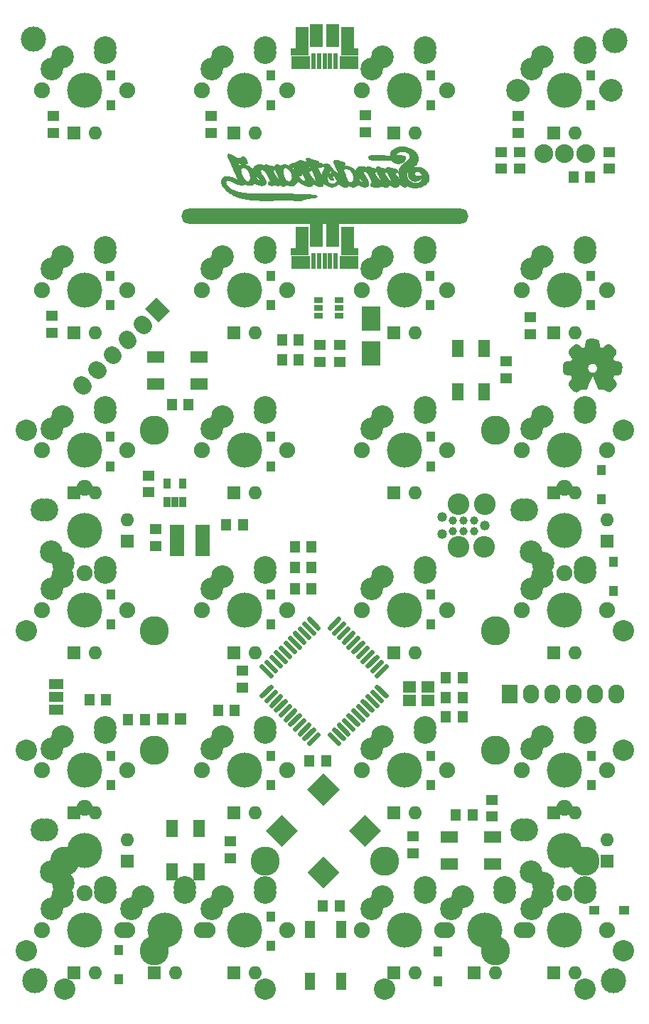
<source format=gbs>
G04 #@! TF.FileFunction,Soldermask,Bot*
%FSLAX46Y46*%
G04 Gerber Fmt 4.6, Leading zero omitted, Abs format (unit mm)*
G04 Created by KiCad (PCBNEW 4.0.1-stable) date 5/21/2016 1:01:29 AM*
%MOMM*%
G01*
G04 APERTURE LIST*
%ADD10C,0.100000*%
%ADD11C,0.010000*%
%ADD12C,0.609600*%
%ADD13C,2.540000*%
%ADD14C,3.479800*%
%ADD15R,1.203200X1.453200*%
%ADD16R,1.603200X1.403200*%
%ADD17R,0.853200X1.263200*%
%ADD18R,1.003200X0.753200*%
%ADD19R,1.453200X1.203200*%
%ADD20C,0.988060*%
%ADD21C,1.191260*%
%ADD22C,1.188720*%
%ADD23C,2.575560*%
%ADD24C,2.573020*%
%ADD25R,1.402080X1.402080*%
%ADD26O,1.603200X1.603200*%
%ADD27R,1.603200X1.603200*%
%ADD28R,1.400000X2.051000*%
%ADD29R,2.051000X1.400000*%
%ADD30R,1.703200X3.803200*%
%ADD31C,3.000000*%
%ADD32R,2.232660X2.854960*%
%ADD33R,1.203960X1.054100*%
%ADD34R,1.054100X1.203960*%
%ADD35C,4.191010*%
%ADD36C,1.905010*%
%ADD37C,2.703200*%
%ADD38O,34.203200X1.803200*%
%ADD39C,1.930400*%
%ADD40R,1.930400X2.235200*%
%ADD41O,1.930400X2.235200*%
%ADD42C,2.235200*%
%ADD43R,1.303200X2.003200*%
%ADD44R,1.703200X1.203200*%
%ADD45R,0.603200X1.953200*%
%ADD46R,2.203200X1.603200*%
%ADD47R,1.503200X3.453200*%
%ADD48R,2.028200X0.903200*%
%ADD49O,1.503200X2.003200*%
%ADD50R,1.628200X2.703200*%
%ADD51O,1.203200X1.603200*%
G04 APERTURE END LIST*
D10*
G36*
X160545648Y-105749738D02*
X160489096Y-108751430D01*
X160462609Y-108752079D01*
X160436460Y-108754004D01*
X160410678Y-108757177D01*
X160385295Y-108761566D01*
X160360341Y-108767141D01*
X160335846Y-108773873D01*
X160311840Y-108781730D01*
X160288353Y-108790682D01*
X160265417Y-108800699D01*
X160243061Y-108811751D01*
X160221315Y-108823807D01*
X160200210Y-108836838D01*
X160179776Y-108850812D01*
X160160044Y-108865700D01*
X160141043Y-108881471D01*
X160122805Y-108898095D01*
X160105358Y-108915541D01*
X160088735Y-108933780D01*
X160072964Y-108952781D01*
X160058076Y-108972513D01*
X160044102Y-108992947D01*
X160031072Y-109014052D01*
X160019015Y-109035798D01*
X160007964Y-109058155D01*
X159997946Y-109081091D01*
X159988994Y-109104578D01*
X159981138Y-109128584D01*
X159974406Y-109153080D01*
X159968831Y-109178034D01*
X159964442Y-109203417D01*
X159961269Y-109229199D01*
X159959344Y-109255348D01*
X159958695Y-109281836D01*
X159959344Y-109308292D01*
X159961269Y-109334414D01*
X159964442Y-109360171D01*
X159968831Y-109385534D01*
X159974406Y-109410471D01*
X159981138Y-109434953D01*
X159988994Y-109458948D01*
X159997946Y-109482426D01*
X160007964Y-109505357D01*
X160019015Y-109527710D01*
X160031072Y-109549455D01*
X160044102Y-109570561D01*
X160058076Y-109590998D01*
X160072964Y-109610735D01*
X160088735Y-109629742D01*
X160105358Y-109647988D01*
X160122805Y-109665443D01*
X160141043Y-109682076D01*
X160160044Y-109697857D01*
X160179776Y-109712756D01*
X160200210Y-109726741D01*
X160221315Y-109739783D01*
X160243061Y-109751850D01*
X160265417Y-109762913D01*
X160288353Y-109772941D01*
X160311840Y-109781903D01*
X160335846Y-109789769D01*
X160360341Y-109796509D01*
X160385295Y-109802092D01*
X160410678Y-109806487D01*
X160436460Y-109809664D01*
X160462609Y-109811592D01*
X160489096Y-109812242D01*
X160515584Y-109811592D01*
X160541733Y-109809664D01*
X160567514Y-109806487D01*
X160592897Y-109802092D01*
X160617852Y-109796509D01*
X160642347Y-109789769D01*
X160666353Y-109781903D01*
X160689839Y-109772941D01*
X160712775Y-109762913D01*
X160735132Y-109751850D01*
X160756877Y-109739783D01*
X160777982Y-109726741D01*
X160798416Y-109712756D01*
X160818148Y-109697857D01*
X160837149Y-109682076D01*
X160855388Y-109665443D01*
X160872834Y-109647988D01*
X160889458Y-109629742D01*
X160905229Y-109610735D01*
X160920116Y-109590998D01*
X160934091Y-109570561D01*
X160947121Y-109549455D01*
X160959177Y-109527710D01*
X160970229Y-109505357D01*
X160980246Y-109482426D01*
X160989198Y-109458948D01*
X160997055Y-109434953D01*
X161003786Y-109410471D01*
X161009362Y-109385534D01*
X161013751Y-109360171D01*
X161016923Y-109334414D01*
X161018849Y-109308292D01*
X161019498Y-109281836D01*
X161018849Y-109255348D01*
X161016923Y-109229199D01*
X161013751Y-109203417D01*
X161009362Y-109178034D01*
X161003786Y-109153080D01*
X160997055Y-109128584D01*
X160989198Y-109104578D01*
X160980246Y-109081091D01*
X160970229Y-109058155D01*
X160959177Y-109035798D01*
X160947121Y-109014052D01*
X160934091Y-108992947D01*
X160920116Y-108972513D01*
X160905229Y-108952781D01*
X160889458Y-108933780D01*
X160872834Y-108915541D01*
X160855388Y-108898095D01*
X160837149Y-108881471D01*
X160818148Y-108865700D01*
X160798416Y-108850812D01*
X160777982Y-108836838D01*
X160756877Y-108823807D01*
X160735132Y-108811751D01*
X160712775Y-108800699D01*
X160689839Y-108790682D01*
X160666353Y-108781730D01*
X160642347Y-108773873D01*
X160617852Y-108767141D01*
X160592897Y-108761566D01*
X160567514Y-108757177D01*
X160541733Y-108754004D01*
X160515584Y-108752079D01*
X160489096Y-108751430D01*
X160545648Y-105749738D01*
X160569952Y-105752123D01*
X160594403Y-105755513D01*
X160619079Y-105759666D01*
X160644058Y-105764338D01*
X160669419Y-105769287D01*
X160695239Y-105774272D01*
X160721596Y-105779048D01*
X160748568Y-105783373D01*
X160787130Y-105789280D01*
X160824002Y-105795500D01*
X160859219Y-105802061D01*
X160892816Y-105808990D01*
X160924826Y-105816314D01*
X160955284Y-105824061D01*
X160984225Y-105832259D01*
X161011683Y-105840933D01*
X161037692Y-105850113D01*
X161062286Y-105859824D01*
X161085501Y-105870095D01*
X161107370Y-105880952D01*
X161127928Y-105892424D01*
X161147210Y-105904537D01*
X161165249Y-105917318D01*
X161182080Y-105930795D01*
X161197737Y-105944996D01*
X161212255Y-105959947D01*
X161225669Y-105975677D01*
X161238012Y-105992211D01*
X161249319Y-106009578D01*
X161259624Y-106027805D01*
X161268962Y-106046919D01*
X161277367Y-106066948D01*
X161284874Y-106087918D01*
X161291517Y-106109858D01*
X161297330Y-106132794D01*
X161302348Y-106156754D01*
X161306605Y-106181765D01*
X161310136Y-106207855D01*
X161312974Y-106235050D01*
X161315036Y-106261435D01*
X161316648Y-106288302D01*
X161317940Y-106315565D01*
X161319039Y-106343133D01*
X161320072Y-106370921D01*
X161321167Y-106398838D01*
X161322453Y-106426798D01*
X161324057Y-106454712D01*
X161326106Y-106482491D01*
X161328729Y-106510048D01*
X161332053Y-106537295D01*
X161336207Y-106564143D01*
X161341317Y-106590504D01*
X161347512Y-106616291D01*
X161354920Y-106641414D01*
X161363668Y-106665786D01*
X161373884Y-106689318D01*
X161385696Y-106711923D01*
X161399232Y-106733513D01*
X161414619Y-106753998D01*
X161431384Y-106772577D01*
X161450720Y-106790500D01*
X161472155Y-106807294D01*
X161495218Y-106822484D01*
X161519438Y-106835598D01*
X161544342Y-106846163D01*
X161569460Y-106853705D01*
X161594319Y-106857752D01*
X161618449Y-106857830D01*
X161641377Y-106853465D01*
X161662632Y-106844186D01*
X161685190Y-106830665D01*
X161707524Y-106816475D01*
X161729660Y-106801686D01*
X161751624Y-106786366D01*
X161773443Y-106770587D01*
X161795140Y-106754417D01*
X161816743Y-106737925D01*
X161838277Y-106721182D01*
X161859768Y-106704256D01*
X161881242Y-106687218D01*
X161902724Y-106670136D01*
X161924240Y-106653081D01*
X161945815Y-106636122D01*
X161967477Y-106619328D01*
X161989249Y-106602769D01*
X162011159Y-106586514D01*
X162033232Y-106570634D01*
X162055493Y-106555197D01*
X162077969Y-106540273D01*
X162100685Y-106525932D01*
X162123667Y-106512243D01*
X162146940Y-106499275D01*
X162170531Y-106487099D01*
X162194465Y-106475783D01*
X162218768Y-106465398D01*
X162243466Y-106456012D01*
X162268584Y-106447696D01*
X162294149Y-106440518D01*
X162320185Y-106434549D01*
X162346719Y-106429858D01*
X162373777Y-106426514D01*
X162402934Y-106424511D01*
X162430948Y-106424193D01*
X162457874Y-106425490D01*
X162483769Y-106428333D01*
X162508689Y-106432652D01*
X162532690Y-106438378D01*
X162555828Y-106445442D01*
X162578160Y-106453775D01*
X162599742Y-106463307D01*
X162620629Y-106473969D01*
X162640879Y-106485691D01*
X162660547Y-106498406D01*
X162679690Y-106512042D01*
X162698363Y-106526531D01*
X162716623Y-106541804D01*
X162734527Y-106557791D01*
X162752129Y-106574422D01*
X162769487Y-106591630D01*
X162786657Y-106609344D01*
X162803695Y-106627495D01*
X162820656Y-106646014D01*
X162837598Y-106664831D01*
X162854577Y-106683878D01*
X162871648Y-106703085D01*
X162888868Y-106722382D01*
X162906293Y-106741701D01*
X162923979Y-106760971D01*
X162941982Y-106780125D01*
X162960360Y-106799092D01*
X162976142Y-106814847D01*
X162992806Y-106831144D01*
X163010231Y-106847965D01*
X163028297Y-106865295D01*
X163046886Y-106883117D01*
X163065877Y-106901415D01*
X163085150Y-106920174D01*
X163104587Y-106939376D01*
X163124067Y-106959006D01*
X163143471Y-106979047D01*
X163162679Y-106999484D01*
X163181572Y-107020299D01*
X163200029Y-107041478D01*
X163217932Y-107063003D01*
X163235160Y-107084859D01*
X163251594Y-107107029D01*
X163267114Y-107129498D01*
X163281601Y-107152249D01*
X163294935Y-107175265D01*
X163306996Y-107198531D01*
X163317665Y-107222030D01*
X163326821Y-107245747D01*
X163334346Y-107269665D01*
X163340120Y-107293768D01*
X163344023Y-107318040D01*
X163346639Y-107345830D01*
X163347667Y-107373056D01*
X163347177Y-107399741D01*
X163345242Y-107425907D01*
X163341931Y-107451576D01*
X163337316Y-107476771D01*
X163331468Y-107501515D01*
X163324458Y-107525829D01*
X163316357Y-107549736D01*
X163307236Y-107573259D01*
X163297165Y-107596420D01*
X163286217Y-107619241D01*
X163274462Y-107641744D01*
X163261970Y-107663953D01*
X163248814Y-107685890D01*
X163235063Y-107707576D01*
X163220790Y-107729035D01*
X163206065Y-107750288D01*
X163190959Y-107771359D01*
X163175542Y-107792269D01*
X163159887Y-107813041D01*
X163144065Y-107833698D01*
X163128145Y-107854261D01*
X163112199Y-107874754D01*
X163096299Y-107895198D01*
X163080515Y-107915616D01*
X163064918Y-107936031D01*
X163049579Y-107956464D01*
X163034570Y-107976939D01*
X163019961Y-107997477D01*
X163005823Y-108018102D01*
X162990657Y-108040103D01*
X162976808Y-108061047D01*
X162965176Y-108081541D01*
X162956664Y-108102191D01*
X162952170Y-108123603D01*
X162952598Y-108146383D01*
X162958847Y-108171139D01*
X162971818Y-108198477D01*
X162982789Y-108218907D01*
X162992792Y-108239722D01*
X163002263Y-108260598D01*
X163011638Y-108281210D01*
X163021353Y-108301235D01*
X163031844Y-108320348D01*
X163043548Y-108338225D01*
X163056900Y-108354543D01*
X163072337Y-108368978D01*
X163090294Y-108381205D01*
X163111208Y-108390900D01*
X163135514Y-108397739D01*
X163163649Y-108401399D01*
X163188281Y-108403013D01*
X163213353Y-108404659D01*
X163238813Y-108406376D01*
X163264612Y-108408207D01*
X163290697Y-108410191D01*
X163317019Y-108412370D01*
X163343527Y-108414786D01*
X163370168Y-108417478D01*
X163396893Y-108420489D01*
X163423651Y-108423858D01*
X163450391Y-108427628D01*
X163477061Y-108431839D01*
X163503611Y-108436533D01*
X163529990Y-108441750D01*
X163556147Y-108447531D01*
X163582031Y-108453917D01*
X163607591Y-108460950D01*
X163632777Y-108468670D01*
X163657537Y-108477119D01*
X163681820Y-108486338D01*
X163705576Y-108496367D01*
X163728754Y-108507247D01*
X163751302Y-108519021D01*
X163773170Y-108531728D01*
X163794307Y-108545409D01*
X163814663Y-108560107D01*
X163834185Y-108575861D01*
X163852823Y-108592713D01*
X163870527Y-108610704D01*
X163887245Y-108629875D01*
X163902926Y-108650267D01*
X163917520Y-108671921D01*
X163930976Y-108694878D01*
X163943784Y-108719327D01*
X163955559Y-108743711D01*
X163966336Y-108768046D01*
X163976153Y-108792350D01*
X163985044Y-108816640D01*
X163993046Y-108840931D01*
X164000195Y-108865242D01*
X164006527Y-108889589D01*
X164012078Y-108913988D01*
X164016884Y-108938457D01*
X164020982Y-108963013D01*
X164024407Y-108987672D01*
X164027195Y-109012452D01*
X164029383Y-109037369D01*
X164031007Y-109062440D01*
X164032102Y-109087682D01*
X164032705Y-109113112D01*
X164032852Y-109138746D01*
X164032578Y-109164603D01*
X164031921Y-109190697D01*
X164030916Y-109217047D01*
X164029598Y-109243670D01*
X164028005Y-109270581D01*
X164026173Y-109297798D01*
X164024136Y-109325338D01*
X164021933Y-109353218D01*
X164019597Y-109381455D01*
X164017167Y-109410065D01*
X164014676Y-109439065D01*
X164012163Y-109468472D01*
X164009663Y-109498304D01*
X164007211Y-109528577D01*
X164004845Y-109559307D01*
X164002599Y-109590512D01*
X164000511Y-109622209D01*
X163998616Y-109654414D01*
X163996391Y-109680639D01*
X163992663Y-109706219D01*
X163987482Y-109731147D01*
X163980899Y-109755412D01*
X163972965Y-109779006D01*
X163963731Y-109801918D01*
X163953248Y-109824141D01*
X163941568Y-109845664D01*
X163928740Y-109866478D01*
X163914817Y-109886574D01*
X163899850Y-109905943D01*
X163883888Y-109924576D01*
X163866984Y-109942462D01*
X163849189Y-109959594D01*
X163830553Y-109975961D01*
X163811127Y-109991554D01*
X163790963Y-110006365D01*
X163770111Y-110020383D01*
X163748623Y-110033600D01*
X163726550Y-110046006D01*
X163703942Y-110057593D01*
X163680850Y-110068349D01*
X163657327Y-110078268D01*
X163633422Y-110087338D01*
X163609187Y-110095552D01*
X163584672Y-110102899D01*
X163559930Y-110109370D01*
X163535010Y-110114957D01*
X163509964Y-110119649D01*
X163484843Y-110123438D01*
X163459697Y-110126314D01*
X163434579Y-110128268D01*
X163410025Y-110129167D01*
X163384434Y-110129257D01*
X163358062Y-110128845D01*
X163331164Y-110128235D01*
X163303995Y-110127734D01*
X163276809Y-110127647D01*
X163249861Y-110128280D01*
X163223407Y-110129937D01*
X163197702Y-110132925D01*
X163172999Y-110137550D01*
X163149556Y-110144116D01*
X163127625Y-110152929D01*
X163107463Y-110164295D01*
X163089324Y-110178520D01*
X163073463Y-110195909D01*
X163060358Y-110213173D01*
X163047202Y-110231286D01*
X163034237Y-110250176D01*
X163021707Y-110269775D01*
X163009855Y-110290013D01*
X162998923Y-110310820D01*
X162989155Y-110332126D01*
X162980794Y-110353863D01*
X162974082Y-110375960D01*
X162969263Y-110398348D01*
X162966579Y-110420958D01*
X162966274Y-110443719D01*
X162968590Y-110466562D01*
X162973771Y-110489418D01*
X162982059Y-110512217D01*
X162993698Y-110534889D01*
X163008931Y-110557365D01*
X163028000Y-110579575D01*
X163044681Y-110597125D01*
X163061552Y-110615154D01*
X163078548Y-110633645D01*
X163095607Y-110652584D01*
X163112665Y-110671953D01*
X163129659Y-110691737D01*
X163146526Y-110711921D01*
X163163202Y-110732487D01*
X163179624Y-110753420D01*
X163195729Y-110774704D01*
X163211453Y-110796324D01*
X163226734Y-110818262D01*
X163241507Y-110840504D01*
X163255709Y-110863032D01*
X163269277Y-110885832D01*
X163282149Y-110908886D01*
X163294259Y-110932180D01*
X163305546Y-110955697D01*
X163315946Y-110979421D01*
X163325395Y-111003337D01*
X163333831Y-111027427D01*
X163341189Y-111051677D01*
X163347407Y-111076070D01*
X163352421Y-111100590D01*
X163356169Y-111125222D01*
X163358585Y-111149949D01*
X163359608Y-111174755D01*
X163359175Y-111199624D01*
X163357220Y-111224541D01*
X163353683Y-111249489D01*
X163348498Y-111274452D01*
X163341603Y-111299415D01*
X163332934Y-111324362D01*
X163322563Y-111350015D01*
X163311426Y-111375142D01*
X163299555Y-111399760D01*
X163286977Y-111423889D01*
X163273722Y-111447548D01*
X163259820Y-111470755D01*
X163245299Y-111493529D01*
X163230188Y-111515889D01*
X163214518Y-111537855D01*
X163198316Y-111559444D01*
X163181613Y-111580677D01*
X163164437Y-111601570D01*
X163146818Y-111622145D01*
X163128784Y-111642419D01*
X163110366Y-111662411D01*
X163091592Y-111682140D01*
X163072492Y-111701625D01*
X163053094Y-111720885D01*
X163033428Y-111739939D01*
X163013523Y-111758805D01*
X162993409Y-111777503D01*
X162973114Y-111796051D01*
X162952667Y-111814468D01*
X162932099Y-111832774D01*
X162911437Y-111850986D01*
X162890712Y-111869125D01*
X162869952Y-111887208D01*
X162849188Y-111905254D01*
X162828447Y-111923283D01*
X162807759Y-111941314D01*
X162787153Y-111959364D01*
X162766659Y-111977454D01*
X162746306Y-111995601D01*
X162726122Y-112013825D01*
X162706138Y-112032145D01*
X162686382Y-112050580D01*
X162666883Y-112069148D01*
X162650103Y-112083948D01*
X162632630Y-112096692D01*
X162614498Y-112107460D01*
X162595740Y-112116328D01*
X162576390Y-112123375D01*
X162556480Y-112128679D01*
X162536044Y-112132319D01*
X162515115Y-112134371D01*
X162493727Y-112134915D01*
X162471912Y-112134029D01*
X162449705Y-112131790D01*
X162427137Y-112128277D01*
X162404244Y-112123567D01*
X162381057Y-112117740D01*
X162357610Y-112110872D01*
X162333936Y-112103043D01*
X162310070Y-112094330D01*
X162286043Y-112084811D01*
X162261889Y-112074565D01*
X162237642Y-112063670D01*
X162213335Y-112052203D01*
X162189000Y-112040242D01*
X162164672Y-112027867D01*
X162140384Y-112015155D01*
X162116168Y-112002184D01*
X162092059Y-111989032D01*
X162068089Y-111975777D01*
X162044291Y-111962498D01*
X162020700Y-111949272D01*
X161997348Y-111936178D01*
X161974268Y-111923294D01*
X161951494Y-111910698D01*
X161929059Y-111898467D01*
X161906996Y-111886681D01*
X161885339Y-111875417D01*
X161864121Y-111864753D01*
X161843375Y-111854768D01*
X161827218Y-111847704D01*
X161811354Y-111841837D01*
X161795414Y-111837072D01*
X161779033Y-111833312D01*
X161761844Y-111830465D01*
X161743481Y-111828434D01*
X161723577Y-111827126D01*
X161701766Y-111826445D01*
X161677680Y-111826297D01*
X161650954Y-111826588D01*
X161621221Y-111827221D01*
X161588114Y-111828103D01*
X161551267Y-111829139D01*
X161510313Y-111830233D01*
X161464886Y-111831292D01*
X161414619Y-111832221D01*
X161386456Y-111832550D01*
X161359457Y-111832682D01*
X161333368Y-111832663D01*
X161307932Y-111832540D01*
X161282896Y-111832359D01*
X161258004Y-111832168D01*
X161233002Y-111832011D01*
X161207633Y-111831937D01*
X161181643Y-111831991D01*
X161154778Y-111832221D01*
X160850213Y-111109981D01*
X160489096Y-110252461D01*
X160127980Y-111109981D01*
X159823045Y-111843679D01*
X159798021Y-111843627D01*
X159772546Y-111843540D01*
X159747002Y-111843523D01*
X159721770Y-111843679D01*
X159706658Y-111843738D01*
X159688857Y-111843739D01*
X159668598Y-111843710D01*
X159646112Y-111843676D01*
X159621626Y-111843664D01*
X159595372Y-111843700D01*
X159567580Y-111843811D01*
X159538478Y-111844023D01*
X159508298Y-111844362D01*
X159477268Y-111844856D01*
X159445619Y-111845530D01*
X159413580Y-111846411D01*
X159381382Y-111847525D01*
X159349253Y-111848899D01*
X159317425Y-111850559D01*
X159286127Y-111852532D01*
X159255588Y-111854844D01*
X159226039Y-111857521D01*
X159197710Y-111860590D01*
X159170829Y-111864078D01*
X159145628Y-111868010D01*
X159122336Y-111872413D01*
X159101182Y-111877314D01*
X159076312Y-111884473D01*
X159052584Y-111892713D01*
X159029915Y-111901928D01*
X159008222Y-111912016D01*
X158987420Y-111922872D01*
X158967426Y-111934392D01*
X158948157Y-111946471D01*
X158929529Y-111959006D01*
X158911459Y-111971893D01*
X158893863Y-111985027D01*
X158876658Y-111998303D01*
X158859760Y-112011619D01*
X158843085Y-112024869D01*
X158826551Y-112037950D01*
X158810073Y-112050758D01*
X158793568Y-112063188D01*
X158776952Y-112075135D01*
X158760143Y-112086497D01*
X158743056Y-112097169D01*
X158725609Y-112107046D01*
X158707716Y-112116025D01*
X158689296Y-112124001D01*
X158670264Y-112130870D01*
X158650537Y-112136529D01*
X158630032Y-112140872D01*
X158608664Y-112143795D01*
X158586351Y-112145196D01*
X158563009Y-112144968D01*
X158538554Y-112143009D01*
X158512903Y-112139214D01*
X158485972Y-112133479D01*
X158457678Y-112125700D01*
X158431341Y-112117134D01*
X158405851Y-112107820D01*
X158381164Y-112097781D01*
X158357234Y-112087036D01*
X158334018Y-112075607D01*
X158311469Y-112063512D01*
X158289544Y-112050774D01*
X158268197Y-112037413D01*
X158247383Y-112023449D01*
X158227059Y-112008903D01*
X158207179Y-111993796D01*
X158187698Y-111978148D01*
X158168571Y-111961979D01*
X158149754Y-111945311D01*
X158131202Y-111928164D01*
X158112870Y-111910559D01*
X158094713Y-111892515D01*
X158076687Y-111874054D01*
X158058746Y-111855197D01*
X158040846Y-111835964D01*
X158022943Y-111816375D01*
X158004990Y-111796451D01*
X157986944Y-111776213D01*
X157968760Y-111755681D01*
X157950392Y-111734876D01*
X157931797Y-111713819D01*
X157912928Y-111692530D01*
X157893742Y-111671029D01*
X157874194Y-111649338D01*
X157854239Y-111627477D01*
X157833831Y-111605466D01*
X157812927Y-111583326D01*
X157791482Y-111561078D01*
X157769450Y-111538742D01*
X157751549Y-111519772D01*
X157734949Y-111500007D01*
X157719640Y-111479501D01*
X157705612Y-111458306D01*
X157692855Y-111436475D01*
X157681360Y-111414061D01*
X157671115Y-111391118D01*
X157662112Y-111367698D01*
X157654341Y-111343853D01*
X157647791Y-111319639D01*
X157642452Y-111295106D01*
X157638315Y-111270308D01*
X157635370Y-111245299D01*
X157633606Y-111220130D01*
X157633015Y-111194856D01*
X157633585Y-111169528D01*
X157635307Y-111144201D01*
X157638170Y-111118926D01*
X157642166Y-111093758D01*
X157647284Y-111068748D01*
X157653514Y-111043950D01*
X157660847Y-111019418D01*
X157669271Y-110995203D01*
X157678778Y-110971359D01*
X157689357Y-110947938D01*
X157700999Y-110924995D01*
X157713693Y-110902581D01*
X157727430Y-110880751D01*
X157742199Y-110859556D01*
X157757992Y-110839049D01*
X157774504Y-110819537D01*
X157791982Y-110800256D01*
X157810197Y-110781138D01*
X157828923Y-110762114D01*
X157847933Y-110743114D01*
X157867001Y-110724070D01*
X157885901Y-110704911D01*
X157904405Y-110685569D01*
X157922287Y-110665974D01*
X157939320Y-110646058D01*
X157955277Y-110625751D01*
X157969933Y-110604983D01*
X157983060Y-110583687D01*
X157994432Y-110561791D01*
X158003822Y-110539228D01*
X158011003Y-110515928D01*
X158015749Y-110491822D01*
X158017833Y-110466841D01*
X158017715Y-110444761D01*
X158016230Y-110422263D01*
X158013346Y-110399539D01*
X158009032Y-110376781D01*
X158003255Y-110354181D01*
X157995984Y-110331929D01*
X157987187Y-110310219D01*
X157976831Y-110289240D01*
X157964885Y-110269186D01*
X157951317Y-110250248D01*
X157936094Y-110232616D01*
X157919186Y-110216484D01*
X157900559Y-110202043D01*
X157880183Y-110189484D01*
X157858025Y-110178999D01*
X157834052Y-110170779D01*
X157808234Y-110165017D01*
X157780538Y-110161904D01*
X157756364Y-110160449D01*
X157731753Y-110158866D01*
X157706756Y-110157119D01*
X157681427Y-110155171D01*
X157655816Y-110152986D01*
X157629976Y-110150528D01*
X157603960Y-110147760D01*
X157577818Y-110144647D01*
X157551603Y-110141151D01*
X157525367Y-110137238D01*
X157499162Y-110132870D01*
X157473040Y-110128012D01*
X157447054Y-110122627D01*
X157421254Y-110116679D01*
X157395694Y-110110132D01*
X157370424Y-110102949D01*
X157345498Y-110095095D01*
X157320967Y-110086532D01*
X157296884Y-110077226D01*
X157273299Y-110067139D01*
X157250266Y-110056236D01*
X157227836Y-110044479D01*
X157206061Y-110031834D01*
X157184994Y-110018264D01*
X157164686Y-110003732D01*
X157145190Y-109988202D01*
X157126557Y-109971638D01*
X157108839Y-109954005D01*
X157092089Y-109935265D01*
X157076358Y-109915382D01*
X157061699Y-109894320D01*
X157048163Y-109872044D01*
X157035803Y-109848516D01*
X157024670Y-109823700D01*
X157014676Y-109798289D01*
X157005696Y-109772921D01*
X156997685Y-109747585D01*
X156990597Y-109722267D01*
X156984386Y-109696958D01*
X156979005Y-109671644D01*
X156974408Y-109646314D01*
X156970550Y-109620956D01*
X156967384Y-109595558D01*
X156964864Y-109570108D01*
X156962944Y-109544595D01*
X156961578Y-109519007D01*
X156960720Y-109493332D01*
X156960323Y-109467557D01*
X156960343Y-109441672D01*
X156960731Y-109415663D01*
X156961443Y-109389521D01*
X156962433Y-109363231D01*
X156963654Y-109336784D01*
X156965059Y-109310166D01*
X156966604Y-109283367D01*
X156968242Y-109256373D01*
X156969927Y-109229174D01*
X156971612Y-109201757D01*
X156973252Y-109174111D01*
X156974800Y-109146224D01*
X156976211Y-109118084D01*
X156977439Y-109089678D01*
X156978436Y-109060996D01*
X156979158Y-109032026D01*
X156979558Y-109002754D01*
X156979590Y-108973171D01*
X156979207Y-108943263D01*
X156979547Y-108916800D01*
X156981493Y-108890799D01*
X156984993Y-108865284D01*
X156989995Y-108840279D01*
X156996446Y-108815807D01*
X157004294Y-108791893D01*
X157013487Y-108768560D01*
X157023973Y-108745831D01*
X157035699Y-108723732D01*
X157048613Y-108702284D01*
X157062664Y-108681512D01*
X157077798Y-108661440D01*
X157093963Y-108642092D01*
X157111108Y-108623491D01*
X157129180Y-108605661D01*
X157148126Y-108588625D01*
X157167895Y-108572408D01*
X157188434Y-108557033D01*
X157209692Y-108542524D01*
X157231615Y-108528904D01*
X157254152Y-108516198D01*
X157277250Y-108504429D01*
X157300857Y-108493621D01*
X157324921Y-108483798D01*
X157349390Y-108474982D01*
X157374211Y-108467199D01*
X157399332Y-108460472D01*
X157424701Y-108454824D01*
X157450265Y-108450280D01*
X157475973Y-108446862D01*
X157501275Y-108444625D01*
X157527311Y-108443310D01*
X157553937Y-108442697D01*
X157581012Y-108442566D01*
X157608392Y-108442695D01*
X157635936Y-108442865D01*
X157663500Y-108442854D01*
X157690942Y-108442443D01*
X157718119Y-108441410D01*
X157744889Y-108439536D01*
X157771109Y-108436599D01*
X157796637Y-108432379D01*
X157821330Y-108426655D01*
X157845045Y-108419207D01*
X157867640Y-108409815D01*
X157888972Y-108398257D01*
X157908898Y-108384313D01*
X157927276Y-108367763D01*
X157941928Y-108352238D01*
X157956669Y-108335322D01*
X157971146Y-108317155D01*
X157985003Y-108297874D01*
X157997887Y-108277617D01*
X158009444Y-108256522D01*
X158019319Y-108234728D01*
X158027159Y-108212371D01*
X158032609Y-108189591D01*
X158035314Y-108166525D01*
X158034922Y-108143311D01*
X158031077Y-108120088D01*
X158023425Y-108096992D01*
X158011613Y-108074163D01*
X157995286Y-108051737D01*
X157979634Y-108033331D01*
X157963701Y-108014643D01*
X157947543Y-107995680D01*
X157931217Y-107976443D01*
X157914778Y-107956938D01*
X157898284Y-107937167D01*
X157881790Y-107917135D01*
X157865352Y-107896844D01*
X157849027Y-107876300D01*
X157832871Y-107855506D01*
X157816941Y-107834465D01*
X157801292Y-107813181D01*
X157785980Y-107791659D01*
X157771063Y-107769901D01*
X157756595Y-107747911D01*
X157742634Y-107725694D01*
X157729235Y-107703253D01*
X157716456Y-107680592D01*
X157704351Y-107657714D01*
X157692978Y-107634623D01*
X157682392Y-107611324D01*
X157672650Y-107587819D01*
X157663808Y-107564113D01*
X157655922Y-107540209D01*
X157649049Y-107516112D01*
X157643244Y-107491824D01*
X157638565Y-107467349D01*
X157635066Y-107442692D01*
X157632805Y-107417856D01*
X157631837Y-107392845D01*
X157632220Y-107367663D01*
X157634008Y-107342313D01*
X157637259Y-107316798D01*
X157642028Y-107291124D01*
X157648372Y-107265294D01*
X157656347Y-107239310D01*
X157665901Y-107213183D01*
X157676642Y-107187420D01*
X157688504Y-107162023D01*
X157701418Y-107136992D01*
X157715319Y-107112328D01*
X157730138Y-107088032D01*
X157745809Y-107064105D01*
X157762264Y-107040546D01*
X157779437Y-107017356D01*
X157797260Y-106994537D01*
X157815666Y-106972088D01*
X157834587Y-106950011D01*
X157853958Y-106928305D01*
X157873710Y-106906973D01*
X157893777Y-106886013D01*
X157914091Y-106865427D01*
X157934585Y-106845215D01*
X157955192Y-106825379D01*
X157975845Y-106805918D01*
X157996477Y-106786833D01*
X158017021Y-106768126D01*
X158037409Y-106749795D01*
X158057574Y-106731843D01*
X158077450Y-106714270D01*
X158096968Y-106697076D01*
X158116063Y-106680262D01*
X158134666Y-106663828D01*
X158152711Y-106647776D01*
X158170131Y-106632105D01*
X158186858Y-106616817D01*
X158202825Y-106601912D01*
X158217965Y-106587391D01*
X158232211Y-106573253D01*
X158250674Y-106555583D01*
X158269903Y-106539126D01*
X158289849Y-106523874D01*
X158310465Y-106509824D01*
X158331702Y-106496967D01*
X158353511Y-106485299D01*
X158375844Y-106474813D01*
X158398652Y-106465503D01*
X158421887Y-106457364D01*
X158445501Y-106450389D01*
X158469444Y-106444572D01*
X158493670Y-106439907D01*
X158518128Y-106436389D01*
X158542771Y-106434010D01*
X158567550Y-106432765D01*
X158592416Y-106432649D01*
X158617322Y-106433654D01*
X158642219Y-106435776D01*
X158667058Y-106439007D01*
X158691791Y-106443343D01*
X158716369Y-106448776D01*
X158740744Y-106455301D01*
X158764868Y-106462912D01*
X158788691Y-106471602D01*
X158812166Y-106481367D01*
X158835245Y-106492199D01*
X158857878Y-106504093D01*
X158880016Y-106517042D01*
X158901613Y-106531042D01*
X158922619Y-106546084D01*
X158942986Y-106562165D01*
X158962234Y-106578698D01*
X158981378Y-106596175D01*
X159000466Y-106614385D01*
X159019547Y-106633116D01*
X159038670Y-106652158D01*
X159057883Y-106671299D01*
X159077236Y-106690328D01*
X159096776Y-106709034D01*
X159116554Y-106727206D01*
X159136618Y-106744632D01*
X159157016Y-106761102D01*
X159177797Y-106776405D01*
X159199011Y-106790329D01*
X159220706Y-106802663D01*
X159242931Y-106813196D01*
X159265735Y-106821718D01*
X159289166Y-106828015D01*
X159313274Y-106831879D01*
X159338107Y-106833097D01*
X159358931Y-106832592D01*
X159381187Y-106831408D01*
X159404430Y-106829333D01*
X159428212Y-106826151D01*
X159452088Y-106821648D01*
X159475611Y-106815611D01*
X159498336Y-106807824D01*
X159519817Y-106798075D01*
X159539606Y-106786148D01*
X159557259Y-106771829D01*
X159572329Y-106754905D01*
X159584369Y-106735161D01*
X159592935Y-106712384D01*
X159597579Y-106686358D01*
X159599513Y-106663622D01*
X159601296Y-106640303D01*
X159602963Y-106616451D01*
X159604552Y-106592119D01*
X159606101Y-106567357D01*
X159607647Y-106542216D01*
X159609227Y-106516749D01*
X159610879Y-106491005D01*
X159612639Y-106465037D01*
X159614546Y-106438896D01*
X159616637Y-106412633D01*
X159618948Y-106386299D01*
X159621518Y-106359946D01*
X159624384Y-106333625D01*
X159627583Y-106307386D01*
X159631152Y-106281282D01*
X159635129Y-106255364D01*
X159639551Y-106229683D01*
X159644455Y-106204291D01*
X159649879Y-106179238D01*
X159655861Y-106154575D01*
X159662437Y-106130355D01*
X159669645Y-106106628D01*
X159677522Y-106083447D01*
X159686106Y-106060861D01*
X159695434Y-106038922D01*
X159705543Y-106017682D01*
X159716471Y-105997192D01*
X159728255Y-105977503D01*
X159740932Y-105958666D01*
X159754540Y-105940733D01*
X159769117Y-105923756D01*
X159784698Y-105907784D01*
X159801323Y-105892870D01*
X159819027Y-105879065D01*
X159837849Y-105866420D01*
X159857826Y-105854986D01*
X159878995Y-105844816D01*
X159901394Y-105835959D01*
X159925060Y-105828467D01*
X159957726Y-105819486D01*
X159989517Y-105811053D01*
X160020484Y-105803161D01*
X160050678Y-105795804D01*
X160080150Y-105788976D01*
X160108953Y-105782672D01*
X160137135Y-105776885D01*
X160164750Y-105771609D01*
X160191849Y-105766839D01*
X160218481Y-105762568D01*
X160244700Y-105758790D01*
X160270555Y-105755499D01*
X160296098Y-105752690D01*
X160321381Y-105750356D01*
X160346454Y-105748490D01*
X160371370Y-105747089D01*
X160396178Y-105746144D01*
X160420930Y-105745650D01*
X160445678Y-105745601D01*
X160470472Y-105745992D01*
X160495365Y-105746816D01*
X160520406Y-105748066D01*
X160545648Y-105749738D01*
X160545648Y-105749738D01*
G37*
D11*
G36*
X137609694Y-82898292D02*
X137513480Y-82907073D01*
X137419771Y-82920541D01*
X137377977Y-82928249D01*
X137327042Y-82939181D01*
X137276694Y-82951798D01*
X137225637Y-82966472D01*
X137172576Y-82983578D01*
X137116214Y-83003488D01*
X137113633Y-83004437D01*
X137029848Y-83037182D01*
X136951336Y-83071836D01*
X136878047Y-83108440D01*
X136809928Y-83147033D01*
X136746928Y-83187655D01*
X136688995Y-83230345D01*
X136636078Y-83275144D01*
X136588123Y-83322091D01*
X136545081Y-83371226D01*
X136506898Y-83422589D01*
X136473524Y-83476218D01*
X136455661Y-83509750D01*
X136439384Y-83544044D01*
X136424942Y-83578454D01*
X136412120Y-83613750D01*
X136400702Y-83650704D01*
X136390474Y-83690084D01*
X136381220Y-83732662D01*
X136372724Y-83779208D01*
X136364772Y-83830491D01*
X136363479Y-83839589D01*
X136360471Y-83860772D01*
X136357423Y-83881791D01*
X136354513Y-83901462D01*
X136351917Y-83918598D01*
X136349811Y-83932015D01*
X136348886Y-83937613D01*
X136344199Y-83965081D01*
X136334236Y-83966950D01*
X136327159Y-83967602D01*
X136315121Y-83967823D01*
X136298038Y-83967608D01*
X136275829Y-83966955D01*
X136248412Y-83965859D01*
X136215705Y-83964319D01*
X136177627Y-83962330D01*
X136134094Y-83959889D01*
X136085026Y-83956994D01*
X136079755Y-83956676D01*
X136016008Y-83952868D01*
X135955011Y-83949330D01*
X135896364Y-83946052D01*
X135839668Y-83943020D01*
X135784525Y-83940226D01*
X135730534Y-83937656D01*
X135677297Y-83935301D01*
X135624414Y-83933149D01*
X135571486Y-83931190D01*
X135518114Y-83929411D01*
X135463898Y-83927801D01*
X135408439Y-83926351D01*
X135351338Y-83925048D01*
X135292196Y-83923882D01*
X135230613Y-83922840D01*
X135166190Y-83921913D01*
X135098528Y-83921089D01*
X135027227Y-83920357D01*
X134951889Y-83919706D01*
X134872113Y-83919125D01*
X134787502Y-83918602D01*
X134697654Y-83918126D01*
X134695455Y-83918115D01*
X134614924Y-83917799D01*
X134539852Y-83917670D01*
X134470058Y-83917737D01*
X134405360Y-83918009D01*
X134345576Y-83918491D01*
X134290525Y-83919194D01*
X134240024Y-83920123D01*
X134193891Y-83921286D01*
X134151945Y-83922693D01*
X134114005Y-83924349D01*
X134079887Y-83926264D01*
X134049411Y-83928444D01*
X134022394Y-83930898D01*
X133998654Y-83933633D01*
X133978010Y-83936656D01*
X133960280Y-83939977D01*
X133945282Y-83943602D01*
X133932834Y-83947539D01*
X133924584Y-83950921D01*
X133896652Y-83966013D01*
X133870323Y-83984384D01*
X133846351Y-84005280D01*
X133825488Y-84027942D01*
X133808487Y-84051616D01*
X133796100Y-84075545D01*
X133793351Y-84082792D01*
X133790579Y-84091554D01*
X133788690Y-84099863D01*
X133787522Y-84109143D01*
X133786915Y-84120816D01*
X133786708Y-84136305D01*
X133786700Y-84141567D01*
X133787133Y-84162677D01*
X133788655Y-84181102D01*
X133791595Y-84198455D01*
X133796283Y-84216345D01*
X133803051Y-84236385D01*
X133809750Y-84253947D01*
X133812791Y-84261210D01*
X133817587Y-84272115D01*
X133823777Y-84285883D01*
X133830997Y-84301735D01*
X133838886Y-84318894D01*
X133847080Y-84336580D01*
X133855218Y-84354016D01*
X133862937Y-84370421D01*
X133869874Y-84385018D01*
X133875667Y-84397027D01*
X133879954Y-84405671D01*
X133882372Y-84410171D01*
X133882663Y-84410581D01*
X133885576Y-84411520D01*
X133892945Y-84413454D01*
X133903722Y-84416119D01*
X133916860Y-84419251D01*
X133919777Y-84419933D01*
X133939541Y-84424227D01*
X133960963Y-84428263D01*
X133984221Y-84432045D01*
X134009495Y-84435581D01*
X134036962Y-84438877D01*
X134066800Y-84441940D01*
X134099189Y-84444777D01*
X134134306Y-84447393D01*
X134172330Y-84449795D01*
X134213439Y-84451990D01*
X134257811Y-84453984D01*
X134305626Y-84455785D01*
X134357061Y-84457397D01*
X134412295Y-84458828D01*
X134471505Y-84460085D01*
X134534872Y-84461174D01*
X134602572Y-84462101D01*
X134674785Y-84462872D01*
X134751688Y-84463495D01*
X134833461Y-84463977D01*
X134920280Y-84464322D01*
X135012326Y-84464538D01*
X135109776Y-84464632D01*
X135144189Y-84464638D01*
X135198011Y-84464629D01*
X135249047Y-84464607D01*
X135297702Y-84464568D01*
X135344380Y-84464510D01*
X135389485Y-84464430D01*
X135433421Y-84464327D01*
X135476591Y-84464197D01*
X135519401Y-84464038D01*
X135562253Y-84463847D01*
X135605553Y-84463623D01*
X135649704Y-84463362D01*
X135695110Y-84463061D01*
X135742176Y-84462719D01*
X135791305Y-84462333D01*
X135842901Y-84461901D01*
X135897370Y-84461419D01*
X135955113Y-84460885D01*
X136016537Y-84460298D01*
X136082044Y-84459653D01*
X136152040Y-84458949D01*
X136226927Y-84458184D01*
X136295655Y-84457474D01*
X136476277Y-84455598D01*
X136496682Y-84485390D01*
X136539602Y-84543158D01*
X136586396Y-84596880D01*
X136636901Y-84646453D01*
X136690949Y-84691772D01*
X136748377Y-84732732D01*
X136809019Y-84769231D01*
X136872710Y-84801164D01*
X136939284Y-84828426D01*
X137008576Y-84850914D01*
X137080421Y-84868523D01*
X137115511Y-84875169D01*
X137140064Y-84879247D01*
X137161830Y-84882488D01*
X137181999Y-84884981D01*
X137201761Y-84886817D01*
X137222306Y-84888085D01*
X137244826Y-84888877D01*
X137270510Y-84889282D01*
X137300549Y-84889391D01*
X137303189Y-84889389D01*
X137337249Y-84889168D01*
X137366956Y-84888491D01*
X137393590Y-84887251D01*
X137418433Y-84885341D01*
X137442764Y-84882654D01*
X137467865Y-84879084D01*
X137495016Y-84874523D01*
X137506780Y-84872390D01*
X137572671Y-84858153D01*
X137636337Y-84840245D01*
X137697473Y-84818851D01*
X137755773Y-84794155D01*
X137810932Y-84766345D01*
X137862644Y-84735604D01*
X137910603Y-84702120D01*
X137954505Y-84666076D01*
X137994042Y-84627660D01*
X138028911Y-84587056D01*
X138058805Y-84544450D01*
X138065805Y-84532931D01*
X138085217Y-84497756D01*
X138103482Y-84460398D01*
X138120164Y-84421981D01*
X138134827Y-84383631D01*
X138147032Y-84346472D01*
X138156343Y-84311629D01*
X138161210Y-84287424D01*
X138163814Y-84266149D01*
X138165077Y-84242777D01*
X138165046Y-84218787D01*
X138163769Y-84195660D01*
X138161294Y-84174876D01*
X138157667Y-84157914D01*
X138156991Y-84155678D01*
X138143586Y-84122764D01*
X138125172Y-84092243D01*
X138101951Y-84064335D01*
X138074124Y-84039262D01*
X138041893Y-84017245D01*
X138020033Y-84005349D01*
X137986458Y-83990608D01*
X137947956Y-83977251D01*
X137905107Y-83965422D01*
X137858491Y-83955267D01*
X137808687Y-83946931D01*
X137764610Y-83941418D01*
X137746604Y-83939549D01*
X137729558Y-83937907D01*
X137712933Y-83936469D01*
X137696192Y-83935214D01*
X137678798Y-83934122D01*
X137660213Y-83933170D01*
X137639899Y-83932339D01*
X137617319Y-83931605D01*
X137591936Y-83930949D01*
X137563212Y-83930348D01*
X137530610Y-83929782D01*
X137493591Y-83929229D01*
X137451620Y-83928668D01*
X137438655Y-83928503D01*
X137403481Y-83928025D01*
X137368953Y-83927488D01*
X137335641Y-83926904D01*
X137304117Y-83926288D01*
X137274950Y-83925651D01*
X137248712Y-83925007D01*
X137225973Y-83924369D01*
X137207303Y-83923750D01*
X137193273Y-83923163D01*
X137186066Y-83922746D01*
X137147104Y-83919240D01*
X137113474Y-83914644D01*
X137084957Y-83908890D01*
X137061334Y-83901912D01*
X137042385Y-83893643D01*
X137027892Y-83884017D01*
X137017635Y-83872966D01*
X137016343Y-83871012D01*
X137013093Y-83864267D01*
X137011644Y-83856252D01*
X137011645Y-83844915D01*
X137011699Y-83843769D01*
X137013777Y-83828533D01*
X137018788Y-83813402D01*
X137027226Y-83797271D01*
X137039585Y-83779038D01*
X137042261Y-83775451D01*
X137055978Y-83758820D01*
X137073674Y-83739765D01*
X137094598Y-83718942D01*
X137117998Y-83697006D01*
X137143124Y-83674612D01*
X137169223Y-83652416D01*
X137195545Y-83631074D01*
X137221338Y-83611240D01*
X137245850Y-83593570D01*
X137266500Y-83579867D01*
X137315943Y-83551757D01*
X137369567Y-83526963D01*
X137426956Y-83505529D01*
X137487692Y-83487497D01*
X137551358Y-83472912D01*
X137617537Y-83461817D01*
X137685811Y-83454255D01*
X137755764Y-83450269D01*
X137826978Y-83449904D01*
X137899036Y-83453202D01*
X137971520Y-83460207D01*
X138044015Y-83470962D01*
X138116101Y-83485510D01*
X138133610Y-83489648D01*
X138198631Y-83507317D01*
X138260535Y-83527876D01*
X138319030Y-83551163D01*
X138373827Y-83577019D01*
X138424634Y-83605285D01*
X138471161Y-83635799D01*
X138513117Y-83668403D01*
X138550211Y-83702937D01*
X138578180Y-83734275D01*
X138602039Y-83765493D01*
X138624919Y-83798993D01*
X138646139Y-83833603D01*
X138665021Y-83868152D01*
X138680886Y-83901467D01*
X138692987Y-83932191D01*
X138702291Y-83962197D01*
X138708632Y-83990435D01*
X138712378Y-84019109D01*
X138713897Y-84050425D01*
X138713969Y-84058312D01*
X138713744Y-84080499D01*
X138712849Y-84098471D01*
X138711182Y-84113629D01*
X138708955Y-84125931D01*
X138698854Y-84164111D01*
X138685091Y-84201374D01*
X138667394Y-84238170D01*
X138645491Y-84274951D01*
X138619109Y-84312168D01*
X138587976Y-84350271D01*
X138551820Y-84389713D01*
X138546468Y-84395238D01*
X138529222Y-84412615D01*
X138511271Y-84430038D01*
X138492265Y-84447798D01*
X138471854Y-84466186D01*
X138449690Y-84485492D01*
X138425423Y-84506009D01*
X138398702Y-84528028D01*
X138369179Y-84551839D01*
X138336505Y-84577733D01*
X138300328Y-84606003D01*
X138260301Y-84636938D01*
X138216073Y-84670831D01*
X138210533Y-84675060D01*
X138163344Y-84711166D01*
X138120312Y-84744310D01*
X138081021Y-84774835D01*
X138045054Y-84803084D01*
X138011992Y-84829401D01*
X137981420Y-84854131D01*
X137952921Y-84877616D01*
X137926076Y-84900200D01*
X137900470Y-84922227D01*
X137875684Y-84944040D01*
X137851303Y-84965984D01*
X137826908Y-84988401D01*
X137802475Y-85011265D01*
X137749960Y-85062857D01*
X137699437Y-85116562D01*
X137651471Y-85171684D01*
X137606626Y-85227524D01*
X137565463Y-85283387D01*
X137528548Y-85338574D01*
X137500849Y-85384573D01*
X137463067Y-85456528D01*
X137430577Y-85530397D01*
X137403421Y-85606046D01*
X137381642Y-85683340D01*
X137365284Y-85762144D01*
X137354388Y-85842324D01*
X137353887Y-85847401D01*
X137351382Y-85881401D01*
X137349921Y-85919448D01*
X137349483Y-85960047D01*
X137350042Y-86001702D01*
X137351575Y-86042920D01*
X137354057Y-86082203D01*
X137357464Y-86118058D01*
X137358367Y-86125589D01*
X137372391Y-86217459D01*
X137391310Y-86308747D01*
X137414927Y-86398843D01*
X137443051Y-86487137D01*
X137475486Y-86573019D01*
X137512038Y-86655878D01*
X137551964Y-86734102D01*
X137560056Y-86749058D01*
X137567016Y-86762277D01*
X137572452Y-86772987D01*
X137575975Y-86780415D01*
X137577193Y-86783789D01*
X137577160Y-86783892D01*
X137574583Y-86782637D01*
X137568131Y-86778159D01*
X137558276Y-86770833D01*
X137545492Y-86761035D01*
X137530254Y-86749139D01*
X137513034Y-86735521D01*
X137494306Y-86720554D01*
X137474545Y-86704614D01*
X137454223Y-86688075D01*
X137433814Y-86671313D01*
X137413793Y-86654702D01*
X137411844Y-86653075D01*
X137349557Y-86600178D01*
X137292122Y-86549558D01*
X137239333Y-86500989D01*
X137190984Y-86454246D01*
X137146868Y-86409103D01*
X137106779Y-86365335D01*
X137070510Y-86322715D01*
X137037855Y-86281018D01*
X137008607Y-86240018D01*
X136982560Y-86199489D01*
X136959507Y-86159207D01*
X136958703Y-86157707D01*
X136948362Y-86138564D01*
X136939905Y-86123525D01*
X136932676Y-86111652D01*
X136926016Y-86102008D01*
X136919266Y-86093658D01*
X136911770Y-86085665D01*
X136902870Y-86077092D01*
X136900569Y-86074952D01*
X136882886Y-86060662D01*
X136861571Y-86047350D01*
X136835845Y-86034562D01*
X136818472Y-86027157D01*
X136810741Y-86023277D01*
X136808228Y-86019632D01*
X136810590Y-86015494D01*
X136812253Y-86014003D01*
X136816277Y-86012023D01*
X136822327Y-86012023D01*
X136830813Y-86013657D01*
X136844777Y-86015724D01*
X136863661Y-86016706D01*
X136886846Y-86016603D01*
X136913713Y-86015411D01*
X136933567Y-86013995D01*
X136973214Y-86009650D01*
X137009703Y-86003106D01*
X137044147Y-85993967D01*
X137077664Y-85981838D01*
X137111367Y-85966321D01*
X137146372Y-85947022D01*
X137178485Y-85927021D01*
X137220292Y-85899812D01*
X137219113Y-85832078D01*
X137218668Y-85809762D01*
X137218153Y-85792143D01*
X137217488Y-85778277D01*
X137216595Y-85767215D01*
X137215397Y-85758012D01*
X137213816Y-85749722D01*
X137211773Y-85741397D01*
X137211567Y-85740626D01*
X137199832Y-85704922D01*
X137184582Y-85672592D01*
X137165588Y-85643438D01*
X137142619Y-85617261D01*
X137115444Y-85593862D01*
X137083833Y-85573043D01*
X137047554Y-85554602D01*
X137006378Y-85538343D01*
X136960996Y-85524318D01*
X136941084Y-85519114D01*
X136919884Y-85514107D01*
X136896548Y-85509122D01*
X136870225Y-85503988D01*
X136840065Y-85498531D01*
X136805219Y-85492581D01*
X136802244Y-85492085D01*
X136768679Y-85486347D01*
X136736463Y-85480498D01*
X136704942Y-85474383D01*
X136673465Y-85467848D01*
X136641378Y-85460737D01*
X136608029Y-85452896D01*
X136572766Y-85444170D01*
X136534936Y-85434404D01*
X136493885Y-85423444D01*
X136448963Y-85411135D01*
X136399515Y-85397321D01*
X136383144Y-85392704D01*
X136336745Y-85379706D01*
X136295274Y-85368351D01*
X136258286Y-85358546D01*
X136225340Y-85350195D01*
X136195991Y-85343205D01*
X136169797Y-85337480D01*
X136146316Y-85332926D01*
X136125103Y-85329449D01*
X136105716Y-85326954D01*
X136087712Y-85325347D01*
X136070648Y-85324534D01*
X136062822Y-85324398D01*
X136032848Y-85325390D01*
X136007223Y-85329037D01*
X135985194Y-85335579D01*
X135966007Y-85345258D01*
X135948911Y-85358314D01*
X135944861Y-85362148D01*
X135928724Y-85381723D01*
X135915276Y-85405662D01*
X135904615Y-85433316D01*
X135896840Y-85464034D01*
X135892050Y-85497165D01*
X135890342Y-85532061D01*
X135891817Y-85568069D01*
X135896572Y-85604540D01*
X135903369Y-85635814D01*
X135905414Y-85644320D01*
X135906530Y-85650251D01*
X135906564Y-85652021D01*
X135904570Y-85650361D01*
X135899958Y-85645235D01*
X135893595Y-85637624D01*
X135891156Y-85634605D01*
X135871819Y-85613363D01*
X135848529Y-85593087D01*
X135821019Y-85573626D01*
X135789023Y-85554826D01*
X135752273Y-85536534D01*
X135710502Y-85518599D01*
X135663442Y-85500868D01*
X135646515Y-85494970D01*
X135629864Y-85489354D01*
X135612505Y-85483667D01*
X135593916Y-85477756D01*
X135573578Y-85471463D01*
X135550968Y-85464635D01*
X135525568Y-85457115D01*
X135496855Y-85448748D01*
X135464310Y-85439379D01*
X135427411Y-85428851D01*
X135385639Y-85417011D01*
X135381255Y-85415771D01*
X135322506Y-85398835D01*
X135268943Y-85382687D01*
X135220181Y-85367201D01*
X135175838Y-85352251D01*
X135135528Y-85337712D01*
X135098868Y-85323455D01*
X135091977Y-85320642D01*
X135053175Y-85305154D01*
X135018512Y-85292410D01*
X134987301Y-85282232D01*
X134958852Y-85274441D01*
X134932478Y-85268859D01*
X134907489Y-85265309D01*
X134883196Y-85263610D01*
X134870846Y-85263400D01*
X134834992Y-85265693D01*
X134802368Y-85272606D01*
X134772890Y-85284188D01*
X134746474Y-85300489D01*
X134723038Y-85321561D01*
X134702496Y-85347452D01*
X134687218Y-85373349D01*
X134674242Y-85403677D01*
X134665810Y-85435812D01*
X134661821Y-85470354D01*
X134662173Y-85507908D01*
X134662875Y-85517238D01*
X134663916Y-85530054D01*
X134664638Y-85540608D01*
X134664973Y-85547752D01*
X134664877Y-85550331D01*
X134662403Y-85549200D01*
X134656749Y-85545457D01*
X134650032Y-85540577D01*
X134631892Y-85528245D01*
X134611836Y-85517231D01*
X134589279Y-85507340D01*
X134563633Y-85498374D01*
X134534314Y-85490136D01*
X134500735Y-85482431D01*
X134462310Y-85475060D01*
X134447100Y-85472437D01*
X134397636Y-85463033D01*
X134344499Y-85450923D01*
X134288772Y-85436441D01*
X134231539Y-85419921D01*
X134173882Y-85401695D01*
X134116887Y-85382098D01*
X134061636Y-85361462D01*
X134009211Y-85340121D01*
X133989900Y-85331739D01*
X133980580Y-85327539D01*
X133967109Y-85321364D01*
X133950438Y-85313654D01*
X133931517Y-85304851D01*
X133911296Y-85295395D01*
X133890725Y-85285727D01*
X133889711Y-85285249D01*
X133858173Y-85270478D01*
X133831080Y-85258019D01*
X133807837Y-85247638D01*
X133787854Y-85239100D01*
X133770536Y-85232169D01*
X133755291Y-85226609D01*
X133741527Y-85222187D01*
X133728651Y-85218666D01*
X133716070Y-85215812D01*
X133713380Y-85215269D01*
X133691692Y-85212972D01*
X133671008Y-85215003D01*
X133651107Y-85221533D01*
X133631763Y-85232735D01*
X133612754Y-85248781D01*
X133593856Y-85269843D01*
X133574844Y-85296092D01*
X133555495Y-85327701D01*
X133546937Y-85343128D01*
X133541079Y-85353563D01*
X133536022Y-85361816D01*
X133532446Y-85366819D01*
X133531239Y-85367823D01*
X133528249Y-85366610D01*
X133520794Y-85363161D01*
X133509462Y-85357760D01*
X133494841Y-85350690D01*
X133477516Y-85342234D01*
X133458076Y-85332678D01*
X133439068Y-85323276D01*
X133401339Y-85304790D01*
X133367773Y-85288877D01*
X133337656Y-85275263D01*
X133310275Y-85263677D01*
X133284918Y-85253846D01*
X133260872Y-85245497D01*
X133237424Y-85238357D01*
X133213862Y-85232153D01*
X133189472Y-85226614D01*
X133182744Y-85225215D01*
X133153641Y-85220053D01*
X133123619Y-85216366D01*
X133091713Y-85214104D01*
X133056961Y-85213215D01*
X133018398Y-85213649D01*
X132985890Y-85214835D01*
X132916666Y-85219089D01*
X132852291Y-85225389D01*
X132792315Y-85233833D01*
X132736291Y-85244519D01*
X132683770Y-85257546D01*
X132634302Y-85273011D01*
X132587439Y-85291012D01*
X132542817Y-85311605D01*
X132493802Y-85338947D01*
X132449484Y-85369395D01*
X132409874Y-85402934D01*
X132374984Y-85439551D01*
X132344824Y-85479231D01*
X132319406Y-85521960D01*
X132298741Y-85567722D01*
X132282841Y-85616505D01*
X132275192Y-85649200D01*
X132272644Y-85663785D01*
X132270660Y-85679731D01*
X132269140Y-85698181D01*
X132267986Y-85720277D01*
X132267302Y-85739829D01*
X132265522Y-85799980D01*
X132243020Y-85773786D01*
X132180133Y-85704368D01*
X132113528Y-85638081D01*
X132043646Y-85575250D01*
X131970923Y-85516204D01*
X131895799Y-85461267D01*
X131818714Y-85410767D01*
X131740104Y-85365031D01*
X131660410Y-85324385D01*
X131607228Y-85300419D01*
X131551835Y-85278254D01*
X131493379Y-85257615D01*
X131433152Y-85238861D01*
X131372450Y-85222349D01*
X131312565Y-85208439D01*
X131254791Y-85197490D01*
X131214244Y-85191514D01*
X131182695Y-85187889D01*
X131151703Y-85185185D01*
X131120560Y-85183410D01*
X131088556Y-85182572D01*
X131054981Y-85182681D01*
X131019127Y-85183743D01*
X130980283Y-85185768D01*
X130937741Y-85188764D01*
X130890790Y-85192739D01*
X130859241Y-85195691D01*
X130834151Y-85198069D01*
X130807883Y-85200488D01*
X130781780Y-85202829D01*
X130757187Y-85204973D01*
X130735446Y-85206801D01*
X130717900Y-85208195D01*
X130717049Y-85208259D01*
X130663159Y-85212315D01*
X130649684Y-85205486D01*
X130639122Y-85200821D01*
X130626533Y-85196202D01*
X130618903Y-85193846D01*
X130608771Y-85190564D01*
X130603532Y-85187580D01*
X130602440Y-85184662D01*
X130603963Y-85182683D01*
X130608209Y-85181011D01*
X130615958Y-85179480D01*
X130627992Y-85177923D01*
X130639947Y-85176674D01*
X130685852Y-85171191D01*
X130726736Y-85164202D01*
X130763062Y-85155534D01*
X130795295Y-85145010D01*
X130823897Y-85132456D01*
X130849333Y-85117696D01*
X130872067Y-85100555D01*
X130891916Y-85081554D01*
X130910573Y-85058490D01*
X130927422Y-85031510D01*
X130941442Y-85002286D01*
X130943641Y-84996777D01*
X130946025Y-84989723D01*
X130949290Y-84978821D01*
X130953215Y-84964929D01*
X130957581Y-84948904D01*
X130962168Y-84931604D01*
X130966755Y-84913887D01*
X130971122Y-84896610D01*
X130975051Y-84880631D01*
X130978320Y-84866809D01*
X130980710Y-84856000D01*
X130982001Y-84849063D01*
X130982080Y-84846860D01*
X130979040Y-84844998D01*
X130971736Y-84840968D01*
X130960930Y-84835168D01*
X130947384Y-84827998D01*
X130931862Y-84819857D01*
X130915126Y-84811143D01*
X130897937Y-84802255D01*
X130881060Y-84793591D01*
X130865256Y-84785552D01*
X130854959Y-84780368D01*
X130800799Y-84754132D01*
X130741981Y-84727260D01*
X130679402Y-84700118D01*
X130613961Y-84673074D01*
X130546554Y-84646493D01*
X130478078Y-84620742D01*
X130409430Y-84596188D01*
X130375554Y-84584553D01*
X130303069Y-84560724D01*
X130235136Y-84539880D01*
X130171549Y-84521974D01*
X130112101Y-84506959D01*
X130056585Y-84494786D01*
X130004794Y-84485407D01*
X129956520Y-84478775D01*
X129911556Y-84474843D01*
X129896266Y-84474084D01*
X129851848Y-84474236D01*
X129811105Y-84478285D01*
X129774132Y-84486186D01*
X129741024Y-84497896D01*
X129711878Y-84513374D01*
X129686788Y-84532575D01*
X129665849Y-84555457D01*
X129649158Y-84581978D01*
X129647002Y-84586317D01*
X129636019Y-84612317D01*
X129629167Y-84636693D01*
X129626076Y-84661224D01*
X129626272Y-84686059D01*
X129628725Y-84709553D01*
X129633459Y-84736536D01*
X129640523Y-84767152D01*
X129649966Y-84801545D01*
X129661836Y-84839856D01*
X129676181Y-84882230D01*
X129693051Y-84928811D01*
X129712493Y-84979741D01*
X129734555Y-85035163D01*
X129759288Y-85095222D01*
X129786274Y-85158978D01*
X129794246Y-85177555D01*
X129802106Y-85195791D01*
X129809967Y-85213933D01*
X129817941Y-85232226D01*
X129826139Y-85250917D01*
X129834674Y-85270253D01*
X129843659Y-85290479D01*
X129853204Y-85311842D01*
X129863423Y-85334588D01*
X129874427Y-85358963D01*
X129886328Y-85385214D01*
X129899239Y-85413586D01*
X129913271Y-85444327D01*
X129928537Y-85477682D01*
X129945149Y-85513898D01*
X129963219Y-85553221D01*
X129982858Y-85595897D01*
X130004180Y-85642172D01*
X130027295Y-85692293D01*
X130052317Y-85746506D01*
X130079358Y-85805057D01*
X130108529Y-85868193D01*
X130139942Y-85936159D01*
X130145755Y-85948735D01*
X130161402Y-85982620D01*
X130176350Y-86015069D01*
X130190434Y-86045712D01*
X130203483Y-86074181D01*
X130215331Y-86100105D01*
X130225808Y-86123117D01*
X130234749Y-86142848D01*
X130241983Y-86158928D01*
X130247344Y-86170988D01*
X130250663Y-86178660D01*
X130251772Y-86181568D01*
X130250226Y-86181952D01*
X130246557Y-86178595D01*
X130245885Y-86177800D01*
X130213047Y-86139968D01*
X130178516Y-86104591D01*
X130141419Y-86070896D01*
X130100882Y-86038108D01*
X130056033Y-86005455D01*
X130035293Y-85991323D01*
X130022094Y-85982614D01*
X130007828Y-85973461D01*
X129991994Y-85963559D01*
X129974088Y-85952608D01*
X129953608Y-85940303D01*
X129930051Y-85926342D01*
X129902915Y-85910423D01*
X129871698Y-85892243D01*
X129848289Y-85878670D01*
X129809107Y-85855530D01*
X129774710Y-85834214D01*
X129744656Y-85814409D01*
X129718506Y-85795802D01*
X129695820Y-85778080D01*
X129676157Y-85760930D01*
X129659200Y-85744167D01*
X129655335Y-85739690D01*
X129648218Y-85731022D01*
X129638058Y-85718430D01*
X129625067Y-85702180D01*
X129609454Y-85682539D01*
X129591430Y-85659775D01*
X129571205Y-85634153D01*
X129548989Y-85605941D01*
X129524993Y-85575404D01*
X129499426Y-85542811D01*
X129472500Y-85508426D01*
X129444424Y-85472518D01*
X129415408Y-85435353D01*
X129386939Y-85398836D01*
X129349486Y-85350806D01*
X129314348Y-85305841D01*
X129281623Y-85264065D01*
X129251409Y-85225600D01*
X129223805Y-85190570D01*
X129198910Y-85159100D01*
X129176820Y-85131313D01*
X129157635Y-85107333D01*
X129141452Y-85087284D01*
X129128371Y-85071289D01*
X129118489Y-85059473D01*
X129111904Y-85051958D01*
X129110152Y-85050121D01*
X129071443Y-85015543D01*
X129028853Y-84985015D01*
X128982485Y-84958587D01*
X128932443Y-84936311D01*
X128878830Y-84918240D01*
X128821750Y-84904423D01*
X128814726Y-84903064D01*
X128803440Y-84901245D01*
X128790880Y-84899890D01*
X128776069Y-84898945D01*
X128758029Y-84898357D01*
X128735785Y-84898070D01*
X128723633Y-84898025D01*
X128701915Y-84898045D01*
X128684781Y-84898229D01*
X128671170Y-84898651D01*
X128660021Y-84899385D01*
X128650276Y-84900503D01*
X128640873Y-84902078D01*
X128630752Y-84904184D01*
X128629126Y-84904546D01*
X128589211Y-84915367D01*
X128553849Y-84929039D01*
X128522582Y-84945808D01*
X128494957Y-84965919D01*
X128470518Y-84989617D01*
X128469885Y-84990323D01*
X128450741Y-85015768D01*
X128436711Y-85043211D01*
X128427809Y-85072231D01*
X128424050Y-85102405D01*
X128425447Y-85133311D01*
X128432016Y-85164528D01*
X128443770Y-85195634D01*
X128460725Y-85226206D01*
X128461765Y-85227797D01*
X128470693Y-85239827D01*
X128482956Y-85254234D01*
X128497457Y-85269901D01*
X128513098Y-85285711D01*
X128528783Y-85300546D01*
X128543414Y-85313289D01*
X128553180Y-85320906D01*
X128571815Y-85334436D01*
X128566750Y-85358890D01*
X128561474Y-85382439D01*
X128555459Y-85405309D01*
X128548467Y-85428024D01*
X128540263Y-85451103D01*
X128530611Y-85475069D01*
X128519276Y-85500442D01*
X128506022Y-85527745D01*
X128490613Y-85557498D01*
X128472813Y-85590222D01*
X128452387Y-85626439D01*
X128429098Y-85666670D01*
X128422301Y-85678267D01*
X128397609Y-85720641D01*
X128375777Y-85758866D01*
X128356526Y-85793487D01*
X128339578Y-85825047D01*
X128324656Y-85854090D01*
X128311479Y-85881158D01*
X128299771Y-85906797D01*
X128289252Y-85931548D01*
X128279644Y-85955956D01*
X128278467Y-85959078D01*
X128260428Y-86011043D01*
X128245891Y-86061786D01*
X128234612Y-86112595D01*
X128226345Y-86164756D01*
X128220843Y-86219557D01*
X128217935Y-86275854D01*
X128216157Y-86332984D01*
X128193661Y-86295609D01*
X128170093Y-86255851D01*
X128144514Y-86211602D01*
X128117264Y-86163505D01*
X128088684Y-86112202D01*
X128059111Y-86058335D01*
X128028888Y-86002546D01*
X127998351Y-85945476D01*
X127967843Y-85887768D01*
X127937701Y-85830064D01*
X127908266Y-85773005D01*
X127879878Y-85717233D01*
X127852875Y-85663391D01*
X127827598Y-85612121D01*
X127804386Y-85564063D01*
X127785916Y-85524895D01*
X127768223Y-85488085D01*
X127751431Y-85455866D01*
X127734985Y-85427376D01*
X127718333Y-85401752D01*
X127700921Y-85378131D01*
X127682195Y-85355651D01*
X127666005Y-85338023D01*
X127653766Y-85324880D01*
X127645361Y-85315014D01*
X127640455Y-85307900D01*
X127638710Y-85303013D01*
X127639790Y-85299825D01*
X127640958Y-85298896D01*
X127644315Y-85298842D01*
X127652498Y-85299475D01*
X127664741Y-85300713D01*
X127680278Y-85302475D01*
X127698344Y-85304677D01*
X127716453Y-85307010D01*
X127748737Y-85311224D01*
X127776323Y-85314690D01*
X127800094Y-85317479D01*
X127820936Y-85319661D01*
X127839735Y-85321306D01*
X127857375Y-85322486D01*
X127874742Y-85323271D01*
X127892722Y-85323732D01*
X127912199Y-85323939D01*
X127929177Y-85323969D01*
X127957569Y-85323780D01*
X127981662Y-85323183D01*
X128002793Y-85322055D01*
X128022300Y-85320272D01*
X128041522Y-85317709D01*
X128061796Y-85314243D01*
X128084460Y-85309750D01*
X128085811Y-85309468D01*
X128116289Y-85302384D01*
X128145591Y-85293958D01*
X128174922Y-85283746D01*
X128205486Y-85271302D01*
X128238486Y-85256183D01*
X128263611Y-85243805D01*
X128328522Y-85211065D01*
X128329327Y-85150449D01*
X128329383Y-85119700D01*
X128328582Y-85093513D01*
X128326808Y-85070857D01*
X128323942Y-85050697D01*
X128319865Y-85032001D01*
X128314460Y-85013735D01*
X128313272Y-85010224D01*
X128299956Y-84978683D01*
X128282882Y-84950589D01*
X128261948Y-84925899D01*
X128237054Y-84904566D01*
X128208096Y-84886548D01*
X128174975Y-84871798D01*
X128137587Y-84860273D01*
X128095831Y-84851928D01*
X128049605Y-84846718D01*
X127998809Y-84844598D01*
X127943339Y-84845524D01*
X127938696Y-84845728D01*
X127920705Y-84846497D01*
X127904690Y-84847073D01*
X127891481Y-84847435D01*
X127881911Y-84847562D01*
X127876810Y-84847433D01*
X127876206Y-84847303D01*
X127875352Y-84844115D01*
X127874155Y-84836704D01*
X127872832Y-84826465D01*
X127872393Y-84822605D01*
X127865689Y-84783973D01*
X127854437Y-84748532D01*
X127841745Y-84722622D01*
X126618371Y-84722622D01*
X126617954Y-84724311D01*
X126617811Y-84724459D01*
X126612152Y-84727689D01*
X126603129Y-84730420D01*
X126593023Y-84732046D01*
X126588622Y-84732255D01*
X126585471Y-84731886D01*
X126587338Y-84730621D01*
X126592855Y-84728744D01*
X126606171Y-84724779D01*
X126614560Y-84722758D01*
X126618371Y-84722622D01*
X127841745Y-84722622D01*
X127838690Y-84716386D01*
X127818502Y-84687638D01*
X127793925Y-84662390D01*
X127786125Y-84655851D01*
X127769430Y-84643193D01*
X127751835Y-84631386D01*
X127732891Y-84620256D01*
X127712152Y-84609631D01*
X127689170Y-84599340D01*
X127663496Y-84589209D01*
X127634685Y-84579068D01*
X127602288Y-84568744D01*
X127565858Y-84558064D01*
X127524948Y-84546857D01*
X127479109Y-84534950D01*
X127458119Y-84529659D01*
X127415553Y-84518925D01*
X127377755Y-84509197D01*
X127343980Y-84500270D01*
X127313482Y-84491936D01*
X127285518Y-84483990D01*
X127259342Y-84476225D01*
X127234210Y-84468435D01*
X127216566Y-84462767D01*
X127200645Y-84457526D01*
X127185887Y-84452517D01*
X127171715Y-84447502D01*
X127157553Y-84442241D01*
X127142825Y-84436495D01*
X127126954Y-84430026D01*
X127109364Y-84422594D01*
X127089479Y-84413961D01*
X127066723Y-84403887D01*
X127040520Y-84392133D01*
X127010292Y-84378461D01*
X126979023Y-84364251D01*
X126927757Y-84340986D01*
X126881239Y-84320025D01*
X126839131Y-84301229D01*
X126801092Y-84284458D01*
X126766783Y-84269575D01*
X126735865Y-84256439D01*
X126707997Y-84244911D01*
X126682841Y-84234853D01*
X126660057Y-84226125D01*
X126639305Y-84218588D01*
X126620246Y-84212102D01*
X126602539Y-84206530D01*
X126585847Y-84201730D01*
X126576070Y-84199137D01*
X126554802Y-84195316D01*
X126530398Y-84193636D01*
X126504956Y-84194127D01*
X126480575Y-84196818D01*
X126475419Y-84197735D01*
X126444869Y-84205600D01*
X126418821Y-84216698D01*
X126396991Y-84231273D01*
X126379094Y-84249567D01*
X126364843Y-84271825D01*
X126353955Y-84298289D01*
X126352619Y-84302554D01*
X126349619Y-84316989D01*
X126347860Y-84335102D01*
X126347342Y-84355064D01*
X126348068Y-84375048D01*
X126350037Y-84393225D01*
X126352566Y-84405445D01*
X126359501Y-84425796D01*
X126369672Y-84448955D01*
X126382438Y-84473627D01*
X126397156Y-84498518D01*
X126403847Y-84508848D01*
X126409020Y-84516549D01*
X126414135Y-84523976D01*
X126419538Y-84531577D01*
X126425576Y-84539798D01*
X126432595Y-84549086D01*
X126440941Y-84559889D01*
X126450962Y-84572651D01*
X126463003Y-84587821D01*
X126477411Y-84605845D01*
X126494534Y-84627169D01*
X126514716Y-84652241D01*
X126524341Y-84664185D01*
X126536391Y-84679267D01*
X126547453Y-84693359D01*
X126556956Y-84705714D01*
X126564328Y-84715584D01*
X126568999Y-84722222D01*
X126570175Y-84724158D01*
X126574656Y-84732823D01*
X126562589Y-84732810D01*
X126551418Y-84732187D01*
X126535799Y-84730449D01*
X126516777Y-84727764D01*
X126495401Y-84724302D01*
X126472719Y-84720229D01*
X126449777Y-84715716D01*
X126430314Y-84711537D01*
X126413384Y-84707661D01*
X126395867Y-84703481D01*
X126377390Y-84698891D01*
X126357581Y-84693788D01*
X126336065Y-84688066D01*
X126312472Y-84681620D01*
X126286426Y-84674345D01*
X126257556Y-84666136D01*
X126225489Y-84656887D01*
X126189852Y-84646494D01*
X126150271Y-84634852D01*
X126106375Y-84621855D01*
X126057789Y-84607399D01*
X126010066Y-84593151D01*
X125955735Y-84577092D01*
X125906372Y-84562905D01*
X125861644Y-84550514D01*
X125821221Y-84539845D01*
X125784772Y-84530823D01*
X125751966Y-84523374D01*
X125722471Y-84517424D01*
X125695955Y-84512896D01*
X125672089Y-84509718D01*
X125650541Y-84507813D01*
X125630979Y-84507108D01*
X125628157Y-84507101D01*
X125604250Y-84508364D01*
X125581854Y-84512318D01*
X125559586Y-84519379D01*
X125536065Y-84529965D01*
X125516177Y-84540809D01*
X125477370Y-84562798D01*
X125434928Y-84586018D01*
X125390030Y-84609870D01*
X125343858Y-84633750D01*
X125297590Y-84657059D01*
X125252406Y-84679195D01*
X125209486Y-84699556D01*
X125170010Y-84717542D01*
X125165911Y-84719357D01*
X125095628Y-84749301D01*
X125029202Y-84775382D01*
X124966672Y-84797587D01*
X124908074Y-84815905D01*
X124853446Y-84830321D01*
X124802825Y-84840826D01*
X124790866Y-84842829D01*
X124735359Y-84852539D01*
X124685029Y-84863259D01*
X124639473Y-84875149D01*
X124598287Y-84888368D01*
X124561070Y-84903073D01*
X124527416Y-84919426D01*
X124496925Y-84937584D01*
X124469192Y-84957706D01*
X124444083Y-84979695D01*
X124420204Y-85005165D01*
X124401181Y-85031490D01*
X124386238Y-85059903D01*
X124375559Y-85088522D01*
X124371662Y-85105832D01*
X124369378Y-85126521D01*
X124368742Y-85148573D01*
X124369784Y-85169976D01*
X124372538Y-85188714D01*
X124373873Y-85194136D01*
X124376181Y-85203081D01*
X124377476Y-85209578D01*
X124377525Y-85212016D01*
X124374879Y-85211031D01*
X124368702Y-85207496D01*
X124360110Y-85202065D01*
X124355768Y-85199189D01*
X124303665Y-85166476D01*
X124248420Y-85136023D01*
X124191218Y-85108366D01*
X124133242Y-85084040D01*
X124075677Y-85063581D01*
X124020859Y-85047812D01*
X123977191Y-85037663D01*
X123936241Y-85030007D01*
X123896172Y-85024619D01*
X123855151Y-85021274D01*
X123811340Y-85019747D01*
X123790389Y-85019593D01*
X123723201Y-85021666D01*
X123657321Y-85027998D01*
X123591854Y-85038751D01*
X123525905Y-85054085D01*
X123458577Y-85074162D01*
X123428132Y-85084594D01*
X123411509Y-85090688D01*
X123392691Y-85097889D01*
X123372788Y-85105741D01*
X123352911Y-85113791D01*
X123334172Y-85121585D01*
X123317681Y-85128668D01*
X123304550Y-85134585D01*
X123297632Y-85137956D01*
X123294126Y-85139426D01*
X123290420Y-85139744D01*
X123285463Y-85138597D01*
X123278200Y-85135677D01*
X123267581Y-85130671D01*
X123259453Y-85126683D01*
X123195087Y-85097814D01*
X123128312Y-85073441D01*
X123060093Y-85053856D01*
X122991394Y-85039350D01*
X122950858Y-85033271D01*
X122926293Y-85030944D01*
X122899047Y-85029702D01*
X122870565Y-85029511D01*
X122842292Y-85030336D01*
X122815672Y-85032143D01*
X122792152Y-85034896D01*
X122778060Y-85037420D01*
X122734813Y-85049106D01*
X122695432Y-85064625D01*
X122660035Y-85083873D01*
X122628743Y-85106749D01*
X122601674Y-85133151D01*
X122578947Y-85162978D01*
X122560683Y-85196126D01*
X122546999Y-85232495D01*
X122546087Y-85235608D01*
X122542542Y-85249179D01*
X122539467Y-85263140D01*
X122537420Y-85274894D01*
X122537163Y-85276933D01*
X122535250Y-85293839D01*
X122492542Y-85273172D01*
X122467187Y-85261331D01*
X122441979Y-85250497D01*
X122416361Y-85240519D01*
X122389777Y-85231250D01*
X122361670Y-85222538D01*
X122331486Y-85214233D01*
X122298667Y-85206187D01*
X122262657Y-85198250D01*
X122222901Y-85190271D01*
X122178842Y-85182101D01*
X122129925Y-85173590D01*
X122110732Y-85170367D01*
X122070143Y-85163524D01*
X122034378Y-85157275D01*
X122002673Y-85151424D01*
X121974262Y-85145771D01*
X121948382Y-85140120D01*
X121924269Y-85134273D01*
X121901156Y-85128033D01*
X121878281Y-85121201D01*
X121854878Y-85113581D01*
X121830183Y-85104975D01*
X121803431Y-85095185D01*
X121773859Y-85084014D01*
X121768266Y-85081875D01*
X121734193Y-85069502D01*
X121699122Y-85058002D01*
X121664809Y-85047913D01*
X121633009Y-85039766D01*
X121621511Y-85037198D01*
X121607174Y-85034464D01*
X121593362Y-85032606D01*
X121578387Y-85031480D01*
X121560560Y-85030943D01*
X121546722Y-85030842D01*
X121529353Y-85030882D01*
X121516345Y-85031153D01*
X121506414Y-85031805D01*
X121498279Y-85032985D01*
X121490656Y-85034841D01*
X121482262Y-85037521D01*
X121479016Y-85038642D01*
X121461861Y-85045383D01*
X121445459Y-85053592D01*
X121428426Y-85064069D01*
X121409373Y-85077614D01*
X121402581Y-85082759D01*
X121392372Y-85090493D01*
X121385094Y-85095423D01*
X121379198Y-85098181D01*
X121373138Y-85099397D01*
X121365365Y-85099702D01*
X121361029Y-85099711D01*
X121348666Y-85099181D01*
X121334352Y-85097505D01*
X121317482Y-85094556D01*
X121297446Y-85090208D01*
X121273640Y-85084334D01*
X121245455Y-85076806D01*
X121227174Y-85071720D01*
X121139016Y-85048836D01*
X121053807Y-85030656D01*
X120971395Y-85017167D01*
X120891629Y-85008357D01*
X120814354Y-85004214D01*
X120739420Y-85004725D01*
X120666673Y-85009880D01*
X120595961Y-85019665D01*
X120588669Y-85020957D01*
X120524382Y-85035050D01*
X120463035Y-85053485D01*
X120404819Y-85076142D01*
X120349928Y-85102904D01*
X120298552Y-85133649D01*
X120250884Y-85168260D01*
X120207117Y-85206618D01*
X120167443Y-85248602D01*
X120132054Y-85294095D01*
X120120551Y-85311075D01*
X120098676Y-85348131D01*
X120078913Y-85388617D01*
X120061704Y-85431265D01*
X120047491Y-85474809D01*
X120036719Y-85517981D01*
X120029827Y-85559516D01*
X120028267Y-85575256D01*
X120027321Y-85586264D01*
X120026392Y-85595215D01*
X120025653Y-85600510D01*
X120025523Y-85601056D01*
X120023363Y-85600065D01*
X120017829Y-85595539D01*
X120009482Y-85587992D01*
X119998881Y-85577939D01*
X119986585Y-85565895D01*
X119978478Y-85557777D01*
X119924757Y-85505828D01*
X119868159Y-85455612D01*
X119808250Y-85406808D01*
X119744598Y-85359097D01*
X119676768Y-85312159D01*
X119604328Y-85265674D01*
X119526846Y-85219323D01*
X119496821Y-85202149D01*
X119430173Y-85165430D01*
X119367003Y-85132679D01*
X119306907Y-85103763D01*
X119249484Y-85078552D01*
X119194329Y-85056914D01*
X119141039Y-85038720D01*
X119089211Y-85023836D01*
X119038441Y-85012134D01*
X118988327Y-85003481D01*
X118938464Y-84997746D01*
X118888450Y-84994799D01*
X118857144Y-84994314D01*
X118823806Y-84994777D01*
X118791809Y-84996216D01*
X118760496Y-84998763D01*
X118729211Y-85002546D01*
X118697297Y-85007698D01*
X118664098Y-85014347D01*
X118628956Y-85022626D01*
X118591216Y-85032663D01*
X118550219Y-85044590D01*
X118505311Y-85058537D01*
X118460358Y-85073138D01*
X118436980Y-85080837D01*
X118415250Y-85087951D01*
X118395759Y-85094291D01*
X118379096Y-85099665D01*
X118365850Y-85103885D01*
X118356609Y-85106761D01*
X118351964Y-85108103D01*
X118351560Y-85108178D01*
X118348958Y-85105564D01*
X118344405Y-85097811D01*
X118337959Y-85085055D01*
X118329682Y-85067432D01*
X118319632Y-85045077D01*
X118307870Y-85018125D01*
X118294454Y-84986712D01*
X118279446Y-84950973D01*
X118262903Y-84911045D01*
X118244887Y-84867062D01*
X118240268Y-84855713D01*
X118234796Y-84844629D01*
X118227964Y-84833933D01*
X118223383Y-84828298D01*
X118211382Y-84818558D01*
X118194916Y-84809499D01*
X118175163Y-84801676D01*
X118155058Y-84796041D01*
X118144978Y-84793391D01*
X118137593Y-84790782D01*
X118134147Y-84788677D01*
X118134059Y-84788233D01*
X118135499Y-84785348D01*
X118137934Y-84783617D01*
X118141947Y-84783187D01*
X118148121Y-84784206D01*
X118157040Y-84786821D01*
X118169287Y-84791179D01*
X118185446Y-84797427D01*
X118206101Y-84805713D01*
X118210679Y-84807570D01*
X118283807Y-84836672D01*
X118352580Y-84862812D01*
X118417378Y-84886106D01*
X118478580Y-84906667D01*
X118536563Y-84924610D01*
X118591707Y-84940050D01*
X118644390Y-84953099D01*
X118694992Y-84963873D01*
X118743890Y-84972486D01*
X118769655Y-84976270D01*
X118784510Y-84978179D01*
X118798413Y-84979660D01*
X118812417Y-84980762D01*
X118827573Y-84981537D01*
X118844933Y-84982034D01*
X118865549Y-84982304D01*
X118890473Y-84982396D01*
X118898066Y-84982397D01*
X118923594Y-84982335D01*
X118944448Y-84982138D01*
X118961598Y-84981757D01*
X118976012Y-84981143D01*
X118988662Y-84980247D01*
X119000517Y-84979020D01*
X119012547Y-84977411D01*
X119020833Y-84976151D01*
X119067146Y-84967698D01*
X119110747Y-84957161D01*
X119153032Y-84944079D01*
X119195401Y-84927987D01*
X119239250Y-84908423D01*
X119267777Y-84894355D01*
X119284501Y-84885796D01*
X119299639Y-84877961D01*
X119312428Y-84871253D01*
X119322107Y-84866072D01*
X119327914Y-84862821D01*
X119329161Y-84862017D01*
X119330400Y-84858243D01*
X119331382Y-84849807D01*
X119332104Y-84837685D01*
X119332563Y-84822853D01*
X119332755Y-84806288D01*
X119332677Y-84788966D01*
X119332324Y-84771864D01*
X119331693Y-84755958D01*
X119330782Y-84742224D01*
X119329633Y-84731952D01*
X119322974Y-84697294D01*
X119313023Y-84659009D01*
X119300087Y-84617813D01*
X119284476Y-84574423D01*
X119266499Y-84529558D01*
X119246466Y-84483934D01*
X119224686Y-84438268D01*
X119201467Y-84393279D01*
X119177120Y-84349683D01*
X119151952Y-84308199D01*
X119137249Y-84285608D01*
X119108581Y-84244626D01*
X119079662Y-84206931D01*
X119050791Y-84172820D01*
X119022264Y-84142592D01*
X118994378Y-84116545D01*
X118967431Y-84094977D01*
X118941720Y-84078186D01*
X118919512Y-84067253D01*
X118898041Y-84061197D01*
X118873366Y-84058827D01*
X118846451Y-84060020D01*
X118818257Y-84064654D01*
X118789747Y-84072606D01*
X118761883Y-84083753D01*
X118752042Y-84088604D01*
X118736797Y-84097249D01*
X118720666Y-84107885D01*
X118703063Y-84120966D01*
X118683402Y-84136948D01*
X118661098Y-84156285D01*
X118638422Y-84176802D01*
X118613306Y-84199324D01*
X118591112Y-84217912D01*
X118571167Y-84232985D01*
X118552796Y-84244959D01*
X118535323Y-84254250D01*
X118518075Y-84261276D01*
X118500376Y-84266453D01*
X118489481Y-84268804D01*
X118464149Y-84271951D01*
X118434379Y-84272688D01*
X118400790Y-84271105D01*
X118364004Y-84267293D01*
X118324642Y-84261341D01*
X118283325Y-84253341D01*
X118240673Y-84243383D01*
X118197309Y-84231557D01*
X118164749Y-84221535D01*
X118127119Y-84208885D01*
X118088967Y-84195062D01*
X118049915Y-84179887D01*
X118009584Y-84163182D01*
X117967596Y-84144768D01*
X117923573Y-84124468D01*
X117877137Y-84102102D01*
X117827909Y-84077492D01*
X117775511Y-84050459D01*
X117719565Y-84020826D01*
X117659693Y-83988412D01*
X117595515Y-83953041D01*
X117594200Y-83952311D01*
X117547259Y-83926409D01*
X117502715Y-83902183D01*
X117460854Y-83879779D01*
X117421963Y-83859344D01*
X117386328Y-83841024D01*
X117354234Y-83824965D01*
X117325968Y-83811314D01*
X117301817Y-83800215D01*
X117282066Y-83791817D01*
X117273877Y-83788657D01*
X117232395Y-83775216D01*
X117193743Y-83766545D01*
X117157743Y-83762637D01*
X117124217Y-83763488D01*
X117092986Y-83769092D01*
X117063870Y-83779442D01*
X117058678Y-83781889D01*
X117036965Y-83794517D01*
X117019615Y-83809386D01*
X117005448Y-83827677D01*
X116996118Y-83844524D01*
X116984213Y-83875326D01*
X116977681Y-83907562D01*
X116976570Y-83940787D01*
X116980932Y-83974554D01*
X116981373Y-83976610D01*
X116982302Y-83979902D01*
X116984072Y-83985063D01*
X116986746Y-83992238D01*
X116990387Y-84001575D01*
X116995057Y-84013220D01*
X117000820Y-84027321D01*
X117007738Y-84044023D01*
X117015874Y-84063475D01*
X117025291Y-84085823D01*
X117036052Y-84111213D01*
X117048219Y-84139793D01*
X117061855Y-84171710D01*
X117077022Y-84207109D01*
X117093785Y-84246139D01*
X117112205Y-84288946D01*
X117132346Y-84335677D01*
X117154270Y-84386479D01*
X117178039Y-84441498D01*
X117203718Y-84500881D01*
X117231368Y-84564776D01*
X117261052Y-84633328D01*
X117292833Y-84706686D01*
X117326774Y-84784996D01*
X117345144Y-84827367D01*
X117381008Y-84910086D01*
X117414715Y-84987833D01*
X117446357Y-85060815D01*
X117476025Y-85129239D01*
X117503810Y-85193310D01*
X117529804Y-85253236D01*
X117554096Y-85309222D01*
X117576779Y-85361475D01*
X117597943Y-85410202D01*
X117617681Y-85455608D01*
X117636082Y-85497900D01*
X117653238Y-85537285D01*
X117669240Y-85573968D01*
X117684179Y-85608156D01*
X117698147Y-85640056D01*
X117711234Y-85669874D01*
X117723532Y-85697816D01*
X117735132Y-85724089D01*
X117746125Y-85748899D01*
X117756602Y-85772452D01*
X117766654Y-85794955D01*
X117776372Y-85816614D01*
X117785848Y-85837636D01*
X117795172Y-85858226D01*
X117804437Y-85878592D01*
X117813732Y-85898939D01*
X117823149Y-85919474D01*
X117832780Y-85940404D01*
X117842715Y-85961934D01*
X117853045Y-85984271D01*
X117863862Y-86007622D01*
X117875257Y-86032193D01*
X117887320Y-86058190D01*
X117900144Y-86085819D01*
X117913819Y-86115287D01*
X117915980Y-86119945D01*
X117946274Y-86185362D01*
X117974203Y-86245935D01*
X117999864Y-86301896D01*
X118023355Y-86353479D01*
X118044775Y-86400918D01*
X118064221Y-86444446D01*
X118081790Y-86484296D01*
X118097581Y-86520703D01*
X118111692Y-86553900D01*
X118124219Y-86584120D01*
X118135262Y-86611597D01*
X118144917Y-86636565D01*
X118153283Y-86659257D01*
X118160457Y-86679907D01*
X118166538Y-86698748D01*
X118171622Y-86716014D01*
X118175808Y-86731939D01*
X118179194Y-86746755D01*
X118179920Y-86750281D01*
X118182310Y-86765509D01*
X118183452Y-86780405D01*
X118183379Y-86793801D01*
X118182121Y-86804526D01*
X118179710Y-86811413D01*
X118178254Y-86812950D01*
X118171755Y-86814995D01*
X118161849Y-86814984D01*
X118148420Y-86812870D01*
X118131354Y-86808608D01*
X118110534Y-86802151D01*
X118085847Y-86793453D01*
X118057177Y-86782468D01*
X118024410Y-86769150D01*
X117987430Y-86753453D01*
X117946122Y-86735329D01*
X117900372Y-86714734D01*
X117850063Y-86691621D01*
X117795083Y-86665943D01*
X117735315Y-86637655D01*
X117700033Y-86620811D01*
X117662919Y-86603092D01*
X117630193Y-86587589D01*
X117601190Y-86574000D01*
X117575245Y-86562027D01*
X117551691Y-86551370D01*
X117529865Y-86541730D01*
X117509100Y-86532807D01*
X117488731Y-86524300D01*
X117468093Y-86515912D01*
X117458711Y-86512164D01*
X117371583Y-86479857D01*
X117284892Y-86452370D01*
X117199072Y-86429820D01*
X117114559Y-86412324D01*
X117055155Y-86402977D01*
X117040976Y-86401140D01*
X117027866Y-86399690D01*
X117014875Y-86398583D01*
X117001049Y-86397776D01*
X116985437Y-86397226D01*
X116967086Y-86396888D01*
X116945043Y-86396720D01*
X116918358Y-86396679D01*
X116916866Y-86396679D01*
X116884016Y-86396843D01*
X116855768Y-86397381D01*
X116831089Y-86398403D01*
X116808942Y-86400017D01*
X116788294Y-86402335D01*
X116768108Y-86405465D01*
X116747350Y-86409517D01*
X116724985Y-86414601D01*
X116707883Y-86418816D01*
X116649500Y-86436290D01*
X116594271Y-86458381D01*
X116542355Y-86484921D01*
X116493913Y-86515744D01*
X116449104Y-86550685D01*
X116408088Y-86589577D01*
X116371025Y-86632252D01*
X116338074Y-86678545D01*
X116309395Y-86728290D01*
X116285147Y-86781319D01*
X116265491Y-86837467D01*
X116250898Y-86895062D01*
X116244462Y-86932015D01*
X116239649Y-86972455D01*
X116236538Y-87014713D01*
X116235209Y-87057124D01*
X116235739Y-87098019D01*
X116238207Y-87135731D01*
X116239129Y-87144412D01*
X116250861Y-87221374D01*
X116268126Y-87297279D01*
X116290906Y-87372081D01*
X116319182Y-87445735D01*
X116352933Y-87518196D01*
X116392142Y-87589418D01*
X116436789Y-87659357D01*
X116485660Y-87726426D01*
X116562049Y-87820702D01*
X116643442Y-87912839D01*
X116729496Y-88002499D01*
X116819865Y-88089343D01*
X116914204Y-88173032D01*
X117012169Y-88253228D01*
X117057977Y-88288566D01*
X117160888Y-88363430D01*
X117267764Y-88435199D01*
X117378658Y-88503890D01*
X117493623Y-88569522D01*
X117612712Y-88632112D01*
X117735980Y-88691679D01*
X117863478Y-88748241D01*
X117995260Y-88801816D01*
X118131379Y-88852422D01*
X118271888Y-88900077D01*
X118416840Y-88944800D01*
X118566289Y-88986607D01*
X118720287Y-89025518D01*
X118878888Y-89061551D01*
X119042145Y-89094723D01*
X119210111Y-89125052D01*
X119382838Y-89152558D01*
X119560382Y-89177257D01*
X119727800Y-89197493D01*
X119855412Y-89211090D01*
X119985998Y-89223500D01*
X120119753Y-89234731D01*
X120256873Y-89244790D01*
X120397554Y-89253685D01*
X120541994Y-89261423D01*
X120690386Y-89268013D01*
X120842928Y-89273463D01*
X120999816Y-89277779D01*
X121161245Y-89280971D01*
X121327412Y-89283044D01*
X121498512Y-89284009D01*
X121674742Y-89283871D01*
X121856298Y-89282640D01*
X121872589Y-89282478D01*
X121912845Y-89282068D01*
X121950517Y-89281678D01*
X121985973Y-89281301D01*
X122019582Y-89280932D01*
X122051712Y-89280564D01*
X122082732Y-89280192D01*
X122113010Y-89279809D01*
X122142915Y-89279409D01*
X122172815Y-89278986D01*
X122203079Y-89278534D01*
X122234075Y-89278047D01*
X122266171Y-89277519D01*
X122299737Y-89276943D01*
X122335139Y-89276314D01*
X122372748Y-89275625D01*
X122412931Y-89274870D01*
X122456057Y-89274044D01*
X122502495Y-89273139D01*
X122552612Y-89272151D01*
X122606777Y-89271072D01*
X122665360Y-89269897D01*
X122728727Y-89268620D01*
X122797248Y-89267234D01*
X122820955Y-89266754D01*
X122868719Y-89265787D01*
X122917722Y-89264796D01*
X122967341Y-89263795D01*
X123016954Y-89262795D01*
X123065938Y-89261809D01*
X123113671Y-89260850D01*
X123159530Y-89259929D01*
X123202893Y-89259060D01*
X123243136Y-89258255D01*
X123279638Y-89257527D01*
X123311775Y-89256887D01*
X123338926Y-89256349D01*
X123340244Y-89256323D01*
X123372365Y-89255758D01*
X123408752Y-89255242D01*
X123448967Y-89254775D01*
X123492575Y-89254357D01*
X123539139Y-89253989D01*
X123588223Y-89253669D01*
X123639390Y-89253398D01*
X123692205Y-89253177D01*
X123746230Y-89253005D01*
X123801029Y-89252883D01*
X123856166Y-89252810D01*
X123911205Y-89252786D01*
X123965710Y-89252812D01*
X124019243Y-89252887D01*
X124071369Y-89253012D01*
X124121651Y-89253187D01*
X124169653Y-89253411D01*
X124214939Y-89253685D01*
X124257071Y-89254009D01*
X124295615Y-89254382D01*
X124330133Y-89254806D01*
X124360189Y-89255279D01*
X124385347Y-89255803D01*
X124399989Y-89256204D01*
X124502589Y-89259681D01*
X124599931Y-89263540D01*
X124692386Y-89267810D01*
X124780329Y-89272519D01*
X124864134Y-89277698D01*
X124944174Y-89283375D01*
X125020824Y-89289578D01*
X125094456Y-89296338D01*
X125165445Y-89303683D01*
X125234165Y-89311642D01*
X125300988Y-89320243D01*
X125366290Y-89329517D01*
X125389177Y-89332977D01*
X125423650Y-89338150D01*
X125453284Y-89342302D01*
X125478780Y-89345482D01*
X125500843Y-89347740D01*
X125520173Y-89349124D01*
X125537474Y-89349685D01*
X125553448Y-89349472D01*
X125568798Y-89348534D01*
X125584226Y-89346921D01*
X125585322Y-89346784D01*
X125607200Y-89343404D01*
X125629605Y-89338593D01*
X125653264Y-89332114D01*
X125678906Y-89323728D01*
X125707257Y-89313199D01*
X125739045Y-89300289D01*
X125773969Y-89285214D01*
X125839206Y-89257519D01*
X125905270Y-89231729D01*
X125972890Y-89207614D01*
X126042792Y-89184946D01*
X126115705Y-89163496D01*
X126192355Y-89143033D01*
X126273471Y-89123330D01*
X126324744Y-89111743D01*
X126363582Y-89103336D01*
X126402284Y-89095264D01*
X126441310Y-89087452D01*
X126481116Y-89079823D01*
X126522162Y-89072301D01*
X126564903Y-89064810D01*
X126609799Y-89057275D01*
X126657307Y-89049619D01*
X126707885Y-89041767D01*
X126761990Y-89033642D01*
X126820081Y-89025169D01*
X126882615Y-89016272D01*
X126950050Y-89006874D01*
X126989377Y-89001467D01*
X127040980Y-88994373D01*
X127087371Y-88987931D01*
X127128938Y-88982083D01*
X127166070Y-88976771D01*
X127199154Y-88971935D01*
X127228579Y-88967517D01*
X127254731Y-88963459D01*
X127278000Y-88959703D01*
X127298773Y-88956190D01*
X127317439Y-88952861D01*
X127334384Y-88949659D01*
X127337922Y-88948965D01*
X127361907Y-88943973D01*
X127386588Y-88938377D01*
X127410765Y-88932483D01*
X127433237Y-88926595D01*
X127452805Y-88921020D01*
X127468268Y-88916062D01*
X127470882Y-88915128D01*
X127476760Y-88912719D01*
X127486603Y-88908397D01*
X127499667Y-88902508D01*
X127515210Y-88895402D01*
X127532490Y-88887426D01*
X127550764Y-88878928D01*
X127569291Y-88870255D01*
X127587326Y-88861756D01*
X127604129Y-88853778D01*
X127618957Y-88846669D01*
X127631066Y-88840777D01*
X127639716Y-88836450D01*
X127644163Y-88834035D01*
X127644533Y-88833769D01*
X127643381Y-88831169D01*
X127639246Y-88824621D01*
X127632525Y-88814697D01*
X127623614Y-88801968D01*
X127612911Y-88787008D01*
X127600812Y-88770388D01*
X127596555Y-88764602D01*
X127582150Y-88745125D01*
X127570578Y-88729657D01*
X127561358Y-88717644D01*
X127554006Y-88708529D01*
X127548039Y-88701756D01*
X127542974Y-88696767D01*
X127538327Y-88693008D01*
X127533617Y-88689922D01*
X127529833Y-88687759D01*
X127509607Y-88678224D01*
X127483922Y-88668935D01*
X127452772Y-88659891D01*
X127416151Y-88651093D01*
X127374053Y-88642539D01*
X127326471Y-88634230D01*
X127273401Y-88626165D01*
X127214835Y-88618343D01*
X127150767Y-88610765D01*
X127081191Y-88603430D01*
X127006101Y-88596337D01*
X126925491Y-88589487D01*
X126839355Y-88582879D01*
X126747687Y-88576512D01*
X126650480Y-88570386D01*
X126547728Y-88564501D01*
X126439426Y-88558857D01*
X126325566Y-88553453D01*
X126206143Y-88548288D01*
X126081152Y-88543363D01*
X125950584Y-88538677D01*
X125814436Y-88534229D01*
X125672699Y-88530020D01*
X125525369Y-88526048D01*
X125372439Y-88522315D01*
X125213903Y-88518818D01*
X125049754Y-88515558D01*
X124879987Y-88512535D01*
X124704596Y-88509748D01*
X124523574Y-88507196D01*
X124440911Y-88506133D01*
X124385034Y-88505441D01*
X124330729Y-88504782D01*
X124277786Y-88504156D01*
X124225996Y-88503562D01*
X124175147Y-88502999D01*
X124125031Y-88502465D01*
X124075435Y-88501961D01*
X124026151Y-88501485D01*
X123976967Y-88501036D01*
X123927675Y-88500614D01*
X123878063Y-88500218D01*
X123827921Y-88499846D01*
X123777040Y-88499498D01*
X123725208Y-88499174D01*
X123672216Y-88498871D01*
X123617854Y-88498590D01*
X123561911Y-88498330D01*
X123504177Y-88498089D01*
X123444442Y-88497867D01*
X123382495Y-88497662D01*
X123318127Y-88497475D01*
X123251127Y-88497304D01*
X123181284Y-88497149D01*
X123108390Y-88497008D01*
X123032233Y-88496880D01*
X122952604Y-88496765D01*
X122869291Y-88496662D01*
X122782086Y-88496571D01*
X122690777Y-88496489D01*
X122595154Y-88496417D01*
X122495008Y-88496353D01*
X122390128Y-88496296D01*
X122280304Y-88496247D01*
X122165325Y-88496203D01*
X122044981Y-88496164D01*
X122003922Y-88496153D01*
X120460166Y-88495718D01*
X119880200Y-88464258D01*
X119822748Y-88461139D01*
X119766415Y-88458076D01*
X119711492Y-88455085D01*
X119658269Y-88452182D01*
X119607039Y-88449382D01*
X119558092Y-88446703D01*
X119511719Y-88444159D01*
X119468211Y-88441768D01*
X119427858Y-88439544D01*
X119390953Y-88437505D01*
X119357786Y-88435665D01*
X119328647Y-88434042D01*
X119303829Y-88432651D01*
X119283621Y-88431508D01*
X119268315Y-88430629D01*
X119258203Y-88430030D01*
X119255077Y-88429834D01*
X119107227Y-88418336D01*
X118962592Y-88403488D01*
X118821275Y-88385321D01*
X118683380Y-88363869D01*
X118549012Y-88339164D01*
X118418274Y-88311239D01*
X118291270Y-88280127D01*
X118168104Y-88245861D01*
X118048879Y-88208473D01*
X117933701Y-88167997D01*
X117822672Y-88124464D01*
X117715897Y-88077908D01*
X117613480Y-88028361D01*
X117515524Y-87975857D01*
X117422133Y-87920428D01*
X117333412Y-87862107D01*
X117249464Y-87800926D01*
X117241196Y-87794545D01*
X117181173Y-87745905D01*
X117124586Y-87695891D01*
X117071609Y-87644749D01*
X117022416Y-87592725D01*
X116977181Y-87540063D01*
X116936079Y-87487010D01*
X116899284Y-87433811D01*
X116866971Y-87380711D01*
X116839312Y-87327956D01*
X116816484Y-87275792D01*
X116798659Y-87224464D01*
X116786012Y-87174217D01*
X116781226Y-87146421D01*
X116779788Y-87131539D01*
X116779082Y-87113397D01*
X116779058Y-87093408D01*
X116779669Y-87072982D01*
X116780864Y-87053533D01*
X116782597Y-87036472D01*
X116784818Y-87023211D01*
X116785559Y-87020234D01*
X116796570Y-86990239D01*
X116811867Y-86963867D01*
X116831265Y-86941302D01*
X116854576Y-86922725D01*
X116881612Y-86908321D01*
X116909811Y-86898862D01*
X116930591Y-86894844D01*
X116954982Y-86892198D01*
X116981091Y-86891044D01*
X117007026Y-86891503D01*
X117016153Y-86892102D01*
X117045718Y-86895202D01*
X117075096Y-86899848D01*
X117104964Y-86906242D01*
X117135996Y-86914590D01*
X117168870Y-86925096D01*
X117204259Y-86937965D01*
X117242842Y-86953402D01*
X117285292Y-86971611D01*
X117299474Y-86977909D01*
X117402347Y-87023728D01*
X117500367Y-87066977D01*
X117593677Y-87107711D01*
X117682420Y-87145988D01*
X117766741Y-87181862D01*
X117846781Y-87215392D01*
X117922684Y-87246632D01*
X117994594Y-87275639D01*
X118062654Y-87302469D01*
X118127006Y-87327178D01*
X118187795Y-87349823D01*
X118245163Y-87370460D01*
X118299253Y-87389144D01*
X118350209Y-87405932D01*
X118398174Y-87420881D01*
X118443292Y-87434045D01*
X118485705Y-87445483D01*
X118501544Y-87449488D01*
X118552373Y-87461181D01*
X118598685Y-87469893D01*
X118640758Y-87475623D01*
X118678872Y-87478366D01*
X118713303Y-87478119D01*
X118744332Y-87474880D01*
X118772236Y-87468646D01*
X118797293Y-87459413D01*
X118819782Y-87447178D01*
X118821609Y-87445983D01*
X118829170Y-87440331D01*
X118839536Y-87431704D01*
X118851528Y-87421126D01*
X118863967Y-87409621D01*
X118868428Y-87405351D01*
X118882639Y-87391906D01*
X118894509Y-87381784D01*
X118905249Y-87374520D01*
X118916069Y-87369651D01*
X118928176Y-87366714D01*
X118942783Y-87365245D01*
X118961097Y-87364780D01*
X118974266Y-87364790D01*
X118997734Y-87365476D01*
X119023339Y-87367350D01*
X119051525Y-87370481D01*
X119082736Y-87374943D01*
X119117418Y-87380805D01*
X119156013Y-87388139D01*
X119198966Y-87397017D01*
X119246720Y-87407510D01*
X119262133Y-87411003D01*
X119307899Y-87421188D01*
X119349575Y-87429895D01*
X119388451Y-87437355D01*
X119425818Y-87443795D01*
X119462966Y-87449445D01*
X119501185Y-87454535D01*
X119520366Y-87456855D01*
X119536312Y-87458270D01*
X119556557Y-87459358D01*
X119580109Y-87460124D01*
X119605975Y-87460574D01*
X119633165Y-87460715D01*
X119660686Y-87460552D01*
X119687545Y-87460091D01*
X119712751Y-87459338D01*
X119735312Y-87458300D01*
X119754235Y-87456981D01*
X119768529Y-87455389D01*
X119768722Y-87455360D01*
X119826554Y-87444734D01*
X119880376Y-87430678D01*
X119930856Y-87412923D01*
X119978661Y-87391199D01*
X120024458Y-87365236D01*
X120068915Y-87334764D01*
X120071120Y-87333113D01*
X120080651Y-87325719D01*
X120093238Y-87315620D01*
X120107669Y-87303808D01*
X120122731Y-87291273D01*
X120134127Y-87281639D01*
X120152476Y-87266296D01*
X120167549Y-87254477D01*
X120180106Y-87245754D01*
X120190905Y-87239704D01*
X120200706Y-87235901D01*
X120210268Y-87233921D01*
X120220351Y-87233339D01*
X120220435Y-87233339D01*
X120230061Y-87233681D01*
X120239457Y-87234926D01*
X120249227Y-87237352D01*
X120259973Y-87241237D01*
X120272300Y-87246859D01*
X120286811Y-87254498D01*
X120304108Y-87264431D01*
X120324797Y-87276936D01*
X120349479Y-87292292D01*
X120352922Y-87294455D01*
X120407273Y-87326267D01*
X120465542Y-87355975D01*
X120527026Y-87383394D01*
X120591023Y-87408336D01*
X120656831Y-87430614D01*
X120723748Y-87450041D01*
X120791071Y-87466429D01*
X120858099Y-87479591D01*
X120924128Y-87489339D01*
X120988457Y-87495487D01*
X121050384Y-87497848D01*
X121109206Y-87496233D01*
X121109554Y-87496211D01*
X121169348Y-87490496D01*
X121224798Y-87481334D01*
X121276083Y-87468656D01*
X121323380Y-87452395D01*
X121366868Y-87432482D01*
X121406723Y-87408850D01*
X121443124Y-87381429D01*
X121467698Y-87358900D01*
X121494406Y-87329370D01*
X121516730Y-87297984D01*
X121535059Y-87264006D01*
X121549780Y-87226701D01*
X121561281Y-87185331D01*
X121562850Y-87178278D01*
X121566003Y-87158691D01*
X121568093Y-87135146D01*
X121569107Y-87109232D01*
X121569034Y-87082539D01*
X121567860Y-87056653D01*
X121565573Y-87033165D01*
X121564071Y-87023177D01*
X121560938Y-87008413D01*
X120884955Y-87008413D01*
X120884852Y-87014433D01*
X120883942Y-87016000D01*
X120880968Y-87015157D01*
X120874285Y-87012976D01*
X120867714Y-87010745D01*
X120848646Y-87003008D01*
X120826249Y-86991930D01*
X120801330Y-86978012D01*
X120774699Y-86961751D01*
X120747164Y-86943646D01*
X120719534Y-86924195D01*
X120692617Y-86903899D01*
X120685944Y-86898632D01*
X120666502Y-86882306D01*
X120645165Y-86862962D01*
X120622945Y-86841630D01*
X120600856Y-86819338D01*
X120579909Y-86797115D01*
X120561118Y-86775990D01*
X120545494Y-86756992D01*
X120541772Y-86752123D01*
X120507227Y-86702306D01*
X120476443Y-86649971D01*
X120460105Y-86616822D01*
X119685006Y-86616822D01*
X119684790Y-86641151D01*
X119684166Y-86662644D01*
X119683122Y-86680358D01*
X119681723Y-86692856D01*
X119671392Y-86740801D01*
X119655973Y-86787463D01*
X119635794Y-86832189D01*
X119611185Y-86874324D01*
X119582473Y-86913214D01*
X119557039Y-86941281D01*
X119525626Y-86969362D01*
X119492387Y-86992344D01*
X119457594Y-87010143D01*
X119421521Y-87022675D01*
X119384442Y-87029860D01*
X119346631Y-87031613D01*
X119308360Y-87027852D01*
X119286385Y-87023193D01*
X119260130Y-87015501D01*
X119234219Y-87006016D01*
X119210746Y-86995546D01*
X119200044Y-86989893D01*
X119157950Y-86963357D01*
X119116395Y-86931659D01*
X119075336Y-86894744D01*
X119034728Y-86852558D01*
X118994529Y-86805048D01*
X118954694Y-86752158D01*
X118915181Y-86693835D01*
X118875945Y-86630024D01*
X118836944Y-86560672D01*
X118803635Y-86496712D01*
X118772351Y-86432812D01*
X118742256Y-86367847D01*
X118713700Y-86302674D01*
X118687033Y-86238154D01*
X118662605Y-86175143D01*
X118640766Y-86114500D01*
X118621866Y-86057083D01*
X118614422Y-86032557D01*
X118595277Y-85962285D01*
X118580271Y-85895414D01*
X118569409Y-85832000D01*
X118562692Y-85772095D01*
X118560125Y-85715753D01*
X118561710Y-85663028D01*
X118567451Y-85613973D01*
X118577350Y-85568644D01*
X118585392Y-85542960D01*
X118600952Y-85505858D01*
X118619901Y-85473235D01*
X118642279Y-85445030D01*
X118655140Y-85432221D01*
X118683199Y-85410154D01*
X118713948Y-85392820D01*
X118747141Y-85380133D01*
X118782528Y-85372006D01*
X118819861Y-85368354D01*
X118858892Y-85369089D01*
X118899374Y-85374126D01*
X118941057Y-85383378D01*
X118983693Y-85396760D01*
X119027035Y-85414185D01*
X119070835Y-85435568D01*
X119114843Y-85460821D01*
X119158812Y-85489858D01*
X119202495Y-85522594D01*
X119245641Y-85558943D01*
X119288004Y-85598817D01*
X119329335Y-85642131D01*
X119359535Y-85676856D01*
X119412276Y-85744344D01*
X119460561Y-85815247D01*
X119504348Y-85889457D01*
X119543594Y-85966869D01*
X119578256Y-86047377D01*
X119608291Y-86130873D01*
X119633656Y-86217252D01*
X119654307Y-86306407D01*
X119670202Y-86398232D01*
X119678498Y-86464256D01*
X119680445Y-86485742D01*
X119682065Y-86510065D01*
X119683344Y-86536280D01*
X119684270Y-86563441D01*
X119684828Y-86590604D01*
X119685006Y-86616822D01*
X120460105Y-86616822D01*
X120449055Y-86594405D01*
X120424701Y-86534897D01*
X120411296Y-86496712D01*
X120406857Y-86482897D01*
X120401881Y-86466718D01*
X120396592Y-86448982D01*
X120391214Y-86430498D01*
X120385975Y-86412070D01*
X120381098Y-86394509D01*
X120376809Y-86378619D01*
X120373333Y-86365209D01*
X120370896Y-86355087D01*
X120369723Y-86349058D01*
X120369730Y-86347730D01*
X120372149Y-86349067D01*
X120377923Y-86353634D01*
X120386296Y-86360791D01*
X120396509Y-86369903D01*
X120401496Y-86374464D01*
X120414610Y-86386385D01*
X120430421Y-86400506D01*
X120447304Y-86415392D01*
X120463640Y-86429608D01*
X120470744Y-86435716D01*
X120527288Y-86485674D01*
X120580363Y-86535760D01*
X120629802Y-86585756D01*
X120675437Y-86635441D01*
X120717104Y-86684596D01*
X120754634Y-86733001D01*
X120787862Y-86780436D01*
X120816621Y-86826683D01*
X120840744Y-86871522D01*
X120860065Y-86914732D01*
X120874418Y-86956094D01*
X120879283Y-86974347D01*
X120882042Y-86987215D01*
X120883975Y-86998955D01*
X120884955Y-87008413D01*
X121560938Y-87008413D01*
X121552951Y-86970777D01*
X121537487Y-86917622D01*
X121517552Y-86863423D01*
X121493019Y-86807888D01*
X121463762Y-86750726D01*
X121429654Y-86691648D01*
X121397179Y-86640354D01*
X121379464Y-86613870D01*
X121360298Y-86586166D01*
X121339291Y-86556708D01*
X121316054Y-86524964D01*
X121290199Y-86490401D01*
X121261337Y-86452486D01*
X121237902Y-86422072D01*
X121208232Y-86383615D01*
X121181805Y-86349094D01*
X121158300Y-86318064D01*
X121137398Y-86290082D01*
X121118780Y-86264704D01*
X121102126Y-86241486D01*
X121087117Y-86219984D01*
X121073433Y-86199756D01*
X121060754Y-86180356D01*
X121048761Y-86161343D01*
X121041050Y-86148764D01*
X121007515Y-86089317D01*
X120979477Y-86030582D01*
X120956864Y-85972343D01*
X120939606Y-85914382D01*
X120927632Y-85856482D01*
X120920871Y-85798427D01*
X120919684Y-85777045D01*
X120919139Y-85755540D01*
X120919547Y-85738291D01*
X120921132Y-85723953D01*
X120924117Y-85711184D01*
X120928727Y-85698643D01*
X120934945Y-85685460D01*
X120947180Y-85666855D01*
X120964045Y-85649359D01*
X120984541Y-85633704D01*
X121007665Y-85620620D01*
X121032416Y-85610840D01*
X121040133Y-85608627D01*
X121055493Y-85605876D01*
X121074532Y-85604359D01*
X121095422Y-85604073D01*
X121116336Y-85605014D01*
X121135445Y-85607179D01*
X121144155Y-85608808D01*
X121185500Y-85620660D01*
X121227443Y-85637966D01*
X121269829Y-85660584D01*
X121312507Y-85688375D01*
X121355322Y-85721197D01*
X121398120Y-85758910D01*
X121440750Y-85801372D01*
X121483057Y-85848445D01*
X121524888Y-85899985D01*
X121566090Y-85955854D01*
X121606509Y-86015910D01*
X121631876Y-86056445D01*
X121645012Y-86078152D01*
X121657341Y-86098823D01*
X121669052Y-86118838D01*
X121680333Y-86138579D01*
X121691373Y-86158425D01*
X121702360Y-86178757D01*
X121713481Y-86199955D01*
X121724926Y-86222399D01*
X121736881Y-86246471D01*
X121749537Y-86272551D01*
X121763080Y-86301019D01*
X121777700Y-86332255D01*
X121793583Y-86366640D01*
X121810919Y-86404554D01*
X121829896Y-86446379D01*
X121850702Y-86492493D01*
X121873525Y-86543278D01*
X121881120Y-86560212D01*
X121906198Y-86616181D01*
X121929038Y-86667260D01*
X121949742Y-86713694D01*
X121968410Y-86755729D01*
X121985145Y-86793611D01*
X122000046Y-86827586D01*
X122013216Y-86857899D01*
X122024756Y-86884798D01*
X122034767Y-86908528D01*
X122043350Y-86929334D01*
X122050607Y-86947463D01*
X122056639Y-86963161D01*
X122061547Y-86976674D01*
X122065432Y-86988248D01*
X122068395Y-86998128D01*
X122070539Y-87006562D01*
X122071963Y-87013794D01*
X122072770Y-87020071D01*
X122073061Y-87025638D01*
X122073066Y-87026494D01*
X122072808Y-87034902D01*
X122072042Y-87037711D01*
X122070778Y-87034941D01*
X122069029Y-87026614D01*
X122067275Y-87015882D01*
X122065496Y-87005488D01*
X122063740Y-86997364D01*
X122062346Y-86993052D01*
X122062186Y-86992825D01*
X122058895Y-86993065D01*
X122051329Y-86995452D01*
X122040283Y-86999647D01*
X122026546Y-87005307D01*
X122010912Y-87012089D01*
X121994172Y-87019652D01*
X121977117Y-87027654D01*
X121960541Y-87035753D01*
X121948167Y-87042066D01*
X121934160Y-87049723D01*
X121916957Y-87059663D01*
X121898033Y-87071003D01*
X121878863Y-87082858D01*
X121861199Y-87094166D01*
X121810225Y-87127478D01*
X121811390Y-87195212D01*
X121811810Y-87217117D01*
X121812281Y-87234365D01*
X121812893Y-87247941D01*
X121813735Y-87258830D01*
X121814894Y-87268020D01*
X121816459Y-87276495D01*
X121818519Y-87285243D01*
X121819969Y-87290805D01*
X121832151Y-87327190D01*
X121848389Y-87359856D01*
X121868780Y-87388888D01*
X121893416Y-87414374D01*
X121922393Y-87436401D01*
X121955805Y-87455054D01*
X121993745Y-87470422D01*
X122025588Y-87479936D01*
X122062678Y-87487933D01*
X122104274Y-87493952D01*
X122149572Y-87497932D01*
X122197771Y-87499813D01*
X122248067Y-87499535D01*
X122274256Y-87498543D01*
X122290730Y-87497695D01*
X122307105Y-87496749D01*
X122324004Y-87495655D01*
X122342051Y-87494361D01*
X122361870Y-87492818D01*
X122384084Y-87490974D01*
X122409317Y-87488780D01*
X122438193Y-87486184D01*
X122471335Y-87483137D01*
X122509367Y-87479588D01*
X122516155Y-87478950D01*
X122564214Y-87474759D01*
X122606804Y-87471730D01*
X122643913Y-87469864D01*
X122675529Y-87469162D01*
X122701641Y-87469623D01*
X122713345Y-87470348D01*
X122726203Y-87471781D01*
X122743231Y-87474244D01*
X122763096Y-87477514D01*
X122784464Y-87481368D01*
X122806002Y-87485583D01*
X122812567Y-87486941D01*
X122840981Y-87492888D01*
X122864661Y-87497775D01*
X122884394Y-87501705D01*
X122900969Y-87504782D01*
X122915175Y-87507111D01*
X122927799Y-87508796D01*
X122939630Y-87509942D01*
X122951456Y-87510653D01*
X122964065Y-87511033D01*
X122978245Y-87511187D01*
X122994785Y-87511218D01*
X122995933Y-87511219D01*
X123016946Y-87511162D01*
X123033369Y-87510928D01*
X123046256Y-87510439D01*
X123056659Y-87509619D01*
X123065633Y-87508391D01*
X123074230Y-87506679D01*
X123081190Y-87504998D01*
X123115471Y-87493923D01*
X123145596Y-87479093D01*
X123171739Y-87460378D01*
X123194068Y-87437650D01*
X123212756Y-87410779D01*
X123217631Y-87401981D01*
X123222644Y-87392900D01*
X123226816Y-87386175D01*
X123229377Y-87383029D01*
X123229626Y-87382936D01*
X123232818Y-87384212D01*
X123239758Y-87387597D01*
X123249241Y-87392491D01*
X123254902Y-87395501D01*
X123277516Y-87408870D01*
X123300384Y-87424968D01*
X123324476Y-87444523D01*
X123345956Y-87463768D01*
X123370760Y-87486554D01*
X123392268Y-87505729D01*
X123411089Y-87521759D01*
X123427832Y-87535110D01*
X123443104Y-87546249D01*
X123457513Y-87555641D01*
X123471668Y-87563753D01*
X123485589Y-87570771D01*
X123503445Y-87578869D01*
X123518913Y-87584776D01*
X123533553Y-87588822D01*
X123548924Y-87591334D01*
X123566586Y-87592643D01*
X123588097Y-87593076D01*
X123591422Y-87593085D01*
X123610972Y-87592929D01*
X123626584Y-87592298D01*
X123639954Y-87591044D01*
X123652778Y-87589015D01*
X123664184Y-87586645D01*
X123701837Y-87576768D01*
X123741675Y-87563475D01*
X123783971Y-87546639D01*
X123829001Y-87526138D01*
X123877039Y-87501845D01*
X123928361Y-87473637D01*
X123980053Y-87443313D01*
X123997050Y-87433124D01*
X124012492Y-87423974D01*
X124025714Y-87416247D01*
X124036048Y-87410332D01*
X124042828Y-87406615D01*
X124045342Y-87405467D01*
X124048668Y-87406616D01*
X124056097Y-87409772D01*
X124066643Y-87414500D01*
X124079323Y-87420364D01*
X124084215Y-87422666D01*
X124160865Y-87457115D01*
X124235474Y-87487025D01*
X124307906Y-87512361D01*
X124378025Y-87533086D01*
X124445694Y-87549162D01*
X124510776Y-87560553D01*
X124573135Y-87567222D01*
X124626788Y-87569156D01*
X124686308Y-87566635D01*
X124743389Y-87559058D01*
X124798076Y-87546402D01*
X124850415Y-87528642D01*
X124900450Y-87505756D01*
X124948227Y-87477720D01*
X124993790Y-87444511D01*
X125037186Y-87406106D01*
X125078458Y-87362482D01*
X125115120Y-87317013D01*
X125143588Y-87276982D01*
X125171230Y-87233926D01*
X125198303Y-87187375D01*
X125221060Y-87144412D01*
X123067829Y-87144412D01*
X123065437Y-87146849D01*
X123059220Y-87150079D01*
X123053789Y-87152218D01*
X123040092Y-87155309D01*
X123022720Y-87156648D01*
X123003337Y-87156310D01*
X122983605Y-87154373D01*
X122965190Y-87150914D01*
X122953964Y-87147624D01*
X122924701Y-87134850D01*
X122895169Y-87117435D01*
X122866293Y-87096224D01*
X122839000Y-87072061D01*
X122814217Y-87045791D01*
X122792870Y-87018261D01*
X122775887Y-86990316D01*
X122771341Y-86981024D01*
X122767786Y-86971697D01*
X122764852Y-86961176D01*
X122762765Y-86950814D01*
X122761752Y-86941964D01*
X122762040Y-86935979D01*
X122763488Y-86934156D01*
X122766369Y-86935714D01*
X122773378Y-86940169D01*
X122784042Y-86947197D01*
X122797891Y-86956472D01*
X122814452Y-86967666D01*
X122833253Y-86980455D01*
X122853823Y-86994512D01*
X122875691Y-87009511D01*
X122898383Y-87025127D01*
X122921429Y-87041034D01*
X122944356Y-87056905D01*
X122966693Y-87072415D01*
X122987968Y-87087237D01*
X123007709Y-87101046D01*
X123025444Y-87113516D01*
X123040702Y-87124321D01*
X123053011Y-87133134D01*
X123061898Y-87139631D01*
X123066893Y-87143484D01*
X123067829Y-87144412D01*
X125221060Y-87144412D01*
X125225063Y-87136856D01*
X125251765Y-87081897D01*
X125278666Y-87022026D01*
X125291929Y-86990915D01*
X125305120Y-86959472D01*
X125315399Y-86965780D01*
X125319809Y-86968577D01*
X125328430Y-86974127D01*
X125340746Y-86982096D01*
X125356244Y-86992149D01*
X125374407Y-87003952D01*
X125394721Y-87017172D01*
X125416672Y-87031472D01*
X125438566Y-87045751D01*
X125501297Y-87086561D01*
X125559796Y-87124349D01*
X125614445Y-87159344D01*
X125665627Y-87191776D01*
X125713724Y-87221873D01*
X125759119Y-87249865D01*
X125802193Y-87275982D01*
X125843329Y-87300452D01*
X125882909Y-87323505D01*
X125921315Y-87345370D01*
X125958929Y-87366277D01*
X125996134Y-87386455D01*
X126033313Y-87406132D01*
X126070846Y-87425539D01*
X126076389Y-87428369D01*
X126141888Y-87460973D01*
X126203709Y-87490106D01*
X126262422Y-87516014D01*
X126318596Y-87538944D01*
X126372802Y-87559142D01*
X126401848Y-87569131D01*
X126468349Y-87589528D01*
X126532333Y-87605540D01*
X126593692Y-87617166D01*
X126652316Y-87624410D01*
X126708097Y-87627272D01*
X126760925Y-87625755D01*
X126810690Y-87619859D01*
X126857285Y-87609587D01*
X126900600Y-87594941D01*
X126940526Y-87575921D01*
X126965542Y-87560586D01*
X126986664Y-87544676D01*
X127008486Y-87525324D01*
X127029304Y-87504194D01*
X127047411Y-87482951D01*
X127053765Y-87474442D01*
X127073112Y-87444091D01*
X127091154Y-87409651D01*
X127107220Y-87372641D01*
X127120635Y-87334582D01*
X127128966Y-87304573D01*
X127131604Y-87294746D01*
X127134043Y-87287499D01*
X127135817Y-87284186D01*
X127136014Y-87284112D01*
X127139293Y-87285646D01*
X127145489Y-87289593D01*
X127150526Y-87293128D01*
X127159725Y-87299419D01*
X127173157Y-87308063D01*
X127190135Y-87318645D01*
X127209973Y-87330751D01*
X127231983Y-87343965D01*
X127255481Y-87357872D01*
X127279778Y-87372058D01*
X127304189Y-87386107D01*
X127307886Y-87388216D01*
X127390265Y-87433987D01*
X127469090Y-87475403D01*
X127544392Y-87512468D01*
X127616203Y-87545189D01*
X127684554Y-87573569D01*
X127749475Y-87597614D01*
X127810999Y-87617329D01*
X127869156Y-87632717D01*
X127923977Y-87643784D01*
X127975495Y-87650536D01*
X128023740Y-87652976D01*
X128068742Y-87651109D01*
X128110535Y-87644941D01*
X128149148Y-87634476D01*
X128184613Y-87619718D01*
X128216961Y-87600674D01*
X128246224Y-87577347D01*
X128272433Y-87549743D01*
X128281261Y-87538580D01*
X128303490Y-87504807D01*
X128322040Y-87467320D01*
X128336939Y-87426001D01*
X128348217Y-87380734D01*
X128355901Y-87331400D01*
X128360022Y-87277883D01*
X128360607Y-87220066D01*
X128360531Y-87216472D01*
X128360254Y-87200714D01*
X128360176Y-87187125D01*
X128360290Y-87176620D01*
X128360587Y-87170112D01*
X128360949Y-87168400D01*
X128363341Y-87170218D01*
X128369406Y-87175372D01*
X128378630Y-87183408D01*
X128390500Y-87193876D01*
X128404503Y-87206325D01*
X128420126Y-87220303D01*
X128428752Y-87228054D01*
X128456151Y-87252664D01*
X128479950Y-87273916D01*
X128500699Y-87292277D01*
X128518949Y-87308216D01*
X128535251Y-87322200D01*
X128550153Y-87334696D01*
X128564208Y-87346172D01*
X128577964Y-87357096D01*
X128591973Y-87367935D01*
X128605100Y-87377890D01*
X128682182Y-87433071D01*
X128759332Y-87482623D01*
X128836588Y-87526565D01*
X128913990Y-87564912D01*
X128991574Y-87597680D01*
X129069380Y-87624887D01*
X129147446Y-87646549D01*
X129225810Y-87662682D01*
X129285255Y-87671217D01*
X129300532Y-87672549D01*
X129320155Y-87673571D01*
X129342949Y-87674282D01*
X129367737Y-87674682D01*
X129393344Y-87674770D01*
X129418595Y-87674547D01*
X129442312Y-87674010D01*
X129463320Y-87673160D01*
X129480443Y-87671997D01*
X129487044Y-87671313D01*
X129558379Y-87660545D01*
X129626563Y-87645770D01*
X129692717Y-87626656D01*
X129757963Y-87602867D01*
X129823421Y-87574071D01*
X129838411Y-87566811D01*
X129884615Y-87542975D01*
X129929801Y-87517384D01*
X129974644Y-87489577D01*
X130019821Y-87459093D01*
X130066007Y-87425472D01*
X130113877Y-87388253D01*
X130164107Y-87346974D01*
X130177783Y-87335396D01*
X130190018Y-87324683D01*
X130200208Y-87315183D01*
X130207685Y-87307560D01*
X130211782Y-87302476D01*
X130212355Y-87301060D01*
X130210688Y-87295575D01*
X130206638Y-87288901D01*
X130206288Y-87288448D01*
X130202534Y-87282909D01*
X130202465Y-87279738D01*
X130204171Y-87278233D01*
X130213123Y-87275246D01*
X130221469Y-87277632D01*
X130228749Y-87285119D01*
X130233916Y-87295735D01*
X130237786Y-87304701D01*
X130243105Y-87313428D01*
X130250464Y-87322544D01*
X130260456Y-87332682D01*
X130273671Y-87344471D01*
X130290702Y-87358542D01*
X130299320Y-87365430D01*
X130367848Y-87418430D01*
X130433796Y-87466586D01*
X130497330Y-87509985D01*
X130558618Y-87548716D01*
X130617825Y-87582866D01*
X130675120Y-87612521D01*
X130730668Y-87637770D01*
X130784636Y-87658700D01*
X130837191Y-87675398D01*
X130888499Y-87687952D01*
X130927789Y-87694927D01*
X130954113Y-87697805D01*
X130983558Y-87699324D01*
X131014278Y-87699501D01*
X131044429Y-87698351D01*
X131072163Y-87695890D01*
X131088460Y-87693519D01*
X131138203Y-87681949D01*
X131186264Y-87664994D01*
X131232634Y-87642657D01*
X131277303Y-87614944D01*
X131320264Y-87581859D01*
X131352800Y-87552112D01*
X131362587Y-87542608D01*
X131370885Y-87534734D01*
X131376895Y-87529237D01*
X131379815Y-87526863D01*
X131379933Y-87526823D01*
X131382833Y-87527930D01*
X131389973Y-87530990D01*
X131400460Y-87535610D01*
X131413398Y-87541398D01*
X131422651Y-87545579D01*
X131493902Y-87576497D01*
X131562086Y-87603187D01*
X131627700Y-87625797D01*
X131691240Y-87644478D01*
X131753204Y-87659377D01*
X131814087Y-87670646D01*
X131859122Y-87676779D01*
X131876115Y-87678242D01*
X131896951Y-87679264D01*
X131920206Y-87679845D01*
X131944453Y-87679985D01*
X131968269Y-87679685D01*
X131990229Y-87678944D01*
X132008909Y-87677762D01*
X132018577Y-87676763D01*
X132074068Y-87667298D01*
X132126989Y-87653303D01*
X132177649Y-87634617D01*
X132226353Y-87611077D01*
X132273410Y-87582520D01*
X132319128Y-87548786D01*
X132363812Y-87509710D01*
X132396241Y-87477422D01*
X132407536Y-87465351D01*
X132420975Y-87450606D01*
X132435699Y-87434166D01*
X132450851Y-87417009D01*
X132465571Y-87400111D01*
X132479003Y-87384453D01*
X132490288Y-87371011D01*
X132498355Y-87361036D01*
X132505411Y-87352015D01*
X132546333Y-87383115D01*
X132563242Y-87395732D01*
X132582942Y-87410058D01*
X132603504Y-87424713D01*
X132622995Y-87438313D01*
X132632411Y-87444742D01*
X132707200Y-87492879D01*
X132780987Y-87535486D01*
X132853811Y-87572579D01*
X132925715Y-87604173D01*
X132996738Y-87630286D01*
X133066922Y-87650933D01*
X133136308Y-87666131D01*
X133204936Y-87675897D01*
X133212377Y-87676635D01*
X133232151Y-87677940D01*
X133256130Y-87678618D01*
X133282915Y-87678700D01*
X133311108Y-87678219D01*
X133339307Y-87677208D01*
X133366115Y-87675701D01*
X133390131Y-87673730D01*
X133404289Y-87672124D01*
X133460064Y-87662956D01*
X133511181Y-87650644D01*
X133557704Y-87635136D01*
X133599695Y-87616380D01*
X133637218Y-87594327D01*
X133670336Y-87568924D01*
X133699111Y-87540120D01*
X133723608Y-87507865D01*
X133743890Y-87472107D01*
X133760018Y-87432795D01*
X133772058Y-87389879D01*
X133775752Y-87371638D01*
X133777416Y-87360024D01*
X133779004Y-87344513D01*
X133780367Y-87326854D01*
X133781360Y-87308793D01*
X133781600Y-87302456D01*
X133781365Y-87262954D01*
X133778080Y-87221751D01*
X133771676Y-87178670D01*
X133762296Y-87134534D01*
X133179278Y-87134534D01*
X133166900Y-87134868D01*
X133156898Y-87135639D01*
X133147712Y-87137128D01*
X133146055Y-87137539D01*
X133140218Y-87138313D01*
X133130024Y-87138830D01*
X133116757Y-87139056D01*
X133101702Y-87138956D01*
X133096666Y-87138848D01*
X133076463Y-87138073D01*
X133059973Y-87136736D01*
X133045275Y-87134610D01*
X133030449Y-87131467D01*
X133026797Y-87130571D01*
X132976720Y-87115468D01*
X132929717Y-87095922D01*
X132885401Y-87071704D01*
X132843383Y-87042586D01*
X132803276Y-87008338D01*
X132779880Y-86985141D01*
X132756326Y-86959147D01*
X132736034Y-86933488D01*
X132717859Y-86906522D01*
X132700657Y-86876606D01*
X132690320Y-86856545D01*
X132670022Y-86811930D01*
X132654022Y-86767905D01*
X132641867Y-86722907D01*
X132641205Y-86719317D01*
X131987519Y-86719317D01*
X131986531Y-86750055D01*
X131984548Y-86775517D01*
X131976348Y-86828041D01*
X131963527Y-86877916D01*
X131946186Y-86924846D01*
X131924428Y-86968538D01*
X131909379Y-86992949D01*
X131896513Y-87010446D01*
X131880412Y-87029537D01*
X131862415Y-87048826D01*
X131843861Y-87066918D01*
X131826090Y-87082417D01*
X131816341Y-87089905D01*
X131779583Y-87112957D01*
X131740517Y-87131072D01*
X131699691Y-87144111D01*
X131657652Y-87151939D01*
X131614949Y-87154417D01*
X131572130Y-87151408D01*
X131571070Y-87151263D01*
X131529806Y-87142703D01*
X131489501Y-87128747D01*
X131450405Y-87109600D01*
X131412768Y-87085467D01*
X131376841Y-87056551D01*
X131342875Y-87023057D01*
X131311120Y-86985190D01*
X131281827Y-86943153D01*
X131272346Y-86926744D01*
X130001253Y-86926744D01*
X129999258Y-86948089D01*
X129993688Y-86980720D01*
X129983273Y-87013951D01*
X129968510Y-87046551D01*
X129949894Y-87077289D01*
X129943954Y-87085535D01*
X129913464Y-87121754D01*
X129878265Y-87155539D01*
X129838850Y-87186651D01*
X129795709Y-87214850D01*
X129749336Y-87239894D01*
X129700221Y-87261543D01*
X129648858Y-87279558D01*
X129595738Y-87293697D01*
X129541353Y-87303720D01*
X129486196Y-87309388D01*
X129485633Y-87309422D01*
X129472402Y-87310248D01*
X129461347Y-87310980D01*
X129453617Y-87311539D01*
X129450361Y-87311846D01*
X129450355Y-87311848D01*
X129447188Y-87311804D01*
X129439412Y-87311438D01*
X129428050Y-87310803D01*
X129414125Y-87309956D01*
X129407140Y-87309510D01*
X129351560Y-87303772D01*
X129299408Y-87293881D01*
X129250092Y-87279645D01*
X129203022Y-87260876D01*
X129157607Y-87237382D01*
X129130033Y-87220368D01*
X129089473Y-87190584D01*
X129051059Y-87156034D01*
X129015238Y-87117336D01*
X128982454Y-87075107D01*
X128953152Y-87029962D01*
X128927777Y-86982519D01*
X128913832Y-86949901D01*
X126272087Y-86949901D01*
X126270624Y-86953372D01*
X126265479Y-86955485D01*
X126262229Y-86956347D01*
X126234287Y-86961887D01*
X126202765Y-86965266D01*
X126169311Y-86966439D01*
X126135577Y-86965366D01*
X126103214Y-86962002D01*
X126094733Y-86960663D01*
X126053483Y-86951781D01*
X126012125Y-86939157D01*
X125970514Y-86922678D01*
X125928504Y-86902226D01*
X125885949Y-86877685D01*
X125842704Y-86848939D01*
X125798623Y-86815871D01*
X125753559Y-86778366D01*
X125707368Y-86736307D01*
X125659903Y-86689577D01*
X125611020Y-86638062D01*
X125560572Y-86581643D01*
X125541179Y-86558800D01*
X124660196Y-86558800D01*
X124657980Y-86607352D01*
X124653891Y-86651713D01*
X124647738Y-86693081D01*
X124639328Y-86732652D01*
X124628471Y-86771625D01*
X124623903Y-86785807D01*
X124608241Y-86826631D01*
X124589412Y-86864989D01*
X124567831Y-86900282D01*
X124543910Y-86931912D01*
X124518062Y-86959281D01*
X124490702Y-86981791D01*
X124486412Y-86984766D01*
X124453767Y-87003801D01*
X124417738Y-87019289D01*
X124379722Y-87030693D01*
X124354776Y-87035632D01*
X124338719Y-87037222D01*
X124318725Y-87037777D01*
X124296391Y-87037373D01*
X124273313Y-87036089D01*
X124251086Y-87034003D01*
X124231309Y-87031194D01*
X124220777Y-87029076D01*
X124173467Y-87015245D01*
X124127247Y-86996104D01*
X124082056Y-86971606D01*
X124037832Y-86941710D01*
X123994514Y-86906370D01*
X123952041Y-86865542D01*
X123928455Y-86839314D01*
X123185022Y-86839314D01*
X123184397Y-86840683D01*
X123182040Y-86840241D01*
X123177231Y-86837599D01*
X123169249Y-86832366D01*
X123158581Y-86824997D01*
X123122273Y-86798058D01*
X123083719Y-86766464D01*
X123043262Y-86730574D01*
X123001243Y-86690749D01*
X122958005Y-86647351D01*
X122913890Y-86600739D01*
X122869240Y-86551275D01*
X122824398Y-86499318D01*
X122779705Y-86445229D01*
X122735504Y-86389370D01*
X122696944Y-86338576D01*
X122657194Y-86284132D01*
X122620725Y-86232060D01*
X122587705Y-86182622D01*
X122558302Y-86136080D01*
X122532685Y-86092695D01*
X122511022Y-86052730D01*
X122503669Y-86038100D01*
X122493800Y-86017965D01*
X122482885Y-85995672D01*
X122471854Y-85973122D01*
X122461637Y-85952215D01*
X122454655Y-85937912D01*
X122427854Y-85885423D01*
X122400894Y-85837681D01*
X122373232Y-85793799D01*
X122344324Y-85752892D01*
X122328405Y-85732233D01*
X122319093Y-85720224D01*
X122311193Y-85709516D01*
X122305321Y-85700989D01*
X122302094Y-85695518D01*
X122301666Y-85694209D01*
X122303145Y-85689755D01*
X122306272Y-85687317D01*
X122309081Y-85688189D01*
X122309496Y-85689056D01*
X122312861Y-85690839D01*
X122320869Y-85691847D01*
X122332582Y-85692142D01*
X122347062Y-85691783D01*
X122363368Y-85690831D01*
X122380564Y-85689345D01*
X122397709Y-85687387D01*
X122413865Y-85685015D01*
X122428094Y-85682290D01*
X122432900Y-85681149D01*
X122463341Y-85670893D01*
X122490168Y-85656474D01*
X122513446Y-85637814D01*
X122533238Y-85614838D01*
X122549608Y-85587469D01*
X122562620Y-85555630D01*
X122572339Y-85519245D01*
X122573728Y-85512285D01*
X122575765Y-85502183D01*
X122577531Y-85494488D01*
X122578687Y-85490666D01*
X122578785Y-85490518D01*
X122580180Y-85492552D01*
X122583205Y-85498916D01*
X122587443Y-85508679D01*
X122592481Y-85520911D01*
X122593661Y-85523856D01*
X122602558Y-85545756D01*
X122612524Y-85569485D01*
X122623687Y-85595321D01*
X122636177Y-85623542D01*
X122650121Y-85654425D01*
X122665650Y-85688247D01*
X122682891Y-85725287D01*
X122701974Y-85765821D01*
X122723027Y-85810128D01*
X122746179Y-85858486D01*
X122771560Y-85911171D01*
X122799298Y-85968461D01*
X122815302Y-86001412D01*
X122849349Y-86071550D01*
X122880970Y-86136927D01*
X122910288Y-86197817D01*
X122937431Y-86254495D01*
X122962521Y-86307233D01*
X122985685Y-86356306D01*
X123007047Y-86401987D01*
X123026733Y-86444551D01*
X123044867Y-86484272D01*
X123061574Y-86521423D01*
X123076980Y-86556278D01*
X123091209Y-86589111D01*
X123104387Y-86620196D01*
X123116638Y-86649807D01*
X123128087Y-86678218D01*
X123138860Y-86705702D01*
X123149081Y-86732534D01*
X123149548Y-86733778D01*
X123156814Y-86753447D01*
X123163791Y-86772874D01*
X123170210Y-86791258D01*
X123175802Y-86807801D01*
X123180299Y-86821702D01*
X123183431Y-86832162D01*
X123184931Y-86838382D01*
X123185022Y-86839314D01*
X123928455Y-86839314D01*
X123910351Y-86819183D01*
X123885105Y-86787945D01*
X123843506Y-86730637D01*
X123803974Y-86668543D01*
X123766705Y-86602200D01*
X123731894Y-86532146D01*
X123699736Y-86458920D01*
X123670428Y-86383059D01*
X123644164Y-86305102D01*
X123621140Y-86225587D01*
X123601551Y-86145053D01*
X123585594Y-86064036D01*
X123573463Y-85983075D01*
X123565836Y-85908934D01*
X123564514Y-85886813D01*
X123563710Y-85861160D01*
X123563401Y-85833079D01*
X123563560Y-85803676D01*
X123564163Y-85774055D01*
X123565184Y-85745323D01*
X123566600Y-85718584D01*
X123568385Y-85694943D01*
X123570514Y-85675505D01*
X123571207Y-85670717D01*
X123580533Y-85620796D01*
X123592254Y-85575814D01*
X123606464Y-85535557D01*
X123623252Y-85499811D01*
X123642711Y-85468364D01*
X123664931Y-85441000D01*
X123672983Y-85432734D01*
X123696139Y-85412586D01*
X123720013Y-85397190D01*
X123745991Y-85385692D01*
X123753613Y-85383123D01*
X123787818Y-85375224D01*
X123824165Y-85372535D01*
X123862640Y-85375050D01*
X123903228Y-85382765D01*
X123945912Y-85395675D01*
X123990677Y-85413773D01*
X124037508Y-85437055D01*
X124086389Y-85465516D01*
X124137304Y-85499150D01*
X124173034Y-85524939D01*
X124199501Y-85544960D01*
X124222358Y-85562954D01*
X124242766Y-85579912D01*
X124261884Y-85596822D01*
X124280874Y-85614673D01*
X124297284Y-85630827D01*
X124344545Y-85681290D01*
X124388568Y-85734919D01*
X124429722Y-85792237D01*
X124468375Y-85853767D01*
X124504898Y-85920032D01*
X124513996Y-85937912D01*
X124549940Y-86015248D01*
X124580998Y-86093802D01*
X124607083Y-86173202D01*
X124628107Y-86253076D01*
X124643983Y-86333054D01*
X124654624Y-86412763D01*
X124659941Y-86491832D01*
X124660196Y-86558800D01*
X125541179Y-86558800D01*
X125508413Y-86520206D01*
X125454398Y-86453633D01*
X125446042Y-86443089D01*
X125432574Y-86425938D01*
X125417936Y-86407109D01*
X125402493Y-86387086D01*
X125386609Y-86366353D01*
X125370646Y-86345394D01*
X125354969Y-86324694D01*
X125339941Y-86304735D01*
X125325927Y-86286003D01*
X125313289Y-86268982D01*
X125302392Y-86254155D01*
X125293600Y-86242007D01*
X125287275Y-86233022D01*
X125283782Y-86227684D01*
X125283216Y-86226377D01*
X125286064Y-86227124D01*
X125292338Y-86230354D01*
X125300775Y-86235406D01*
X125302310Y-86236383D01*
X125355220Y-86267072D01*
X125410135Y-86292522D01*
X125466899Y-86312669D01*
X125520411Y-86326419D01*
X125533122Y-86329025D01*
X125544057Y-86330975D01*
X125554404Y-86332361D01*
X125565354Y-86333277D01*
X125578097Y-86333815D01*
X125593821Y-86334067D01*
X125613717Y-86334128D01*
X125619189Y-86334124D01*
X125640318Y-86334044D01*
X125656803Y-86333809D01*
X125669641Y-86333344D01*
X125679832Y-86332576D01*
X125688373Y-86331431D01*
X125696265Y-86329837D01*
X125703855Y-86327897D01*
X125735106Y-86317072D01*
X125761873Y-86302841D01*
X125784222Y-86285141D01*
X125802216Y-86263911D01*
X125815918Y-86239089D01*
X125825393Y-86210612D01*
X125825524Y-86210074D01*
X125828831Y-86189966D01*
X125830211Y-86166611D01*
X125829696Y-86142057D01*
X125827316Y-86118350D01*
X125823830Y-86100309D01*
X125816889Y-86076137D01*
X125807945Y-86051495D01*
X125796597Y-86025484D01*
X125782448Y-85997208D01*
X125765099Y-85965767D01*
X125760570Y-85957919D01*
X125753770Y-85945891D01*
X125748339Y-85935648D01*
X125744754Y-85928140D01*
X125743493Y-85924319D01*
X125743569Y-85924074D01*
X125745982Y-85925440D01*
X125751630Y-85930274D01*
X125759850Y-85937958D01*
X125769980Y-85947876D01*
X125779661Y-85957667D01*
X125810422Y-85991462D01*
X125842011Y-86030519D01*
X125874263Y-86074541D01*
X125907016Y-86123233D01*
X125940107Y-86176299D01*
X125973373Y-86233444D01*
X126006651Y-86294370D01*
X126039779Y-86358784D01*
X126072592Y-86426388D01*
X126104930Y-86496888D01*
X126136628Y-86569987D01*
X126167523Y-86645391D01*
X126189325Y-86701323D01*
X126195916Y-86718925D01*
X126203333Y-86739292D01*
X126211337Y-86761722D01*
X126219691Y-86785510D01*
X126228157Y-86809954D01*
X126236496Y-86834351D01*
X126244471Y-86857997D01*
X126251844Y-86880189D01*
X126258376Y-86900224D01*
X126263830Y-86917398D01*
X126267967Y-86931009D01*
X126270550Y-86940353D01*
X126271173Y-86943144D01*
X126272087Y-86949901D01*
X128913832Y-86949901D01*
X128906774Y-86933395D01*
X128901967Y-86918897D01*
X127471977Y-86918897D01*
X127471977Y-86945683D01*
X127458572Y-86938047D01*
X127451063Y-86933574D01*
X127440227Y-86926867D01*
X127427454Y-86918797D01*
X127414133Y-86910233D01*
X127412711Y-86909310D01*
X127366098Y-86876902D01*
X127318072Y-86839450D01*
X127268954Y-86797276D01*
X127219070Y-86750708D01*
X127168740Y-86700069D01*
X127118290Y-86645684D01*
X127068042Y-86587880D01*
X127018320Y-86526980D01*
X126970189Y-86464307D01*
X126926231Y-86403573D01*
X126884873Y-86342932D01*
X126846248Y-86282675D01*
X126810491Y-86223091D01*
X126777735Y-86164472D01*
X126748116Y-86107107D01*
X126721766Y-86051287D01*
X126698822Y-85997301D01*
X126679416Y-85945441D01*
X126663683Y-85895996D01*
X126651758Y-85849256D01*
X126643774Y-85805513D01*
X126639867Y-85765056D01*
X126639474Y-85749362D01*
X126639784Y-85736270D01*
X126640670Y-85728202D01*
X126641970Y-85725289D01*
X126643522Y-85727664D01*
X126645164Y-85735459D01*
X126646239Y-85743821D01*
X126648286Y-85761222D01*
X126650560Y-85778032D01*
X126652899Y-85793279D01*
X126655144Y-85805995D01*
X126657133Y-85815211D01*
X126658705Y-85819956D01*
X126658928Y-85820258D01*
X126662563Y-85820520D01*
X126670643Y-85819256D01*
X126682257Y-85816717D01*
X126696492Y-85813151D01*
X126712436Y-85808809D01*
X126729177Y-85803939D01*
X126745803Y-85798791D01*
X126761400Y-85793615D01*
X126775058Y-85788659D01*
X126776348Y-85788159D01*
X126808598Y-85773426D01*
X126836950Y-85756072D01*
X126861188Y-85736430D01*
X126881095Y-85714830D01*
X126888486Y-85703654D01*
X124888857Y-85703654D01*
X124888638Y-85704872D01*
X124886210Y-85703177D01*
X124881343Y-85698319D01*
X124873806Y-85690045D01*
X124863368Y-85678104D01*
X124849800Y-85662243D01*
X124835763Y-85645647D01*
X124801596Y-85605806D01*
X124766083Y-85565712D01*
X124729939Y-85526121D01*
X124693880Y-85487788D01*
X124658622Y-85451470D01*
X124624880Y-85417921D01*
X124593370Y-85387898D01*
X124580577Y-85376163D01*
X124544864Y-85343834D01*
X124575438Y-85341933D01*
X124605425Y-85338470D01*
X124638617Y-85331544D01*
X124644111Y-85330149D01*
X124676752Y-85321710D01*
X124708294Y-85313607D01*
X124738273Y-85305958D01*
X124766224Y-85298877D01*
X124791685Y-85292480D01*
X124814192Y-85286883D01*
X124833280Y-85282201D01*
X124848487Y-85278551D01*
X124859349Y-85276047D01*
X124865402Y-85274806D01*
X124866382Y-85274689D01*
X124868431Y-85275135D01*
X124869268Y-85277056D01*
X124868747Y-85281327D01*
X124866719Y-85288825D01*
X124863039Y-85300425D01*
X124861062Y-85306439D01*
X124853636Y-85330662D01*
X124848120Y-85353166D01*
X124844286Y-85375509D01*
X124841907Y-85399247D01*
X124840755Y-85425937D01*
X124840556Y-85446845D01*
X124842156Y-85493247D01*
X124847031Y-85539162D01*
X124855381Y-85585785D01*
X124867409Y-85634307D01*
X124878506Y-85671236D01*
X124882394Y-85683381D01*
X124885718Y-85693784D01*
X124888048Y-85701097D01*
X124888857Y-85703654D01*
X126888486Y-85703654D01*
X126896455Y-85691605D01*
X126907051Y-85667085D01*
X126912667Y-85641602D01*
X126913087Y-85615488D01*
X126908095Y-85589073D01*
X126907530Y-85587200D01*
X126897026Y-85562217D01*
X126880918Y-85537074D01*
X126859243Y-85511794D01*
X126832037Y-85486402D01*
X126799339Y-85460920D01*
X126761184Y-85435373D01*
X126717611Y-85409783D01*
X126668656Y-85384174D01*
X126614357Y-85358571D01*
X126554750Y-85332995D01*
X126489874Y-85307472D01*
X126434811Y-85287322D01*
X126418349Y-85281410D01*
X126403668Y-85276004D01*
X126391616Y-85271428D01*
X126383041Y-85268005D01*
X126378792Y-85266058D01*
X126378549Y-85265887D01*
X126379972Y-85265018D01*
X126385972Y-85264643D01*
X126395502Y-85264796D01*
X126402538Y-85265158D01*
X126410163Y-85265604D01*
X126422841Y-85266306D01*
X126439988Y-85267233D01*
X126461018Y-85268353D01*
X126485348Y-85269636D01*
X126512393Y-85271051D01*
X126541568Y-85272568D01*
X126572289Y-85274155D01*
X126602662Y-85275714D01*
X126776158Y-85284596D01*
X126829315Y-85383359D01*
X126887171Y-85491461D01*
X126941921Y-85595022D01*
X126993625Y-85694175D01*
X127042344Y-85789052D01*
X127088139Y-85879785D01*
X127131071Y-85966506D01*
X127171199Y-86049347D01*
X127208586Y-86128441D01*
X127243291Y-86203919D01*
X127275375Y-86275913D01*
X127304899Y-86344556D01*
X127331924Y-86409980D01*
X127356510Y-86472316D01*
X127378718Y-86531697D01*
X127398608Y-86588255D01*
X127416242Y-86642122D01*
X127431679Y-86693430D01*
X127432608Y-86696681D01*
X127444207Y-86739996D01*
X127453963Y-86781873D01*
X127461748Y-86821578D01*
X127467432Y-86858378D01*
X127470884Y-86891538D01*
X127471977Y-86918897D01*
X128901967Y-86918897D01*
X128892990Y-86891823D01*
X128884642Y-86860027D01*
X128878377Y-86829299D01*
X128873948Y-86797934D01*
X128871108Y-86764225D01*
X128869738Y-86731688D01*
X128869541Y-86687969D01*
X128871442Y-86645583D01*
X128875595Y-86603454D01*
X128882155Y-86560505D01*
X128891280Y-86515657D01*
X128903123Y-86467834D01*
X128912911Y-86432713D01*
X128921117Y-86405423D01*
X128930081Y-86377731D01*
X128939998Y-86349157D01*
X128951061Y-86319223D01*
X128963465Y-86287448D01*
X128977405Y-86253354D01*
X128993074Y-86216461D01*
X129010666Y-86176290D01*
X129030377Y-86132361D01*
X129052399Y-86084196D01*
X129066544Y-86053623D01*
X129085244Y-86013202D01*
X129101646Y-85977406D01*
X129115941Y-85945792D01*
X129128318Y-85917921D01*
X129138969Y-85893349D01*
X129148083Y-85871635D01*
X129155851Y-85852338D01*
X129162464Y-85835016D01*
X129168113Y-85819227D01*
X129169890Y-85814003D01*
X129175471Y-85796352D01*
X129180600Y-85778253D01*
X129184974Y-85760952D01*
X129188291Y-85745693D01*
X129190249Y-85733722D01*
X129190650Y-85728362D01*
X129190711Y-85720600D01*
X129275160Y-85720600D01*
X129278377Y-85732595D01*
X129285967Y-85757413D01*
X129295051Y-85779968D01*
X129306310Y-85801476D01*
X129320425Y-85823152D01*
X129338073Y-85846213D01*
X129349713Y-85860137D01*
X129365419Y-85881059D01*
X129375861Y-85901142D01*
X129381268Y-85920846D01*
X129381755Y-85924683D01*
X129382198Y-85933452D01*
X129381282Y-85941268D01*
X129378554Y-85948587D01*
X129373559Y-85955868D01*
X129365842Y-85963570D01*
X129354949Y-85972149D01*
X129340424Y-85982064D01*
X129321814Y-85993772D01*
X129300231Y-86006798D01*
X129268274Y-86026476D01*
X129240645Y-86044889D01*
X129216386Y-86062750D01*
X129194536Y-86080768D01*
X129174135Y-86099655D01*
X129171738Y-86102016D01*
X129139962Y-86136626D01*
X129112707Y-86173201D01*
X129089743Y-86212216D01*
X129070842Y-86254149D01*
X129055775Y-86299476D01*
X129044315Y-86348674D01*
X129039374Y-86378178D01*
X129037358Y-86395589D01*
X129035857Y-86415954D01*
X129034883Y-86438015D01*
X129034448Y-86460511D01*
X129034566Y-86482182D01*
X129035247Y-86501768D01*
X129036504Y-86518011D01*
X129037933Y-86527756D01*
X129049342Y-86570572D01*
X129065955Y-86612542D01*
X129087344Y-86653176D01*
X129113079Y-86691983D01*
X129142733Y-86728473D01*
X129175876Y-86762154D01*
X129212080Y-86792537D01*
X129250916Y-86819130D01*
X129291954Y-86841443D01*
X129324008Y-86855107D01*
X129348078Y-86863606D01*
X129369477Y-86869754D01*
X129390391Y-86874072D01*
X129413008Y-86877083D01*
X129418321Y-86877611D01*
X129453281Y-86878448D01*
X129488190Y-86874578D01*
X129521878Y-86866247D01*
X129553173Y-86853704D01*
X129567203Y-86846141D01*
X129581311Y-86836544D01*
X129597078Y-86823814D01*
X129612904Y-86809411D01*
X129627194Y-86794797D01*
X129638350Y-86781431D01*
X129639155Y-86780325D01*
X129648668Y-86767079D01*
X129613717Y-86734272D01*
X129585810Y-86707781D01*
X129561903Y-86684399D01*
X129541609Y-86663683D01*
X129524544Y-86645190D01*
X129510321Y-86628475D01*
X129498554Y-86613096D01*
X129488856Y-86598608D01*
X129480843Y-86584569D01*
X129477339Y-86577562D01*
X129465753Y-86547746D01*
X129459744Y-86518434D01*
X129459319Y-86489606D01*
X129464486Y-86461242D01*
X129475251Y-86433323D01*
X129491622Y-86405827D01*
X129513606Y-86378735D01*
X129541212Y-86352026D01*
X129566835Y-86331308D01*
X129577674Y-86323292D01*
X129586962Y-86316702D01*
X129593740Y-86312201D01*
X129597047Y-86310448D01*
X129597100Y-86310445D01*
X129600196Y-86312570D01*
X129606094Y-86318470D01*
X129614175Y-86327429D01*
X129623820Y-86338732D01*
X129634410Y-86351663D01*
X129645325Y-86365508D01*
X129649672Y-86371180D01*
X129665452Y-86392489D01*
X129683589Y-86417927D01*
X129703722Y-86446925D01*
X129725485Y-86478915D01*
X129748515Y-86513327D01*
X129772450Y-86549592D01*
X129796924Y-86587142D01*
X129821575Y-86625408D01*
X129846038Y-86663820D01*
X129869951Y-86701809D01*
X129892949Y-86738807D01*
X129914669Y-86774244D01*
X129934746Y-86807552D01*
X129952819Y-86838162D01*
X129968522Y-86865504D01*
X129981492Y-86889010D01*
X129985680Y-86896915D01*
X130001253Y-86926744D01*
X131272346Y-86926744D01*
X131255247Y-86897152D01*
X131252115Y-86891109D01*
X131249422Y-86885215D01*
X131244773Y-86874269D01*
X131238252Y-86858482D01*
X131229943Y-86838067D01*
X131219931Y-86813233D01*
X131208298Y-86784193D01*
X131195129Y-86751158D01*
X131180507Y-86714340D01*
X131164516Y-86673949D01*
X131147240Y-86630197D01*
X131128763Y-86583296D01*
X131109168Y-86533456D01*
X131088540Y-86480889D01*
X131066961Y-86425807D01*
X131044517Y-86368421D01*
X131021290Y-86308942D01*
X131018845Y-86302676D01*
X130801108Y-85744589D01*
X130801049Y-85714956D01*
X130802666Y-85687940D01*
X130807948Y-85664159D01*
X130817376Y-85642190D01*
X130831425Y-85620610D01*
X130833748Y-85617589D01*
X130855189Y-85594668D01*
X130881121Y-85574710D01*
X130911190Y-85557783D01*
X130945041Y-85543957D01*
X130982320Y-85533299D01*
X131022671Y-85525879D01*
X131065742Y-85521766D01*
X131111176Y-85521027D01*
X131158619Y-85523732D01*
X131207717Y-85529949D01*
X131247612Y-85537426D01*
X131279771Y-85545490D01*
X131314934Y-85556389D01*
X131351606Y-85569548D01*
X131388291Y-85584393D01*
X131423494Y-85600352D01*
X131455720Y-85616849D01*
X131458366Y-85618309D01*
X131518741Y-85655034D01*
X131575811Y-85696273D01*
X131629503Y-85741911D01*
X131679744Y-85791832D01*
X131726460Y-85845923D01*
X131769578Y-85904067D01*
X131809024Y-85966150D01*
X131844725Y-86032058D01*
X131876608Y-86101675D01*
X131904599Y-86174887D01*
X131928624Y-86251579D01*
X131948610Y-86331635D01*
X131963308Y-86407812D01*
X131968993Y-86445084D01*
X131974018Y-86484556D01*
X131978333Y-86525365D01*
X131981888Y-86566651D01*
X131984634Y-86607550D01*
X131986521Y-86647202D01*
X131987500Y-86684745D01*
X131987519Y-86719317D01*
X132641205Y-86719317D01*
X132633101Y-86675373D01*
X132629533Y-86647331D01*
X132627299Y-86627306D01*
X132624811Y-86605723D01*
X132622235Y-86583962D01*
X132619737Y-86563400D01*
X132617482Y-86545416D01*
X132615637Y-86531388D01*
X132615330Y-86529167D01*
X132613751Y-86517878D01*
X132625903Y-86531798D01*
X132631689Y-86538450D01*
X132640313Y-86548397D01*
X132650929Y-86560661D01*
X132662689Y-86574263D01*
X132673676Y-86586983D01*
X132715030Y-86633798D01*
X132757290Y-86679399D01*
X132801137Y-86724454D01*
X132847248Y-86769627D01*
X132896302Y-86815586D01*
X132948977Y-86862995D01*
X133002122Y-86909237D01*
X133040407Y-86942922D01*
X133073782Y-86974124D01*
X133102348Y-87002961D01*
X133126201Y-87029554D01*
X133145442Y-87054022D01*
X133160168Y-87076486D01*
X133170479Y-87097065D01*
X133176473Y-87115879D01*
X133177578Y-87122127D01*
X133179278Y-87134534D01*
X133762296Y-87134534D01*
X133762083Y-87133535D01*
X133749229Y-87086172D01*
X133733045Y-87036403D01*
X133713461Y-86984054D01*
X133690406Y-86928948D01*
X133663810Y-86870911D01*
X133633603Y-86809765D01*
X133599715Y-86745335D01*
X133562074Y-86677446D01*
X133520612Y-86605922D01*
X133475257Y-86530587D01*
X133468871Y-86520178D01*
X133459894Y-86505626D01*
X133448460Y-86487168D01*
X133435116Y-86465681D01*
X133420405Y-86442041D01*
X133404874Y-86417123D01*
X133389066Y-86391803D01*
X133373528Y-86366957D01*
X133369625Y-86360723D01*
X133343006Y-86318086D01*
X133319287Y-86279781D01*
X133298261Y-86245429D01*
X133279717Y-86214648D01*
X133263447Y-86187062D01*
X133249242Y-86162288D01*
X133236893Y-86139950D01*
X133226193Y-86119666D01*
X133216931Y-86101058D01*
X133208899Y-86083747D01*
X133201888Y-86067352D01*
X133195690Y-86051495D01*
X133190095Y-86035795D01*
X133188968Y-86032456D01*
X133179809Y-86004127D01*
X133172701Y-85979775D01*
X133167390Y-85958225D01*
X133163626Y-85938301D01*
X133161155Y-85918826D01*
X133159726Y-85898625D01*
X133159586Y-85895468D01*
X133159211Y-85872118D01*
X133160344Y-85853438D01*
X133163157Y-85838616D01*
X133167825Y-85826836D01*
X133174518Y-85817287D01*
X133176670Y-85815011D01*
X133188680Y-85806831D01*
X133204861Y-85801767D01*
X133224730Y-85799746D01*
X133247800Y-85800693D01*
X133273587Y-85804533D01*
X133301608Y-85811192D01*
X133331377Y-85820596D01*
X133362409Y-85832671D01*
X133394220Y-85847341D01*
X133397233Y-85848851D01*
X133449395Y-85878109D01*
X133500548Y-85912612D01*
X133550318Y-85951996D01*
X133598333Y-85995897D01*
X133644218Y-86043953D01*
X133687602Y-86095799D01*
X133728111Y-86151071D01*
X133762848Y-86205182D01*
X133787511Y-86248093D01*
X133809599Y-86290282D01*
X133828353Y-86330288D01*
X133830154Y-86334434D01*
X133837947Y-86352370D01*
X133845923Y-86370393D01*
X133854314Y-86388993D01*
X133863350Y-86408655D01*
X133873264Y-86429870D01*
X133884286Y-86453125D01*
X133896650Y-86478908D01*
X133910586Y-86507708D01*
X133926326Y-86540013D01*
X133944101Y-86576310D01*
X133964144Y-86617089D01*
X133967404Y-86623712D01*
X133994114Y-86678207D01*
X134018303Y-86728116D01*
X134040133Y-86773821D01*
X134059764Y-86815701D01*
X134077357Y-86854138D01*
X134093073Y-86889514D01*
X134107073Y-86922209D01*
X134119516Y-86952603D01*
X134130565Y-86981079D01*
X134140380Y-87008017D01*
X134149121Y-87033798D01*
X134156949Y-87058804D01*
X134164026Y-87083415D01*
X134168632Y-87100667D01*
X134171504Y-87112487D01*
X134174635Y-87126597D01*
X134177841Y-87142005D01*
X134180937Y-87157720D01*
X134183736Y-87172751D01*
X134186055Y-87186107D01*
X134187707Y-87196797D01*
X134188507Y-87203831D01*
X134188363Y-87206206D01*
X134185439Y-87207068D01*
X134178093Y-87209010D01*
X134167383Y-87211757D01*
X134154366Y-87215037D01*
X134152177Y-87215583D01*
X134115130Y-87226476D01*
X134083116Y-87239554D01*
X134055866Y-87255076D01*
X134033107Y-87273303D01*
X134014567Y-87294492D01*
X133999975Y-87318906D01*
X133989060Y-87346802D01*
X133981550Y-87378442D01*
X133981488Y-87378791D01*
X133977211Y-87413607D01*
X133977159Y-87445451D01*
X133981472Y-87474520D01*
X133990291Y-87501009D01*
X134003759Y-87525116D01*
X134022015Y-87547038D01*
X134045201Y-87566970D01*
X134073458Y-87585110D01*
X134106928Y-87601655D01*
X134145750Y-87616800D01*
X134154424Y-87619763D01*
X134198606Y-87633184D01*
X134247564Y-87645617D01*
X134300498Y-87656967D01*
X134356611Y-87667139D01*
X134415104Y-87676038D01*
X134475179Y-87683569D01*
X134536038Y-87689636D01*
X134596881Y-87694144D01*
X134656912Y-87696998D01*
X134715331Y-87698102D01*
X134771340Y-87697363D01*
X134796596Y-87696351D01*
X134869182Y-87691390D01*
X134936863Y-87683898D01*
X134999802Y-87673833D01*
X135058160Y-87661154D01*
X135112099Y-87645819D01*
X135161781Y-87627786D01*
X135207367Y-87607012D01*
X135249019Y-87583457D01*
X135259812Y-87576482D01*
X135290944Y-87555780D01*
X135333277Y-87576301D01*
X135400886Y-87607341D01*
X135468507Y-87634992D01*
X135535483Y-87659036D01*
X135601151Y-87679257D01*
X135664854Y-87695437D01*
X135725930Y-87707357D01*
X135735444Y-87708859D01*
X135755857Y-87711348D01*
X135779974Y-87713283D01*
X135806251Y-87714624D01*
X135833142Y-87715331D01*
X135859103Y-87715364D01*
X135882588Y-87714683D01*
X135902052Y-87713246D01*
X135902297Y-87713219D01*
X135949264Y-87705710D01*
X135993052Y-87693813D01*
X136033496Y-87677600D01*
X136070433Y-87657141D01*
X136103698Y-87632508D01*
X136117397Y-87620109D01*
X136145269Y-87589401D01*
X136168667Y-87555305D01*
X136187501Y-87517991D01*
X136201679Y-87477628D01*
X136207869Y-87452225D01*
X136210123Y-87441724D01*
X136212030Y-87433605D01*
X136213261Y-87429246D01*
X136213444Y-87428882D01*
X136216101Y-87429856D01*
X136222865Y-87433154D01*
X136232912Y-87438351D01*
X136245419Y-87445024D01*
X136256439Y-87451028D01*
X136271129Y-87459102D01*
X136289454Y-87469176D01*
X136310101Y-87480528D01*
X136331759Y-87492438D01*
X136353116Y-87504183D01*
X136364800Y-87510609D01*
X136425542Y-87543306D01*
X136482461Y-87572435D01*
X136535961Y-87598163D01*
X136586449Y-87620660D01*
X136634332Y-87640093D01*
X136680016Y-87656630D01*
X136723907Y-87670439D01*
X136766412Y-87681688D01*
X136792366Y-87687476D01*
X136817804Y-87692554D01*
X136839762Y-87696434D01*
X136859762Y-87699267D01*
X136879325Y-87701202D01*
X136899971Y-87702392D01*
X136923221Y-87702986D01*
X136950411Y-87703135D01*
X136987792Y-87702528D01*
X137021173Y-87700606D01*
X137052095Y-87697135D01*
X137082097Y-87691880D01*
X137112721Y-87684605D01*
X137145506Y-87675078D01*
X137155632Y-87671862D01*
X137188240Y-87660528D01*
X137219726Y-87647820D01*
X137251078Y-87633243D01*
X137283286Y-87616298D01*
X137317339Y-87596489D01*
X137354228Y-87573320D01*
X137362103Y-87568193D01*
X137409729Y-87537024D01*
X137408223Y-87466306D01*
X137407268Y-87434007D01*
X137405754Y-87405597D01*
X137403489Y-87379331D01*
X137400278Y-87353467D01*
X137395927Y-87326260D01*
X137390243Y-87295967D01*
X137388064Y-87285108D01*
X137385520Y-87272135D01*
X137383579Y-87261336D01*
X137382425Y-87253818D01*
X137382244Y-87250685D01*
X137382256Y-87250670D01*
X137384556Y-87252156D01*
X137390393Y-87256878D01*
X137399117Y-87264284D01*
X137410080Y-87273822D01*
X137422635Y-87284941D01*
X137424826Y-87286900D01*
X137479506Y-87335217D01*
X137530966Y-87379368D01*
X137579520Y-87419583D01*
X137625485Y-87456093D01*
X137669177Y-87489131D01*
X137710912Y-87518928D01*
X137751006Y-87545715D01*
X137789774Y-87569725D01*
X137827534Y-87591187D01*
X137864600Y-87610335D01*
X137869348Y-87612649D01*
X137912960Y-87632544D01*
X137953618Y-87648464D01*
X137992145Y-87660625D01*
X138029363Y-87669247D01*
X138066096Y-87674546D01*
X138103167Y-87676742D01*
X138111755Y-87676830D01*
X138140400Y-87676096D01*
X138166774Y-87673589D01*
X138191988Y-87669002D01*
X138217152Y-87662031D01*
X138243375Y-87652370D01*
X138271768Y-87639714D01*
X138302255Y-87624378D01*
X138347411Y-87600697D01*
X138348189Y-87556493D01*
X138348578Y-87541506D01*
X138349147Y-87528812D01*
X138349834Y-87519340D01*
X138350580Y-87514018D01*
X138351036Y-87513206D01*
X138354013Y-87514660D01*
X138361368Y-87518298D01*
X138372431Y-87523787D01*
X138386527Y-87530793D01*
X138402985Y-87538982D01*
X138421132Y-87548020D01*
X138422224Y-87548564D01*
X138522784Y-87595705D01*
X138624171Y-87637291D01*
X138726594Y-87673380D01*
X138830259Y-87704027D01*
X138935375Y-87729290D01*
X139042147Y-87749223D01*
X139150785Y-87763884D01*
X139246289Y-87772348D01*
X139265286Y-87773342D01*
X139288767Y-87774105D01*
X139315572Y-87774637D01*
X139344546Y-87774937D01*
X139374531Y-87775007D01*
X139404370Y-87774846D01*
X139432906Y-87774454D01*
X139458982Y-87773831D01*
X139481440Y-87772978D01*
X139493233Y-87772321D01*
X139599340Y-87762672D01*
X139703655Y-87747713D01*
X139806243Y-87727421D01*
X139907171Y-87701774D01*
X140006503Y-87670749D01*
X140104306Y-87634323D01*
X140200645Y-87592474D01*
X140295586Y-87545178D01*
X140389194Y-87492414D01*
X140481534Y-87434159D01*
X140492056Y-87427119D01*
X140533652Y-87398459D01*
X140571022Y-87371227D01*
X140605135Y-87344644D01*
X140636959Y-87317930D01*
X140667463Y-87290305D01*
X140694225Y-87264382D01*
X140745026Y-87209938D01*
X140790829Y-87152996D01*
X140831610Y-87093727D01*
X140867345Y-87032299D01*
X140898010Y-86968881D01*
X140923583Y-86903643D01*
X140944039Y-86836754D01*
X140959354Y-86768383D01*
X140969505Y-86698699D01*
X140974468Y-86627873D01*
X140974220Y-86556072D01*
X140968737Y-86483467D01*
X140957995Y-86410227D01*
X140941971Y-86336520D01*
X140920640Y-86262516D01*
X140893980Y-86188385D01*
X140861966Y-86114296D01*
X140856575Y-86102934D01*
X140818781Y-86030428D01*
X140775777Y-85959260D01*
X140727925Y-85889865D01*
X140675588Y-85822679D01*
X140619128Y-85758139D01*
X140558907Y-85696681D01*
X140495287Y-85638741D01*
X140428630Y-85584754D01*
X140422020Y-85579746D01*
X140347950Y-85527357D01*
X140271860Y-85480224D01*
X140193689Y-85438324D01*
X140113379Y-85401632D01*
X140030869Y-85370125D01*
X139946101Y-85343779D01*
X139859015Y-85322571D01*
X139769552Y-85306476D01*
X139728889Y-85300942D01*
X139712965Y-85299434D01*
X139692337Y-85298172D01*
X139667942Y-85297160D01*
X139640716Y-85296403D01*
X139611593Y-85295907D01*
X139581511Y-85295674D01*
X139551405Y-85295710D01*
X139522210Y-85296019D01*
X139494863Y-85296605D01*
X139470300Y-85297474D01*
X139449457Y-85298629D01*
X139438200Y-85299549D01*
X139348764Y-85310467D01*
X139263183Y-85325505D01*
X139181457Y-85344665D01*
X139103586Y-85367946D01*
X139029572Y-85395347D01*
X138959414Y-85426869D01*
X138893112Y-85462511D01*
X138830668Y-85502273D01*
X138772081Y-85546155D01*
X138717353Y-85594157D01*
X138709459Y-85601729D01*
X138661874Y-85651556D01*
X138619434Y-85703663D01*
X138582154Y-85758027D01*
X138550047Y-85814621D01*
X138523125Y-85873419D01*
X138501403Y-85934396D01*
X138484893Y-85997526D01*
X138474075Y-86059267D01*
X138469894Y-86104415D01*
X138468951Y-86152770D01*
X138471181Y-86202962D01*
X138476518Y-86253619D01*
X138484898Y-86303373D01*
X138485969Y-86308573D01*
X138500941Y-86366931D01*
X138521176Y-86425246D01*
X138546308Y-86483065D01*
X138575969Y-86539936D01*
X138609795Y-86595408D01*
X138647417Y-86649028D01*
X138688470Y-86700346D01*
X138732586Y-86748908D01*
X138779400Y-86794264D01*
X138828545Y-86835960D01*
X138879655Y-86873547D01*
X138932362Y-86906570D01*
X138986300Y-86934579D01*
X138998072Y-86939925D01*
X139053227Y-86962127D01*
X139107776Y-86979503D01*
X139162759Y-86992268D01*
X139219218Y-87000639D01*
X139278194Y-87004833D01*
X139312611Y-87005438D01*
X139379156Y-87002988D01*
X139444693Y-86995545D01*
X139510193Y-86982969D01*
X139562377Y-86969361D01*
X139615123Y-86952418D01*
X139666754Y-86932622D01*
X139716958Y-86910234D01*
X139765423Y-86885513D01*
X139811835Y-86858721D01*
X139855882Y-86830117D01*
X139897252Y-86799962D01*
X139935631Y-86768517D01*
X139970708Y-86736041D01*
X140002170Y-86702796D01*
X140029703Y-86669041D01*
X140052997Y-86635038D01*
X140071737Y-86601046D01*
X140085611Y-86567325D01*
X140094307Y-86534137D01*
X140095763Y-86525039D01*
X140097066Y-86496149D01*
X140092994Y-86468671D01*
X140083699Y-86442867D01*
X140069331Y-86418999D01*
X140050042Y-86397328D01*
X140025983Y-86378115D01*
X140002895Y-86364427D01*
X139983932Y-86355261D01*
X139966757Y-86348629D01*
X139949641Y-86344102D01*
X139930855Y-86341252D01*
X139908669Y-86339650D01*
X139901795Y-86339373D01*
X139873607Y-86339150D01*
X139846066Y-86340625D01*
X139818184Y-86343973D01*
X139788973Y-86349364D01*
X139757446Y-86356972D01*
X139722612Y-86366970D01*
X139696433Y-86375255D01*
X139670234Y-86383422D01*
X139647736Y-86389487D01*
X139627513Y-86393709D01*
X139608141Y-86396347D01*
X139588193Y-86397661D01*
X139571681Y-86397934D01*
X139529836Y-86395230D01*
X139489417Y-86387336D01*
X139450804Y-86374574D01*
X139414376Y-86357267D01*
X139380511Y-86335739D01*
X139349588Y-86310314D01*
X139321986Y-86281314D01*
X139298083Y-86249062D01*
X139278258Y-86213883D01*
X139262890Y-86176099D01*
X139252357Y-86136034D01*
X139250171Y-86123448D01*
X139247041Y-86085759D01*
X139249338Y-86049466D01*
X139256977Y-86014751D01*
X139269872Y-85981797D01*
X139287938Y-85950788D01*
X139311089Y-85921906D01*
X139339239Y-85895335D01*
X139366061Y-85875354D01*
X139402755Y-85853283D01*
X139440783Y-85835640D01*
X139481358Y-85821927D01*
X139517990Y-85813145D01*
X139541638Y-85809531D01*
X139568779Y-85807281D01*
X139597740Y-85806394D01*
X139626847Y-85806866D01*
X139654429Y-85808696D01*
X139678812Y-85811881D01*
X139686555Y-85813375D01*
X139735885Y-85826530D01*
X139782602Y-85844368D01*
X139826837Y-85866988D01*
X139868720Y-85894486D01*
X139908379Y-85926961D01*
X139945945Y-85964511D01*
X139981547Y-86007233D01*
X140015315Y-86055225D01*
X140022832Y-86067012D01*
X140057422Y-86127226D01*
X140086680Y-86188859D01*
X140110544Y-86251738D01*
X140128952Y-86315690D01*
X140141839Y-86380542D01*
X140145092Y-86403892D01*
X140147196Y-86426320D01*
X140148580Y-86452711D01*
X140149245Y-86481430D01*
X140149189Y-86510841D01*
X140148415Y-86539309D01*
X140146920Y-86565198D01*
X140145092Y-86583887D01*
X140134126Y-86649663D01*
X140117746Y-86714236D01*
X140096123Y-86777216D01*
X140069429Y-86838212D01*
X140037835Y-86896836D01*
X140001511Y-86952697D01*
X139960631Y-87005407D01*
X139958827Y-87007534D01*
X139945560Y-87022423D01*
X139929543Y-87039300D01*
X139911941Y-87057028D01*
X139893918Y-87074468D01*
X139876639Y-87090483D01*
X139861268Y-87103935D01*
X139854477Y-87109491D01*
X139810296Y-87141580D01*
X139764680Y-87169111D01*
X139718173Y-87191816D01*
X139671319Y-87209425D01*
X139630111Y-87220518D01*
X139612726Y-87223318D01*
X139590419Y-87225312D01*
X139563852Y-87226506D01*
X139533689Y-87226909D01*
X139500594Y-87226526D01*
X139465228Y-87225365D01*
X139428256Y-87223434D01*
X139390340Y-87220739D01*
X139354944Y-87217566D01*
X139266657Y-87206684D01*
X139181749Y-87191864D01*
X139100316Y-87173155D01*
X139022455Y-87150608D01*
X138948262Y-87124272D01*
X138877834Y-87094197D01*
X138832241Y-87071072D01*
X136533563Y-87071072D01*
X136531055Y-87071759D01*
X136528062Y-87070941D01*
X136522569Y-87068762D01*
X136513662Y-87064739D01*
X136502951Y-87059607D01*
X136498914Y-87057605D01*
X136459112Y-87035490D01*
X136417492Y-87008097D01*
X136398822Y-86994055D01*
X135298375Y-86994055D01*
X135297728Y-86996245D01*
X135294194Y-86994638D01*
X135287542Y-86990384D01*
X135279084Y-86984334D01*
X135277324Y-86983009D01*
X135236397Y-86950732D01*
X135192823Y-86914135D01*
X135147026Y-86873632D01*
X135099428Y-86829640D01*
X135050452Y-86782574D01*
X135000521Y-86732850D01*
X134950057Y-86680885D01*
X134899483Y-86627093D01*
X134849223Y-86571892D01*
X134799699Y-86515696D01*
X134785760Y-86499534D01*
X134759862Y-86469163D01*
X134737358Y-86442283D01*
X134717793Y-86418257D01*
X134700711Y-86396446D01*
X134685658Y-86376213D01*
X134672177Y-86356922D01*
X134659813Y-86337934D01*
X134648111Y-86318611D01*
X134636616Y-86298318D01*
X134624872Y-86276416D01*
X134620859Y-86268716D01*
X134590819Y-86211646D01*
X134562176Y-86159156D01*
X134534481Y-86110492D01*
X134507289Y-86064900D01*
X134480150Y-86021626D01*
X134452618Y-85979914D01*
X134430636Y-85948055D01*
X134422618Y-85936399D01*
X134415943Y-85926220D01*
X134411224Y-85918486D01*
X134409069Y-85914164D01*
X134409000Y-85913785D01*
X134410790Y-85910797D01*
X134414553Y-85908001D01*
X134417874Y-85906980D01*
X134418576Y-85907506D01*
X134421075Y-85912534D01*
X134424623Y-85916487D01*
X134429868Y-85919492D01*
X134437459Y-85921676D01*
X134448046Y-85923169D01*
X134462276Y-85924096D01*
X134480798Y-85924586D01*
X134504262Y-85924766D01*
X134506366Y-85924771D01*
X134526547Y-85924743D01*
X134542172Y-85924514D01*
X134554327Y-85923998D01*
X134564102Y-85923113D01*
X134572581Y-85921776D01*
X134580854Y-85919902D01*
X134585389Y-85918700D01*
X134613255Y-85909456D01*
X134637213Y-85897818D01*
X134657675Y-85883315D01*
X134675055Y-85865472D01*
X134689764Y-85843817D01*
X134702216Y-85817876D01*
X134712824Y-85787176D01*
X134718537Y-85766019D01*
X134719570Y-85762442D01*
X134720695Y-85761046D01*
X134722270Y-85762428D01*
X134724654Y-85767183D01*
X134728204Y-85775905D01*
X134733279Y-85789192D01*
X134734652Y-85792830D01*
X134747903Y-85826883D01*
X134763101Y-85863895D01*
X134780331Y-85904044D01*
X134799678Y-85947508D01*
X134821225Y-85994465D01*
X134845057Y-86045093D01*
X134871259Y-86099570D01*
X134899915Y-86158074D01*
X134931110Y-86220784D01*
X134964929Y-86287877D01*
X135001455Y-86359532D01*
X135029901Y-86414867D01*
X135048562Y-86451209D01*
X135067799Y-86488964D01*
X135087298Y-86527502D01*
X135106747Y-86566192D01*
X135125832Y-86604402D01*
X135144241Y-86641501D01*
X135161662Y-86676860D01*
X135177780Y-86709846D01*
X135192283Y-86739830D01*
X135204859Y-86766179D01*
X135215194Y-86788264D01*
X135216744Y-86791634D01*
X135229426Y-86819621D01*
X135241599Y-86847137D01*
X135253077Y-86873714D01*
X135263675Y-86898883D01*
X135273206Y-86922173D01*
X135281486Y-86943118D01*
X135288328Y-86961247D01*
X135293548Y-86976093D01*
X135296959Y-86987185D01*
X135298375Y-86994055D01*
X136398822Y-86994055D01*
X136374114Y-86975473D01*
X136329037Y-86937663D01*
X136282321Y-86894712D01*
X136267857Y-86880696D01*
X136210394Y-86821629D01*
X136152955Y-86757165D01*
X136095708Y-86687550D01*
X136038823Y-86613030D01*
X135982470Y-86533851D01*
X135926820Y-86450258D01*
X135872040Y-86362496D01*
X135818301Y-86270813D01*
X135765774Y-86175453D01*
X135719841Y-86087020D01*
X135710283Y-86068301D01*
X135701181Y-86050854D01*
X135692943Y-86035435D01*
X135685979Y-86022797D01*
X135680699Y-86013697D01*
X135677511Y-86008890D01*
X135677486Y-86008860D01*
X135663222Y-85996220D01*
X135644056Y-85986378D01*
X135634860Y-85983176D01*
X135625869Y-85980099D01*
X135620603Y-85977458D01*
X135619338Y-85975142D01*
X135622347Y-85973043D01*
X135629905Y-85971052D01*
X135642288Y-85969061D01*
X135659769Y-85966961D01*
X135681391Y-85964761D01*
X135714998Y-85961231D01*
X135743689Y-85957546D01*
X135768191Y-85953550D01*
X135789232Y-85949089D01*
X135807538Y-85944007D01*
X135823839Y-85938149D01*
X135838862Y-85931360D01*
X135839501Y-85931040D01*
X135863338Y-85916727D01*
X135883307Y-85899568D01*
X135899614Y-85879197D01*
X135912463Y-85855248D01*
X135922059Y-85827355D01*
X135928608Y-85795152D01*
X135931779Y-85766177D01*
X135933772Y-85739787D01*
X135952745Y-85790166D01*
X135961310Y-85812728D01*
X135970035Y-85835326D01*
X135979021Y-85858176D01*
X135988364Y-85881496D01*
X135998163Y-85905501D01*
X136008517Y-85930409D01*
X136019523Y-85956436D01*
X136031282Y-85983798D01*
X136043890Y-86012713D01*
X136057446Y-86043396D01*
X136072049Y-86076066D01*
X136087797Y-86110937D01*
X136104789Y-86148227D01*
X136123123Y-86188153D01*
X136142897Y-86230931D01*
X136164210Y-86276777D01*
X136187160Y-86325909D01*
X136211845Y-86378543D01*
X136238365Y-86434896D01*
X136266817Y-86495184D01*
X136297300Y-86559623D01*
X136329912Y-86628432D01*
X136364752Y-86701825D01*
X136401918Y-86780020D01*
X136413482Y-86804334D01*
X136433639Y-86846763D01*
X136451472Y-86884420D01*
X136467119Y-86917611D01*
X136480719Y-86946641D01*
X136492413Y-86971817D01*
X136502338Y-86993445D01*
X136510634Y-87011829D01*
X136517441Y-87027278D01*
X136522897Y-87040095D01*
X136527142Y-87050588D01*
X136530315Y-87059062D01*
X136532555Y-87065823D01*
X136532720Y-87066373D01*
X136533563Y-87071072D01*
X138832241Y-87071072D01*
X138811267Y-87060434D01*
X138748659Y-87023031D01*
X138690106Y-86982038D01*
X138635705Y-86937507D01*
X138585551Y-86889485D01*
X138539743Y-86838024D01*
X138498376Y-86783172D01*
X138490696Y-86771878D01*
X138456310Y-86716217D01*
X138426046Y-86658226D01*
X138399783Y-86597551D01*
X138377400Y-86533838D01*
X138358775Y-86466731D01*
X138343785Y-86395878D01*
X138332311Y-86320922D01*
X138330356Y-86304800D01*
X138328553Y-86286063D01*
X138327012Y-86263773D01*
X138325753Y-86238999D01*
X138324798Y-86212812D01*
X138324169Y-86186281D01*
X138323886Y-86160474D01*
X138323973Y-86136463D01*
X138324449Y-86115316D01*
X138325337Y-86098103D01*
X138326052Y-86090312D01*
X138333996Y-86041205D01*
X138346458Y-85993259D01*
X138363554Y-85946304D01*
X138385400Y-85900169D01*
X138412111Y-85854686D01*
X138443802Y-85809685D01*
X138480588Y-85764995D01*
X138522586Y-85720449D01*
X138569910Y-85675875D01*
X138622675Y-85631104D01*
X138656444Y-85604499D01*
X138669841Y-85594276D01*
X138683076Y-85584328D01*
X138696558Y-85574372D01*
X138710698Y-85564124D01*
X138725905Y-85553302D01*
X138742590Y-85541622D01*
X138761161Y-85528801D01*
X138782028Y-85514557D01*
X138805601Y-85498606D01*
X138832291Y-85480666D01*
X138862505Y-85460453D01*
X138896655Y-85437685D01*
X138931611Y-85414431D01*
X138973515Y-85386519D01*
X139011095Y-85361356D01*
X139044777Y-85338643D01*
X139074986Y-85318080D01*
X139102149Y-85299369D01*
X139126691Y-85282208D01*
X139149037Y-85266299D01*
X139169615Y-85251342D01*
X139188850Y-85237037D01*
X139207167Y-85223085D01*
X139224992Y-85209186D01*
X139237822Y-85198995D01*
X139296045Y-85150451D01*
X139348949Y-85102164D01*
X139396827Y-85053794D01*
X139439971Y-85005000D01*
X139478676Y-84955443D01*
X139513235Y-84904782D01*
X139543940Y-84852677D01*
X139556021Y-84829764D01*
X139592858Y-84751813D01*
X139624129Y-84673458D01*
X139649909Y-84594461D01*
X139670275Y-84514581D01*
X139685301Y-84433580D01*
X139688506Y-84411089D01*
X139690461Y-84392221D01*
X139691973Y-84369005D01*
X139693044Y-84342574D01*
X139693671Y-84314061D01*
X139693856Y-84284598D01*
X139693598Y-84255318D01*
X139692896Y-84227352D01*
X139691750Y-84201834D01*
X139690161Y-84179895D01*
X139688553Y-84165556D01*
X139676426Y-84093936D01*
X139660306Y-84025558D01*
X139639870Y-83959373D01*
X139614793Y-83894333D01*
X139584750Y-83829390D01*
X139583965Y-83827822D01*
X139546321Y-83758985D01*
X139503340Y-83691757D01*
X139455121Y-83626240D01*
X139401764Y-83562533D01*
X139343372Y-83500737D01*
X139280043Y-83440953D01*
X139211879Y-83383281D01*
X139138981Y-83327822D01*
X139061448Y-83274676D01*
X138979589Y-83224065D01*
X138958824Y-83212247D01*
X138933949Y-83198707D01*
X138906030Y-83183978D01*
X138876131Y-83168596D01*
X138845316Y-83153093D01*
X138814650Y-83138003D01*
X138785197Y-83123860D01*
X138758023Y-83111199D01*
X138734191Y-83100552D01*
X138727767Y-83097794D01*
X138628367Y-83058077D01*
X138527411Y-83022536D01*
X138425268Y-82991219D01*
X138322307Y-82964172D01*
X138218898Y-82941441D01*
X138115409Y-82923073D01*
X138012210Y-82909114D01*
X137909670Y-82899609D01*
X137808158Y-82894607D01*
X137708043Y-82894152D01*
X137609694Y-82898292D01*
X137609694Y-82898292D01*
G37*
X137609694Y-82898292D02*
X137513480Y-82907073D01*
X137419771Y-82920541D01*
X137377977Y-82928249D01*
X137327042Y-82939181D01*
X137276694Y-82951798D01*
X137225637Y-82966472D01*
X137172576Y-82983578D01*
X137116214Y-83003488D01*
X137113633Y-83004437D01*
X137029848Y-83037182D01*
X136951336Y-83071836D01*
X136878047Y-83108440D01*
X136809928Y-83147033D01*
X136746928Y-83187655D01*
X136688995Y-83230345D01*
X136636078Y-83275144D01*
X136588123Y-83322091D01*
X136545081Y-83371226D01*
X136506898Y-83422589D01*
X136473524Y-83476218D01*
X136455661Y-83509750D01*
X136439384Y-83544044D01*
X136424942Y-83578454D01*
X136412120Y-83613750D01*
X136400702Y-83650704D01*
X136390474Y-83690084D01*
X136381220Y-83732662D01*
X136372724Y-83779208D01*
X136364772Y-83830491D01*
X136363479Y-83839589D01*
X136360471Y-83860772D01*
X136357423Y-83881791D01*
X136354513Y-83901462D01*
X136351917Y-83918598D01*
X136349811Y-83932015D01*
X136348886Y-83937613D01*
X136344199Y-83965081D01*
X136334236Y-83966950D01*
X136327159Y-83967602D01*
X136315121Y-83967823D01*
X136298038Y-83967608D01*
X136275829Y-83966955D01*
X136248412Y-83965859D01*
X136215705Y-83964319D01*
X136177627Y-83962330D01*
X136134094Y-83959889D01*
X136085026Y-83956994D01*
X136079755Y-83956676D01*
X136016008Y-83952868D01*
X135955011Y-83949330D01*
X135896364Y-83946052D01*
X135839668Y-83943020D01*
X135784525Y-83940226D01*
X135730534Y-83937656D01*
X135677297Y-83935301D01*
X135624414Y-83933149D01*
X135571486Y-83931190D01*
X135518114Y-83929411D01*
X135463898Y-83927801D01*
X135408439Y-83926351D01*
X135351338Y-83925048D01*
X135292196Y-83923882D01*
X135230613Y-83922840D01*
X135166190Y-83921913D01*
X135098528Y-83921089D01*
X135027227Y-83920357D01*
X134951889Y-83919706D01*
X134872113Y-83919125D01*
X134787502Y-83918602D01*
X134697654Y-83918126D01*
X134695455Y-83918115D01*
X134614924Y-83917799D01*
X134539852Y-83917670D01*
X134470058Y-83917737D01*
X134405360Y-83918009D01*
X134345576Y-83918491D01*
X134290525Y-83919194D01*
X134240024Y-83920123D01*
X134193891Y-83921286D01*
X134151945Y-83922693D01*
X134114005Y-83924349D01*
X134079887Y-83926264D01*
X134049411Y-83928444D01*
X134022394Y-83930898D01*
X133998654Y-83933633D01*
X133978010Y-83936656D01*
X133960280Y-83939977D01*
X133945282Y-83943602D01*
X133932834Y-83947539D01*
X133924584Y-83950921D01*
X133896652Y-83966013D01*
X133870323Y-83984384D01*
X133846351Y-84005280D01*
X133825488Y-84027942D01*
X133808487Y-84051616D01*
X133796100Y-84075545D01*
X133793351Y-84082792D01*
X133790579Y-84091554D01*
X133788690Y-84099863D01*
X133787522Y-84109143D01*
X133786915Y-84120816D01*
X133786708Y-84136305D01*
X133786700Y-84141567D01*
X133787133Y-84162677D01*
X133788655Y-84181102D01*
X133791595Y-84198455D01*
X133796283Y-84216345D01*
X133803051Y-84236385D01*
X133809750Y-84253947D01*
X133812791Y-84261210D01*
X133817587Y-84272115D01*
X133823777Y-84285883D01*
X133830997Y-84301735D01*
X133838886Y-84318894D01*
X133847080Y-84336580D01*
X133855218Y-84354016D01*
X133862937Y-84370421D01*
X133869874Y-84385018D01*
X133875667Y-84397027D01*
X133879954Y-84405671D01*
X133882372Y-84410171D01*
X133882663Y-84410581D01*
X133885576Y-84411520D01*
X133892945Y-84413454D01*
X133903722Y-84416119D01*
X133916860Y-84419251D01*
X133919777Y-84419933D01*
X133939541Y-84424227D01*
X133960963Y-84428263D01*
X133984221Y-84432045D01*
X134009495Y-84435581D01*
X134036962Y-84438877D01*
X134066800Y-84441940D01*
X134099189Y-84444777D01*
X134134306Y-84447393D01*
X134172330Y-84449795D01*
X134213439Y-84451990D01*
X134257811Y-84453984D01*
X134305626Y-84455785D01*
X134357061Y-84457397D01*
X134412295Y-84458828D01*
X134471505Y-84460085D01*
X134534872Y-84461174D01*
X134602572Y-84462101D01*
X134674785Y-84462872D01*
X134751688Y-84463495D01*
X134833461Y-84463977D01*
X134920280Y-84464322D01*
X135012326Y-84464538D01*
X135109776Y-84464632D01*
X135144189Y-84464638D01*
X135198011Y-84464629D01*
X135249047Y-84464607D01*
X135297702Y-84464568D01*
X135344380Y-84464510D01*
X135389485Y-84464430D01*
X135433421Y-84464327D01*
X135476591Y-84464197D01*
X135519401Y-84464038D01*
X135562253Y-84463847D01*
X135605553Y-84463623D01*
X135649704Y-84463362D01*
X135695110Y-84463061D01*
X135742176Y-84462719D01*
X135791305Y-84462333D01*
X135842901Y-84461901D01*
X135897370Y-84461419D01*
X135955113Y-84460885D01*
X136016537Y-84460298D01*
X136082044Y-84459653D01*
X136152040Y-84458949D01*
X136226927Y-84458184D01*
X136295655Y-84457474D01*
X136476277Y-84455598D01*
X136496682Y-84485390D01*
X136539602Y-84543158D01*
X136586396Y-84596880D01*
X136636901Y-84646453D01*
X136690949Y-84691772D01*
X136748377Y-84732732D01*
X136809019Y-84769231D01*
X136872710Y-84801164D01*
X136939284Y-84828426D01*
X137008576Y-84850914D01*
X137080421Y-84868523D01*
X137115511Y-84875169D01*
X137140064Y-84879247D01*
X137161830Y-84882488D01*
X137181999Y-84884981D01*
X137201761Y-84886817D01*
X137222306Y-84888085D01*
X137244826Y-84888877D01*
X137270510Y-84889282D01*
X137300549Y-84889391D01*
X137303189Y-84889389D01*
X137337249Y-84889168D01*
X137366956Y-84888491D01*
X137393590Y-84887251D01*
X137418433Y-84885341D01*
X137442764Y-84882654D01*
X137467865Y-84879084D01*
X137495016Y-84874523D01*
X137506780Y-84872390D01*
X137572671Y-84858153D01*
X137636337Y-84840245D01*
X137697473Y-84818851D01*
X137755773Y-84794155D01*
X137810932Y-84766345D01*
X137862644Y-84735604D01*
X137910603Y-84702120D01*
X137954505Y-84666076D01*
X137994042Y-84627660D01*
X138028911Y-84587056D01*
X138058805Y-84544450D01*
X138065805Y-84532931D01*
X138085217Y-84497756D01*
X138103482Y-84460398D01*
X138120164Y-84421981D01*
X138134827Y-84383631D01*
X138147032Y-84346472D01*
X138156343Y-84311629D01*
X138161210Y-84287424D01*
X138163814Y-84266149D01*
X138165077Y-84242777D01*
X138165046Y-84218787D01*
X138163769Y-84195660D01*
X138161294Y-84174876D01*
X138157667Y-84157914D01*
X138156991Y-84155678D01*
X138143586Y-84122764D01*
X138125172Y-84092243D01*
X138101951Y-84064335D01*
X138074124Y-84039262D01*
X138041893Y-84017245D01*
X138020033Y-84005349D01*
X137986458Y-83990608D01*
X137947956Y-83977251D01*
X137905107Y-83965422D01*
X137858491Y-83955267D01*
X137808687Y-83946931D01*
X137764610Y-83941418D01*
X137746604Y-83939549D01*
X137729558Y-83937907D01*
X137712933Y-83936469D01*
X137696192Y-83935214D01*
X137678798Y-83934122D01*
X137660213Y-83933170D01*
X137639899Y-83932339D01*
X137617319Y-83931605D01*
X137591936Y-83930949D01*
X137563212Y-83930348D01*
X137530610Y-83929782D01*
X137493591Y-83929229D01*
X137451620Y-83928668D01*
X137438655Y-83928503D01*
X137403481Y-83928025D01*
X137368953Y-83927488D01*
X137335641Y-83926904D01*
X137304117Y-83926288D01*
X137274950Y-83925651D01*
X137248712Y-83925007D01*
X137225973Y-83924369D01*
X137207303Y-83923750D01*
X137193273Y-83923163D01*
X137186066Y-83922746D01*
X137147104Y-83919240D01*
X137113474Y-83914644D01*
X137084957Y-83908890D01*
X137061334Y-83901912D01*
X137042385Y-83893643D01*
X137027892Y-83884017D01*
X137017635Y-83872966D01*
X137016343Y-83871012D01*
X137013093Y-83864267D01*
X137011644Y-83856252D01*
X137011645Y-83844915D01*
X137011699Y-83843769D01*
X137013777Y-83828533D01*
X137018788Y-83813402D01*
X137027226Y-83797271D01*
X137039585Y-83779038D01*
X137042261Y-83775451D01*
X137055978Y-83758820D01*
X137073674Y-83739765D01*
X137094598Y-83718942D01*
X137117998Y-83697006D01*
X137143124Y-83674612D01*
X137169223Y-83652416D01*
X137195545Y-83631074D01*
X137221338Y-83611240D01*
X137245850Y-83593570D01*
X137266500Y-83579867D01*
X137315943Y-83551757D01*
X137369567Y-83526963D01*
X137426956Y-83505529D01*
X137487692Y-83487497D01*
X137551358Y-83472912D01*
X137617537Y-83461817D01*
X137685811Y-83454255D01*
X137755764Y-83450269D01*
X137826978Y-83449904D01*
X137899036Y-83453202D01*
X137971520Y-83460207D01*
X138044015Y-83470962D01*
X138116101Y-83485510D01*
X138133610Y-83489648D01*
X138198631Y-83507317D01*
X138260535Y-83527876D01*
X138319030Y-83551163D01*
X138373827Y-83577019D01*
X138424634Y-83605285D01*
X138471161Y-83635799D01*
X138513117Y-83668403D01*
X138550211Y-83702937D01*
X138578180Y-83734275D01*
X138602039Y-83765493D01*
X138624919Y-83798993D01*
X138646139Y-83833603D01*
X138665021Y-83868152D01*
X138680886Y-83901467D01*
X138692987Y-83932191D01*
X138702291Y-83962197D01*
X138708632Y-83990435D01*
X138712378Y-84019109D01*
X138713897Y-84050425D01*
X138713969Y-84058312D01*
X138713744Y-84080499D01*
X138712849Y-84098471D01*
X138711182Y-84113629D01*
X138708955Y-84125931D01*
X138698854Y-84164111D01*
X138685091Y-84201374D01*
X138667394Y-84238170D01*
X138645491Y-84274951D01*
X138619109Y-84312168D01*
X138587976Y-84350271D01*
X138551820Y-84389713D01*
X138546468Y-84395238D01*
X138529222Y-84412615D01*
X138511271Y-84430038D01*
X138492265Y-84447798D01*
X138471854Y-84466186D01*
X138449690Y-84485492D01*
X138425423Y-84506009D01*
X138398702Y-84528028D01*
X138369179Y-84551839D01*
X138336505Y-84577733D01*
X138300328Y-84606003D01*
X138260301Y-84636938D01*
X138216073Y-84670831D01*
X138210533Y-84675060D01*
X138163344Y-84711166D01*
X138120312Y-84744310D01*
X138081021Y-84774835D01*
X138045054Y-84803084D01*
X138011992Y-84829401D01*
X137981420Y-84854131D01*
X137952921Y-84877616D01*
X137926076Y-84900200D01*
X137900470Y-84922227D01*
X137875684Y-84944040D01*
X137851303Y-84965984D01*
X137826908Y-84988401D01*
X137802475Y-85011265D01*
X137749960Y-85062857D01*
X137699437Y-85116562D01*
X137651471Y-85171684D01*
X137606626Y-85227524D01*
X137565463Y-85283387D01*
X137528548Y-85338574D01*
X137500849Y-85384573D01*
X137463067Y-85456528D01*
X137430577Y-85530397D01*
X137403421Y-85606046D01*
X137381642Y-85683340D01*
X137365284Y-85762144D01*
X137354388Y-85842324D01*
X137353887Y-85847401D01*
X137351382Y-85881401D01*
X137349921Y-85919448D01*
X137349483Y-85960047D01*
X137350042Y-86001702D01*
X137351575Y-86042920D01*
X137354057Y-86082203D01*
X137357464Y-86118058D01*
X137358367Y-86125589D01*
X137372391Y-86217459D01*
X137391310Y-86308747D01*
X137414927Y-86398843D01*
X137443051Y-86487137D01*
X137475486Y-86573019D01*
X137512038Y-86655878D01*
X137551964Y-86734102D01*
X137560056Y-86749058D01*
X137567016Y-86762277D01*
X137572452Y-86772987D01*
X137575975Y-86780415D01*
X137577193Y-86783789D01*
X137577160Y-86783892D01*
X137574583Y-86782637D01*
X137568131Y-86778159D01*
X137558276Y-86770833D01*
X137545492Y-86761035D01*
X137530254Y-86749139D01*
X137513034Y-86735521D01*
X137494306Y-86720554D01*
X137474545Y-86704614D01*
X137454223Y-86688075D01*
X137433814Y-86671313D01*
X137413793Y-86654702D01*
X137411844Y-86653075D01*
X137349557Y-86600178D01*
X137292122Y-86549558D01*
X137239333Y-86500989D01*
X137190984Y-86454246D01*
X137146868Y-86409103D01*
X137106779Y-86365335D01*
X137070510Y-86322715D01*
X137037855Y-86281018D01*
X137008607Y-86240018D01*
X136982560Y-86199489D01*
X136959507Y-86159207D01*
X136958703Y-86157707D01*
X136948362Y-86138564D01*
X136939905Y-86123525D01*
X136932676Y-86111652D01*
X136926016Y-86102008D01*
X136919266Y-86093658D01*
X136911770Y-86085665D01*
X136902870Y-86077092D01*
X136900569Y-86074952D01*
X136882886Y-86060662D01*
X136861571Y-86047350D01*
X136835845Y-86034562D01*
X136818472Y-86027157D01*
X136810741Y-86023277D01*
X136808228Y-86019632D01*
X136810590Y-86015494D01*
X136812253Y-86014003D01*
X136816277Y-86012023D01*
X136822327Y-86012023D01*
X136830813Y-86013657D01*
X136844777Y-86015724D01*
X136863661Y-86016706D01*
X136886846Y-86016603D01*
X136913713Y-86015411D01*
X136933567Y-86013995D01*
X136973214Y-86009650D01*
X137009703Y-86003106D01*
X137044147Y-85993967D01*
X137077664Y-85981838D01*
X137111367Y-85966321D01*
X137146372Y-85947022D01*
X137178485Y-85927021D01*
X137220292Y-85899812D01*
X137219113Y-85832078D01*
X137218668Y-85809762D01*
X137218153Y-85792143D01*
X137217488Y-85778277D01*
X137216595Y-85767215D01*
X137215397Y-85758012D01*
X137213816Y-85749722D01*
X137211773Y-85741397D01*
X137211567Y-85740626D01*
X137199832Y-85704922D01*
X137184582Y-85672592D01*
X137165588Y-85643438D01*
X137142619Y-85617261D01*
X137115444Y-85593862D01*
X137083833Y-85573043D01*
X137047554Y-85554602D01*
X137006378Y-85538343D01*
X136960996Y-85524318D01*
X136941084Y-85519114D01*
X136919884Y-85514107D01*
X136896548Y-85509122D01*
X136870225Y-85503988D01*
X136840065Y-85498531D01*
X136805219Y-85492581D01*
X136802244Y-85492085D01*
X136768679Y-85486347D01*
X136736463Y-85480498D01*
X136704942Y-85474383D01*
X136673465Y-85467848D01*
X136641378Y-85460737D01*
X136608029Y-85452896D01*
X136572766Y-85444170D01*
X136534936Y-85434404D01*
X136493885Y-85423444D01*
X136448963Y-85411135D01*
X136399515Y-85397321D01*
X136383144Y-85392704D01*
X136336745Y-85379706D01*
X136295274Y-85368351D01*
X136258286Y-85358546D01*
X136225340Y-85350195D01*
X136195991Y-85343205D01*
X136169797Y-85337480D01*
X136146316Y-85332926D01*
X136125103Y-85329449D01*
X136105716Y-85326954D01*
X136087712Y-85325347D01*
X136070648Y-85324534D01*
X136062822Y-85324398D01*
X136032848Y-85325390D01*
X136007223Y-85329037D01*
X135985194Y-85335579D01*
X135966007Y-85345258D01*
X135948911Y-85358314D01*
X135944861Y-85362148D01*
X135928724Y-85381723D01*
X135915276Y-85405662D01*
X135904615Y-85433316D01*
X135896840Y-85464034D01*
X135892050Y-85497165D01*
X135890342Y-85532061D01*
X135891817Y-85568069D01*
X135896572Y-85604540D01*
X135903369Y-85635814D01*
X135905414Y-85644320D01*
X135906530Y-85650251D01*
X135906564Y-85652021D01*
X135904570Y-85650361D01*
X135899958Y-85645235D01*
X135893595Y-85637624D01*
X135891156Y-85634605D01*
X135871819Y-85613363D01*
X135848529Y-85593087D01*
X135821019Y-85573626D01*
X135789023Y-85554826D01*
X135752273Y-85536534D01*
X135710502Y-85518599D01*
X135663442Y-85500868D01*
X135646515Y-85494970D01*
X135629864Y-85489354D01*
X135612505Y-85483667D01*
X135593916Y-85477756D01*
X135573578Y-85471463D01*
X135550968Y-85464635D01*
X135525568Y-85457115D01*
X135496855Y-85448748D01*
X135464310Y-85439379D01*
X135427411Y-85428851D01*
X135385639Y-85417011D01*
X135381255Y-85415771D01*
X135322506Y-85398835D01*
X135268943Y-85382687D01*
X135220181Y-85367201D01*
X135175838Y-85352251D01*
X135135528Y-85337712D01*
X135098868Y-85323455D01*
X135091977Y-85320642D01*
X135053175Y-85305154D01*
X135018512Y-85292410D01*
X134987301Y-85282232D01*
X134958852Y-85274441D01*
X134932478Y-85268859D01*
X134907489Y-85265309D01*
X134883196Y-85263610D01*
X134870846Y-85263400D01*
X134834992Y-85265693D01*
X134802368Y-85272606D01*
X134772890Y-85284188D01*
X134746474Y-85300489D01*
X134723038Y-85321561D01*
X134702496Y-85347452D01*
X134687218Y-85373349D01*
X134674242Y-85403677D01*
X134665810Y-85435812D01*
X134661821Y-85470354D01*
X134662173Y-85507908D01*
X134662875Y-85517238D01*
X134663916Y-85530054D01*
X134664638Y-85540608D01*
X134664973Y-85547752D01*
X134664877Y-85550331D01*
X134662403Y-85549200D01*
X134656749Y-85545457D01*
X134650032Y-85540577D01*
X134631892Y-85528245D01*
X134611836Y-85517231D01*
X134589279Y-85507340D01*
X134563633Y-85498374D01*
X134534314Y-85490136D01*
X134500735Y-85482431D01*
X134462310Y-85475060D01*
X134447100Y-85472437D01*
X134397636Y-85463033D01*
X134344499Y-85450923D01*
X134288772Y-85436441D01*
X134231539Y-85419921D01*
X134173882Y-85401695D01*
X134116887Y-85382098D01*
X134061636Y-85361462D01*
X134009211Y-85340121D01*
X133989900Y-85331739D01*
X133980580Y-85327539D01*
X133967109Y-85321364D01*
X133950438Y-85313654D01*
X133931517Y-85304851D01*
X133911296Y-85295395D01*
X133890725Y-85285727D01*
X133889711Y-85285249D01*
X133858173Y-85270478D01*
X133831080Y-85258019D01*
X133807837Y-85247638D01*
X133787854Y-85239100D01*
X133770536Y-85232169D01*
X133755291Y-85226609D01*
X133741527Y-85222187D01*
X133728651Y-85218666D01*
X133716070Y-85215812D01*
X133713380Y-85215269D01*
X133691692Y-85212972D01*
X133671008Y-85215003D01*
X133651107Y-85221533D01*
X133631763Y-85232735D01*
X133612754Y-85248781D01*
X133593856Y-85269843D01*
X133574844Y-85296092D01*
X133555495Y-85327701D01*
X133546937Y-85343128D01*
X133541079Y-85353563D01*
X133536022Y-85361816D01*
X133532446Y-85366819D01*
X133531239Y-85367823D01*
X133528249Y-85366610D01*
X133520794Y-85363161D01*
X133509462Y-85357760D01*
X133494841Y-85350690D01*
X133477516Y-85342234D01*
X133458076Y-85332678D01*
X133439068Y-85323276D01*
X133401339Y-85304790D01*
X133367773Y-85288877D01*
X133337656Y-85275263D01*
X133310275Y-85263677D01*
X133284918Y-85253846D01*
X133260872Y-85245497D01*
X133237424Y-85238357D01*
X133213862Y-85232153D01*
X133189472Y-85226614D01*
X133182744Y-85225215D01*
X133153641Y-85220053D01*
X133123619Y-85216366D01*
X133091713Y-85214104D01*
X133056961Y-85213215D01*
X133018398Y-85213649D01*
X132985890Y-85214835D01*
X132916666Y-85219089D01*
X132852291Y-85225389D01*
X132792315Y-85233833D01*
X132736291Y-85244519D01*
X132683770Y-85257546D01*
X132634302Y-85273011D01*
X132587439Y-85291012D01*
X132542817Y-85311605D01*
X132493802Y-85338947D01*
X132449484Y-85369395D01*
X132409874Y-85402934D01*
X132374984Y-85439551D01*
X132344824Y-85479231D01*
X132319406Y-85521960D01*
X132298741Y-85567722D01*
X132282841Y-85616505D01*
X132275192Y-85649200D01*
X132272644Y-85663785D01*
X132270660Y-85679731D01*
X132269140Y-85698181D01*
X132267986Y-85720277D01*
X132267302Y-85739829D01*
X132265522Y-85799980D01*
X132243020Y-85773786D01*
X132180133Y-85704368D01*
X132113528Y-85638081D01*
X132043646Y-85575250D01*
X131970923Y-85516204D01*
X131895799Y-85461267D01*
X131818714Y-85410767D01*
X131740104Y-85365031D01*
X131660410Y-85324385D01*
X131607228Y-85300419D01*
X131551835Y-85278254D01*
X131493379Y-85257615D01*
X131433152Y-85238861D01*
X131372450Y-85222349D01*
X131312565Y-85208439D01*
X131254791Y-85197490D01*
X131214244Y-85191514D01*
X131182695Y-85187889D01*
X131151703Y-85185185D01*
X131120560Y-85183410D01*
X131088556Y-85182572D01*
X131054981Y-85182681D01*
X131019127Y-85183743D01*
X130980283Y-85185768D01*
X130937741Y-85188764D01*
X130890790Y-85192739D01*
X130859241Y-85195691D01*
X130834151Y-85198069D01*
X130807883Y-85200488D01*
X130781780Y-85202829D01*
X130757187Y-85204973D01*
X130735446Y-85206801D01*
X130717900Y-85208195D01*
X130717049Y-85208259D01*
X130663159Y-85212315D01*
X130649684Y-85205486D01*
X130639122Y-85200821D01*
X130626533Y-85196202D01*
X130618903Y-85193846D01*
X130608771Y-85190564D01*
X130603532Y-85187580D01*
X130602440Y-85184662D01*
X130603963Y-85182683D01*
X130608209Y-85181011D01*
X130615958Y-85179480D01*
X130627992Y-85177923D01*
X130639947Y-85176674D01*
X130685852Y-85171191D01*
X130726736Y-85164202D01*
X130763062Y-85155534D01*
X130795295Y-85145010D01*
X130823897Y-85132456D01*
X130849333Y-85117696D01*
X130872067Y-85100555D01*
X130891916Y-85081554D01*
X130910573Y-85058490D01*
X130927422Y-85031510D01*
X130941442Y-85002286D01*
X130943641Y-84996777D01*
X130946025Y-84989723D01*
X130949290Y-84978821D01*
X130953215Y-84964929D01*
X130957581Y-84948904D01*
X130962168Y-84931604D01*
X130966755Y-84913887D01*
X130971122Y-84896610D01*
X130975051Y-84880631D01*
X130978320Y-84866809D01*
X130980710Y-84856000D01*
X130982001Y-84849063D01*
X130982080Y-84846860D01*
X130979040Y-84844998D01*
X130971736Y-84840968D01*
X130960930Y-84835168D01*
X130947384Y-84827998D01*
X130931862Y-84819857D01*
X130915126Y-84811143D01*
X130897937Y-84802255D01*
X130881060Y-84793591D01*
X130865256Y-84785552D01*
X130854959Y-84780368D01*
X130800799Y-84754132D01*
X130741981Y-84727260D01*
X130679402Y-84700118D01*
X130613961Y-84673074D01*
X130546554Y-84646493D01*
X130478078Y-84620742D01*
X130409430Y-84596188D01*
X130375554Y-84584553D01*
X130303069Y-84560724D01*
X130235136Y-84539880D01*
X130171549Y-84521974D01*
X130112101Y-84506959D01*
X130056585Y-84494786D01*
X130004794Y-84485407D01*
X129956520Y-84478775D01*
X129911556Y-84474843D01*
X129896266Y-84474084D01*
X129851848Y-84474236D01*
X129811105Y-84478285D01*
X129774132Y-84486186D01*
X129741024Y-84497896D01*
X129711878Y-84513374D01*
X129686788Y-84532575D01*
X129665849Y-84555457D01*
X129649158Y-84581978D01*
X129647002Y-84586317D01*
X129636019Y-84612317D01*
X129629167Y-84636693D01*
X129626076Y-84661224D01*
X129626272Y-84686059D01*
X129628725Y-84709553D01*
X129633459Y-84736536D01*
X129640523Y-84767152D01*
X129649966Y-84801545D01*
X129661836Y-84839856D01*
X129676181Y-84882230D01*
X129693051Y-84928811D01*
X129712493Y-84979741D01*
X129734555Y-85035163D01*
X129759288Y-85095222D01*
X129786274Y-85158978D01*
X129794246Y-85177555D01*
X129802106Y-85195791D01*
X129809967Y-85213933D01*
X129817941Y-85232226D01*
X129826139Y-85250917D01*
X129834674Y-85270253D01*
X129843659Y-85290479D01*
X129853204Y-85311842D01*
X129863423Y-85334588D01*
X129874427Y-85358963D01*
X129886328Y-85385214D01*
X129899239Y-85413586D01*
X129913271Y-85444327D01*
X129928537Y-85477682D01*
X129945149Y-85513898D01*
X129963219Y-85553221D01*
X129982858Y-85595897D01*
X130004180Y-85642172D01*
X130027295Y-85692293D01*
X130052317Y-85746506D01*
X130079358Y-85805057D01*
X130108529Y-85868193D01*
X130139942Y-85936159D01*
X130145755Y-85948735D01*
X130161402Y-85982620D01*
X130176350Y-86015069D01*
X130190434Y-86045712D01*
X130203483Y-86074181D01*
X130215331Y-86100105D01*
X130225808Y-86123117D01*
X130234749Y-86142848D01*
X130241983Y-86158928D01*
X130247344Y-86170988D01*
X130250663Y-86178660D01*
X130251772Y-86181568D01*
X130250226Y-86181952D01*
X130246557Y-86178595D01*
X130245885Y-86177800D01*
X130213047Y-86139968D01*
X130178516Y-86104591D01*
X130141419Y-86070896D01*
X130100882Y-86038108D01*
X130056033Y-86005455D01*
X130035293Y-85991323D01*
X130022094Y-85982614D01*
X130007828Y-85973461D01*
X129991994Y-85963559D01*
X129974088Y-85952608D01*
X129953608Y-85940303D01*
X129930051Y-85926342D01*
X129902915Y-85910423D01*
X129871698Y-85892243D01*
X129848289Y-85878670D01*
X129809107Y-85855530D01*
X129774710Y-85834214D01*
X129744656Y-85814409D01*
X129718506Y-85795802D01*
X129695820Y-85778080D01*
X129676157Y-85760930D01*
X129659200Y-85744167D01*
X129655335Y-85739690D01*
X129648218Y-85731022D01*
X129638058Y-85718430D01*
X129625067Y-85702180D01*
X129609454Y-85682539D01*
X129591430Y-85659775D01*
X129571205Y-85634153D01*
X129548989Y-85605941D01*
X129524993Y-85575404D01*
X129499426Y-85542811D01*
X129472500Y-85508426D01*
X129444424Y-85472518D01*
X129415408Y-85435353D01*
X129386939Y-85398836D01*
X129349486Y-85350806D01*
X129314348Y-85305841D01*
X129281623Y-85264065D01*
X129251409Y-85225600D01*
X129223805Y-85190570D01*
X129198910Y-85159100D01*
X129176820Y-85131313D01*
X129157635Y-85107333D01*
X129141452Y-85087284D01*
X129128371Y-85071289D01*
X129118489Y-85059473D01*
X129111904Y-85051958D01*
X129110152Y-85050121D01*
X129071443Y-85015543D01*
X129028853Y-84985015D01*
X128982485Y-84958587D01*
X128932443Y-84936311D01*
X128878830Y-84918240D01*
X128821750Y-84904423D01*
X128814726Y-84903064D01*
X128803440Y-84901245D01*
X128790880Y-84899890D01*
X128776069Y-84898945D01*
X128758029Y-84898357D01*
X128735785Y-84898070D01*
X128723633Y-84898025D01*
X128701915Y-84898045D01*
X128684781Y-84898229D01*
X128671170Y-84898651D01*
X128660021Y-84899385D01*
X128650276Y-84900503D01*
X128640873Y-84902078D01*
X128630752Y-84904184D01*
X128629126Y-84904546D01*
X128589211Y-84915367D01*
X128553849Y-84929039D01*
X128522582Y-84945808D01*
X128494957Y-84965919D01*
X128470518Y-84989617D01*
X128469885Y-84990323D01*
X128450741Y-85015768D01*
X128436711Y-85043211D01*
X128427809Y-85072231D01*
X128424050Y-85102405D01*
X128425447Y-85133311D01*
X128432016Y-85164528D01*
X128443770Y-85195634D01*
X128460725Y-85226206D01*
X128461765Y-85227797D01*
X128470693Y-85239827D01*
X128482956Y-85254234D01*
X128497457Y-85269901D01*
X128513098Y-85285711D01*
X128528783Y-85300546D01*
X128543414Y-85313289D01*
X128553180Y-85320906D01*
X128571815Y-85334436D01*
X128566750Y-85358890D01*
X128561474Y-85382439D01*
X128555459Y-85405309D01*
X128548467Y-85428024D01*
X128540263Y-85451103D01*
X128530611Y-85475069D01*
X128519276Y-85500442D01*
X128506022Y-85527745D01*
X128490613Y-85557498D01*
X128472813Y-85590222D01*
X128452387Y-85626439D01*
X128429098Y-85666670D01*
X128422301Y-85678267D01*
X128397609Y-85720641D01*
X128375777Y-85758866D01*
X128356526Y-85793487D01*
X128339578Y-85825047D01*
X128324656Y-85854090D01*
X128311479Y-85881158D01*
X128299771Y-85906797D01*
X128289252Y-85931548D01*
X128279644Y-85955956D01*
X128278467Y-85959078D01*
X128260428Y-86011043D01*
X128245891Y-86061786D01*
X128234612Y-86112595D01*
X128226345Y-86164756D01*
X128220843Y-86219557D01*
X128217935Y-86275854D01*
X128216157Y-86332984D01*
X128193661Y-86295609D01*
X128170093Y-86255851D01*
X128144514Y-86211602D01*
X128117264Y-86163505D01*
X128088684Y-86112202D01*
X128059111Y-86058335D01*
X128028888Y-86002546D01*
X127998351Y-85945476D01*
X127967843Y-85887768D01*
X127937701Y-85830064D01*
X127908266Y-85773005D01*
X127879878Y-85717233D01*
X127852875Y-85663391D01*
X127827598Y-85612121D01*
X127804386Y-85564063D01*
X127785916Y-85524895D01*
X127768223Y-85488085D01*
X127751431Y-85455866D01*
X127734985Y-85427376D01*
X127718333Y-85401752D01*
X127700921Y-85378131D01*
X127682195Y-85355651D01*
X127666005Y-85338023D01*
X127653766Y-85324880D01*
X127645361Y-85315014D01*
X127640455Y-85307900D01*
X127638710Y-85303013D01*
X127639790Y-85299825D01*
X127640958Y-85298896D01*
X127644315Y-85298842D01*
X127652498Y-85299475D01*
X127664741Y-85300713D01*
X127680278Y-85302475D01*
X127698344Y-85304677D01*
X127716453Y-85307010D01*
X127748737Y-85311224D01*
X127776323Y-85314690D01*
X127800094Y-85317479D01*
X127820936Y-85319661D01*
X127839735Y-85321306D01*
X127857375Y-85322486D01*
X127874742Y-85323271D01*
X127892722Y-85323732D01*
X127912199Y-85323939D01*
X127929177Y-85323969D01*
X127957569Y-85323780D01*
X127981662Y-85323183D01*
X128002793Y-85322055D01*
X128022300Y-85320272D01*
X128041522Y-85317709D01*
X128061796Y-85314243D01*
X128084460Y-85309750D01*
X128085811Y-85309468D01*
X128116289Y-85302384D01*
X128145591Y-85293958D01*
X128174922Y-85283746D01*
X128205486Y-85271302D01*
X128238486Y-85256183D01*
X128263611Y-85243805D01*
X128328522Y-85211065D01*
X128329327Y-85150449D01*
X128329383Y-85119700D01*
X128328582Y-85093513D01*
X128326808Y-85070857D01*
X128323942Y-85050697D01*
X128319865Y-85032001D01*
X128314460Y-85013735D01*
X128313272Y-85010224D01*
X128299956Y-84978683D01*
X128282882Y-84950589D01*
X128261948Y-84925899D01*
X128237054Y-84904566D01*
X128208096Y-84886548D01*
X128174975Y-84871798D01*
X128137587Y-84860273D01*
X128095831Y-84851928D01*
X128049605Y-84846718D01*
X127998809Y-84844598D01*
X127943339Y-84845524D01*
X127938696Y-84845728D01*
X127920705Y-84846497D01*
X127904690Y-84847073D01*
X127891481Y-84847435D01*
X127881911Y-84847562D01*
X127876810Y-84847433D01*
X127876206Y-84847303D01*
X127875352Y-84844115D01*
X127874155Y-84836704D01*
X127872832Y-84826465D01*
X127872393Y-84822605D01*
X127865689Y-84783973D01*
X127854437Y-84748532D01*
X127841745Y-84722622D01*
X126618371Y-84722622D01*
X126617954Y-84724311D01*
X126617811Y-84724459D01*
X126612152Y-84727689D01*
X126603129Y-84730420D01*
X126593023Y-84732046D01*
X126588622Y-84732255D01*
X126585471Y-84731886D01*
X126587338Y-84730621D01*
X126592855Y-84728744D01*
X126606171Y-84724779D01*
X126614560Y-84722758D01*
X126618371Y-84722622D01*
X127841745Y-84722622D01*
X127838690Y-84716386D01*
X127818502Y-84687638D01*
X127793925Y-84662390D01*
X127786125Y-84655851D01*
X127769430Y-84643193D01*
X127751835Y-84631386D01*
X127732891Y-84620256D01*
X127712152Y-84609631D01*
X127689170Y-84599340D01*
X127663496Y-84589209D01*
X127634685Y-84579068D01*
X127602288Y-84568744D01*
X127565858Y-84558064D01*
X127524948Y-84546857D01*
X127479109Y-84534950D01*
X127458119Y-84529659D01*
X127415553Y-84518925D01*
X127377755Y-84509197D01*
X127343980Y-84500270D01*
X127313482Y-84491936D01*
X127285518Y-84483990D01*
X127259342Y-84476225D01*
X127234210Y-84468435D01*
X127216566Y-84462767D01*
X127200645Y-84457526D01*
X127185887Y-84452517D01*
X127171715Y-84447502D01*
X127157553Y-84442241D01*
X127142825Y-84436495D01*
X127126954Y-84430026D01*
X127109364Y-84422594D01*
X127089479Y-84413961D01*
X127066723Y-84403887D01*
X127040520Y-84392133D01*
X127010292Y-84378461D01*
X126979023Y-84364251D01*
X126927757Y-84340986D01*
X126881239Y-84320025D01*
X126839131Y-84301229D01*
X126801092Y-84284458D01*
X126766783Y-84269575D01*
X126735865Y-84256439D01*
X126707997Y-84244911D01*
X126682841Y-84234853D01*
X126660057Y-84226125D01*
X126639305Y-84218588D01*
X126620246Y-84212102D01*
X126602539Y-84206530D01*
X126585847Y-84201730D01*
X126576070Y-84199137D01*
X126554802Y-84195316D01*
X126530398Y-84193636D01*
X126504956Y-84194127D01*
X126480575Y-84196818D01*
X126475419Y-84197735D01*
X126444869Y-84205600D01*
X126418821Y-84216698D01*
X126396991Y-84231273D01*
X126379094Y-84249567D01*
X126364843Y-84271825D01*
X126353955Y-84298289D01*
X126352619Y-84302554D01*
X126349619Y-84316989D01*
X126347860Y-84335102D01*
X126347342Y-84355064D01*
X126348068Y-84375048D01*
X126350037Y-84393225D01*
X126352566Y-84405445D01*
X126359501Y-84425796D01*
X126369672Y-84448955D01*
X126382438Y-84473627D01*
X126397156Y-84498518D01*
X126403847Y-84508848D01*
X126409020Y-84516549D01*
X126414135Y-84523976D01*
X126419538Y-84531577D01*
X126425576Y-84539798D01*
X126432595Y-84549086D01*
X126440941Y-84559889D01*
X126450962Y-84572651D01*
X126463003Y-84587821D01*
X126477411Y-84605845D01*
X126494534Y-84627169D01*
X126514716Y-84652241D01*
X126524341Y-84664185D01*
X126536391Y-84679267D01*
X126547453Y-84693359D01*
X126556956Y-84705714D01*
X126564328Y-84715584D01*
X126568999Y-84722222D01*
X126570175Y-84724158D01*
X126574656Y-84732823D01*
X126562589Y-84732810D01*
X126551418Y-84732187D01*
X126535799Y-84730449D01*
X126516777Y-84727764D01*
X126495401Y-84724302D01*
X126472719Y-84720229D01*
X126449777Y-84715716D01*
X126430314Y-84711537D01*
X126413384Y-84707661D01*
X126395867Y-84703481D01*
X126377390Y-84698891D01*
X126357581Y-84693788D01*
X126336065Y-84688066D01*
X126312472Y-84681620D01*
X126286426Y-84674345D01*
X126257556Y-84666136D01*
X126225489Y-84656887D01*
X126189852Y-84646494D01*
X126150271Y-84634852D01*
X126106375Y-84621855D01*
X126057789Y-84607399D01*
X126010066Y-84593151D01*
X125955735Y-84577092D01*
X125906372Y-84562905D01*
X125861644Y-84550514D01*
X125821221Y-84539845D01*
X125784772Y-84530823D01*
X125751966Y-84523374D01*
X125722471Y-84517424D01*
X125695955Y-84512896D01*
X125672089Y-84509718D01*
X125650541Y-84507813D01*
X125630979Y-84507108D01*
X125628157Y-84507101D01*
X125604250Y-84508364D01*
X125581854Y-84512318D01*
X125559586Y-84519379D01*
X125536065Y-84529965D01*
X125516177Y-84540809D01*
X125477370Y-84562798D01*
X125434928Y-84586018D01*
X125390030Y-84609870D01*
X125343858Y-84633750D01*
X125297590Y-84657059D01*
X125252406Y-84679195D01*
X125209486Y-84699556D01*
X125170010Y-84717542D01*
X125165911Y-84719357D01*
X125095628Y-84749301D01*
X125029202Y-84775382D01*
X124966672Y-84797587D01*
X124908074Y-84815905D01*
X124853446Y-84830321D01*
X124802825Y-84840826D01*
X124790866Y-84842829D01*
X124735359Y-84852539D01*
X124685029Y-84863259D01*
X124639473Y-84875149D01*
X124598287Y-84888368D01*
X124561070Y-84903073D01*
X124527416Y-84919426D01*
X124496925Y-84937584D01*
X124469192Y-84957706D01*
X124444083Y-84979695D01*
X124420204Y-85005165D01*
X124401181Y-85031490D01*
X124386238Y-85059903D01*
X124375559Y-85088522D01*
X124371662Y-85105832D01*
X124369378Y-85126521D01*
X124368742Y-85148573D01*
X124369784Y-85169976D01*
X124372538Y-85188714D01*
X124373873Y-85194136D01*
X124376181Y-85203081D01*
X124377476Y-85209578D01*
X124377525Y-85212016D01*
X124374879Y-85211031D01*
X124368702Y-85207496D01*
X124360110Y-85202065D01*
X124355768Y-85199189D01*
X124303665Y-85166476D01*
X124248420Y-85136023D01*
X124191218Y-85108366D01*
X124133242Y-85084040D01*
X124075677Y-85063581D01*
X124020859Y-85047812D01*
X123977191Y-85037663D01*
X123936241Y-85030007D01*
X123896172Y-85024619D01*
X123855151Y-85021274D01*
X123811340Y-85019747D01*
X123790389Y-85019593D01*
X123723201Y-85021666D01*
X123657321Y-85027998D01*
X123591854Y-85038751D01*
X123525905Y-85054085D01*
X123458577Y-85074162D01*
X123428132Y-85084594D01*
X123411509Y-85090688D01*
X123392691Y-85097889D01*
X123372788Y-85105741D01*
X123352911Y-85113791D01*
X123334172Y-85121585D01*
X123317681Y-85128668D01*
X123304550Y-85134585D01*
X123297632Y-85137956D01*
X123294126Y-85139426D01*
X123290420Y-85139744D01*
X123285463Y-85138597D01*
X123278200Y-85135677D01*
X123267581Y-85130671D01*
X123259453Y-85126683D01*
X123195087Y-85097814D01*
X123128312Y-85073441D01*
X123060093Y-85053856D01*
X122991394Y-85039350D01*
X122950858Y-85033271D01*
X122926293Y-85030944D01*
X122899047Y-85029702D01*
X122870565Y-85029511D01*
X122842292Y-85030336D01*
X122815672Y-85032143D01*
X122792152Y-85034896D01*
X122778060Y-85037420D01*
X122734813Y-85049106D01*
X122695432Y-85064625D01*
X122660035Y-85083873D01*
X122628743Y-85106749D01*
X122601674Y-85133151D01*
X122578947Y-85162978D01*
X122560683Y-85196126D01*
X122546999Y-85232495D01*
X122546087Y-85235608D01*
X122542542Y-85249179D01*
X122539467Y-85263140D01*
X122537420Y-85274894D01*
X122537163Y-85276933D01*
X122535250Y-85293839D01*
X122492542Y-85273172D01*
X122467187Y-85261331D01*
X122441979Y-85250497D01*
X122416361Y-85240519D01*
X122389777Y-85231250D01*
X122361670Y-85222538D01*
X122331486Y-85214233D01*
X122298667Y-85206187D01*
X122262657Y-85198250D01*
X122222901Y-85190271D01*
X122178842Y-85182101D01*
X122129925Y-85173590D01*
X122110732Y-85170367D01*
X122070143Y-85163524D01*
X122034378Y-85157275D01*
X122002673Y-85151424D01*
X121974262Y-85145771D01*
X121948382Y-85140120D01*
X121924269Y-85134273D01*
X121901156Y-85128033D01*
X121878281Y-85121201D01*
X121854878Y-85113581D01*
X121830183Y-85104975D01*
X121803431Y-85095185D01*
X121773859Y-85084014D01*
X121768266Y-85081875D01*
X121734193Y-85069502D01*
X121699122Y-85058002D01*
X121664809Y-85047913D01*
X121633009Y-85039766D01*
X121621511Y-85037198D01*
X121607174Y-85034464D01*
X121593362Y-85032606D01*
X121578387Y-85031480D01*
X121560560Y-85030943D01*
X121546722Y-85030842D01*
X121529353Y-85030882D01*
X121516345Y-85031153D01*
X121506414Y-85031805D01*
X121498279Y-85032985D01*
X121490656Y-85034841D01*
X121482262Y-85037521D01*
X121479016Y-85038642D01*
X121461861Y-85045383D01*
X121445459Y-85053592D01*
X121428426Y-85064069D01*
X121409373Y-85077614D01*
X121402581Y-85082759D01*
X121392372Y-85090493D01*
X121385094Y-85095423D01*
X121379198Y-85098181D01*
X121373138Y-85099397D01*
X121365365Y-85099702D01*
X121361029Y-85099711D01*
X121348666Y-85099181D01*
X121334352Y-85097505D01*
X121317482Y-85094556D01*
X121297446Y-85090208D01*
X121273640Y-85084334D01*
X121245455Y-85076806D01*
X121227174Y-85071720D01*
X121139016Y-85048836D01*
X121053807Y-85030656D01*
X120971395Y-85017167D01*
X120891629Y-85008357D01*
X120814354Y-85004214D01*
X120739420Y-85004725D01*
X120666673Y-85009880D01*
X120595961Y-85019665D01*
X120588669Y-85020957D01*
X120524382Y-85035050D01*
X120463035Y-85053485D01*
X120404819Y-85076142D01*
X120349928Y-85102904D01*
X120298552Y-85133649D01*
X120250884Y-85168260D01*
X120207117Y-85206618D01*
X120167443Y-85248602D01*
X120132054Y-85294095D01*
X120120551Y-85311075D01*
X120098676Y-85348131D01*
X120078913Y-85388617D01*
X120061704Y-85431265D01*
X120047491Y-85474809D01*
X120036719Y-85517981D01*
X120029827Y-85559516D01*
X120028267Y-85575256D01*
X120027321Y-85586264D01*
X120026392Y-85595215D01*
X120025653Y-85600510D01*
X120025523Y-85601056D01*
X120023363Y-85600065D01*
X120017829Y-85595539D01*
X120009482Y-85587992D01*
X119998881Y-85577939D01*
X119986585Y-85565895D01*
X119978478Y-85557777D01*
X119924757Y-85505828D01*
X119868159Y-85455612D01*
X119808250Y-85406808D01*
X119744598Y-85359097D01*
X119676768Y-85312159D01*
X119604328Y-85265674D01*
X119526846Y-85219323D01*
X119496821Y-85202149D01*
X119430173Y-85165430D01*
X119367003Y-85132679D01*
X119306907Y-85103763D01*
X119249484Y-85078552D01*
X119194329Y-85056914D01*
X119141039Y-85038720D01*
X119089211Y-85023836D01*
X119038441Y-85012134D01*
X118988327Y-85003481D01*
X118938464Y-84997746D01*
X118888450Y-84994799D01*
X118857144Y-84994314D01*
X118823806Y-84994777D01*
X118791809Y-84996216D01*
X118760496Y-84998763D01*
X118729211Y-85002546D01*
X118697297Y-85007698D01*
X118664098Y-85014347D01*
X118628956Y-85022626D01*
X118591216Y-85032663D01*
X118550219Y-85044590D01*
X118505311Y-85058537D01*
X118460358Y-85073138D01*
X118436980Y-85080837D01*
X118415250Y-85087951D01*
X118395759Y-85094291D01*
X118379096Y-85099665D01*
X118365850Y-85103885D01*
X118356609Y-85106761D01*
X118351964Y-85108103D01*
X118351560Y-85108178D01*
X118348958Y-85105564D01*
X118344405Y-85097811D01*
X118337959Y-85085055D01*
X118329682Y-85067432D01*
X118319632Y-85045077D01*
X118307870Y-85018125D01*
X118294454Y-84986712D01*
X118279446Y-84950973D01*
X118262903Y-84911045D01*
X118244887Y-84867062D01*
X118240268Y-84855713D01*
X118234796Y-84844629D01*
X118227964Y-84833933D01*
X118223383Y-84828298D01*
X118211382Y-84818558D01*
X118194916Y-84809499D01*
X118175163Y-84801676D01*
X118155058Y-84796041D01*
X118144978Y-84793391D01*
X118137593Y-84790782D01*
X118134147Y-84788677D01*
X118134059Y-84788233D01*
X118135499Y-84785348D01*
X118137934Y-84783617D01*
X118141947Y-84783187D01*
X118148121Y-84784206D01*
X118157040Y-84786821D01*
X118169287Y-84791179D01*
X118185446Y-84797427D01*
X118206101Y-84805713D01*
X118210679Y-84807570D01*
X118283807Y-84836672D01*
X118352580Y-84862812D01*
X118417378Y-84886106D01*
X118478580Y-84906667D01*
X118536563Y-84924610D01*
X118591707Y-84940050D01*
X118644390Y-84953099D01*
X118694992Y-84963873D01*
X118743890Y-84972486D01*
X118769655Y-84976270D01*
X118784510Y-84978179D01*
X118798413Y-84979660D01*
X118812417Y-84980762D01*
X118827573Y-84981537D01*
X118844933Y-84982034D01*
X118865549Y-84982304D01*
X118890473Y-84982396D01*
X118898066Y-84982397D01*
X118923594Y-84982335D01*
X118944448Y-84982138D01*
X118961598Y-84981757D01*
X118976012Y-84981143D01*
X118988662Y-84980247D01*
X119000517Y-84979020D01*
X119012547Y-84977411D01*
X119020833Y-84976151D01*
X119067146Y-84967698D01*
X119110747Y-84957161D01*
X119153032Y-84944079D01*
X119195401Y-84927987D01*
X119239250Y-84908423D01*
X119267777Y-84894355D01*
X119284501Y-84885796D01*
X119299639Y-84877961D01*
X119312428Y-84871253D01*
X119322107Y-84866072D01*
X119327914Y-84862821D01*
X119329161Y-84862017D01*
X119330400Y-84858243D01*
X119331382Y-84849807D01*
X119332104Y-84837685D01*
X119332563Y-84822853D01*
X119332755Y-84806288D01*
X119332677Y-84788966D01*
X119332324Y-84771864D01*
X119331693Y-84755958D01*
X119330782Y-84742224D01*
X119329633Y-84731952D01*
X119322974Y-84697294D01*
X119313023Y-84659009D01*
X119300087Y-84617813D01*
X119284476Y-84574423D01*
X119266499Y-84529558D01*
X119246466Y-84483934D01*
X119224686Y-84438268D01*
X119201467Y-84393279D01*
X119177120Y-84349683D01*
X119151952Y-84308199D01*
X119137249Y-84285608D01*
X119108581Y-84244626D01*
X119079662Y-84206931D01*
X119050791Y-84172820D01*
X119022264Y-84142592D01*
X118994378Y-84116545D01*
X118967431Y-84094977D01*
X118941720Y-84078186D01*
X118919512Y-84067253D01*
X118898041Y-84061197D01*
X118873366Y-84058827D01*
X118846451Y-84060020D01*
X118818257Y-84064654D01*
X118789747Y-84072606D01*
X118761883Y-84083753D01*
X118752042Y-84088604D01*
X118736797Y-84097249D01*
X118720666Y-84107885D01*
X118703063Y-84120966D01*
X118683402Y-84136948D01*
X118661098Y-84156285D01*
X118638422Y-84176802D01*
X118613306Y-84199324D01*
X118591112Y-84217912D01*
X118571167Y-84232985D01*
X118552796Y-84244959D01*
X118535323Y-84254250D01*
X118518075Y-84261276D01*
X118500376Y-84266453D01*
X118489481Y-84268804D01*
X118464149Y-84271951D01*
X118434379Y-84272688D01*
X118400790Y-84271105D01*
X118364004Y-84267293D01*
X118324642Y-84261341D01*
X118283325Y-84253341D01*
X118240673Y-84243383D01*
X118197309Y-84231557D01*
X118164749Y-84221535D01*
X118127119Y-84208885D01*
X118088967Y-84195062D01*
X118049915Y-84179887D01*
X118009584Y-84163182D01*
X117967596Y-84144768D01*
X117923573Y-84124468D01*
X117877137Y-84102102D01*
X117827909Y-84077492D01*
X117775511Y-84050459D01*
X117719565Y-84020826D01*
X117659693Y-83988412D01*
X117595515Y-83953041D01*
X117594200Y-83952311D01*
X117547259Y-83926409D01*
X117502715Y-83902183D01*
X117460854Y-83879779D01*
X117421963Y-83859344D01*
X117386328Y-83841024D01*
X117354234Y-83824965D01*
X117325968Y-83811314D01*
X117301817Y-83800215D01*
X117282066Y-83791817D01*
X117273877Y-83788657D01*
X117232395Y-83775216D01*
X117193743Y-83766545D01*
X117157743Y-83762637D01*
X117124217Y-83763488D01*
X117092986Y-83769092D01*
X117063870Y-83779442D01*
X117058678Y-83781889D01*
X117036965Y-83794517D01*
X117019615Y-83809386D01*
X117005448Y-83827677D01*
X116996118Y-83844524D01*
X116984213Y-83875326D01*
X116977681Y-83907562D01*
X116976570Y-83940787D01*
X116980932Y-83974554D01*
X116981373Y-83976610D01*
X116982302Y-83979902D01*
X116984072Y-83985063D01*
X116986746Y-83992238D01*
X116990387Y-84001575D01*
X116995057Y-84013220D01*
X117000820Y-84027321D01*
X117007738Y-84044023D01*
X117015874Y-84063475D01*
X117025291Y-84085823D01*
X117036052Y-84111213D01*
X117048219Y-84139793D01*
X117061855Y-84171710D01*
X117077022Y-84207109D01*
X117093785Y-84246139D01*
X117112205Y-84288946D01*
X117132346Y-84335677D01*
X117154270Y-84386479D01*
X117178039Y-84441498D01*
X117203718Y-84500881D01*
X117231368Y-84564776D01*
X117261052Y-84633328D01*
X117292833Y-84706686D01*
X117326774Y-84784996D01*
X117345144Y-84827367D01*
X117381008Y-84910086D01*
X117414715Y-84987833D01*
X117446357Y-85060815D01*
X117476025Y-85129239D01*
X117503810Y-85193310D01*
X117529804Y-85253236D01*
X117554096Y-85309222D01*
X117576779Y-85361475D01*
X117597943Y-85410202D01*
X117617681Y-85455608D01*
X117636082Y-85497900D01*
X117653238Y-85537285D01*
X117669240Y-85573968D01*
X117684179Y-85608156D01*
X117698147Y-85640056D01*
X117711234Y-85669874D01*
X117723532Y-85697816D01*
X117735132Y-85724089D01*
X117746125Y-85748899D01*
X117756602Y-85772452D01*
X117766654Y-85794955D01*
X117776372Y-85816614D01*
X117785848Y-85837636D01*
X117795172Y-85858226D01*
X117804437Y-85878592D01*
X117813732Y-85898939D01*
X117823149Y-85919474D01*
X117832780Y-85940404D01*
X117842715Y-85961934D01*
X117853045Y-85984271D01*
X117863862Y-86007622D01*
X117875257Y-86032193D01*
X117887320Y-86058190D01*
X117900144Y-86085819D01*
X117913819Y-86115287D01*
X117915980Y-86119945D01*
X117946274Y-86185362D01*
X117974203Y-86245935D01*
X117999864Y-86301896D01*
X118023355Y-86353479D01*
X118044775Y-86400918D01*
X118064221Y-86444446D01*
X118081790Y-86484296D01*
X118097581Y-86520703D01*
X118111692Y-86553900D01*
X118124219Y-86584120D01*
X118135262Y-86611597D01*
X118144917Y-86636565D01*
X118153283Y-86659257D01*
X118160457Y-86679907D01*
X118166538Y-86698748D01*
X118171622Y-86716014D01*
X118175808Y-86731939D01*
X118179194Y-86746755D01*
X118179920Y-86750281D01*
X118182310Y-86765509D01*
X118183452Y-86780405D01*
X118183379Y-86793801D01*
X118182121Y-86804526D01*
X118179710Y-86811413D01*
X118178254Y-86812950D01*
X118171755Y-86814995D01*
X118161849Y-86814984D01*
X118148420Y-86812870D01*
X118131354Y-86808608D01*
X118110534Y-86802151D01*
X118085847Y-86793453D01*
X118057177Y-86782468D01*
X118024410Y-86769150D01*
X117987430Y-86753453D01*
X117946122Y-86735329D01*
X117900372Y-86714734D01*
X117850063Y-86691621D01*
X117795083Y-86665943D01*
X117735315Y-86637655D01*
X117700033Y-86620811D01*
X117662919Y-86603092D01*
X117630193Y-86587589D01*
X117601190Y-86574000D01*
X117575245Y-86562027D01*
X117551691Y-86551370D01*
X117529865Y-86541730D01*
X117509100Y-86532807D01*
X117488731Y-86524300D01*
X117468093Y-86515912D01*
X117458711Y-86512164D01*
X117371583Y-86479857D01*
X117284892Y-86452370D01*
X117199072Y-86429820D01*
X117114559Y-86412324D01*
X117055155Y-86402977D01*
X117040976Y-86401140D01*
X117027866Y-86399690D01*
X117014875Y-86398583D01*
X117001049Y-86397776D01*
X116985437Y-86397226D01*
X116967086Y-86396888D01*
X116945043Y-86396720D01*
X116918358Y-86396679D01*
X116916866Y-86396679D01*
X116884016Y-86396843D01*
X116855768Y-86397381D01*
X116831089Y-86398403D01*
X116808942Y-86400017D01*
X116788294Y-86402335D01*
X116768108Y-86405465D01*
X116747350Y-86409517D01*
X116724985Y-86414601D01*
X116707883Y-86418816D01*
X116649500Y-86436290D01*
X116594271Y-86458381D01*
X116542355Y-86484921D01*
X116493913Y-86515744D01*
X116449104Y-86550685D01*
X116408088Y-86589577D01*
X116371025Y-86632252D01*
X116338074Y-86678545D01*
X116309395Y-86728290D01*
X116285147Y-86781319D01*
X116265491Y-86837467D01*
X116250898Y-86895062D01*
X116244462Y-86932015D01*
X116239649Y-86972455D01*
X116236538Y-87014713D01*
X116235209Y-87057124D01*
X116235739Y-87098019D01*
X116238207Y-87135731D01*
X116239129Y-87144412D01*
X116250861Y-87221374D01*
X116268126Y-87297279D01*
X116290906Y-87372081D01*
X116319182Y-87445735D01*
X116352933Y-87518196D01*
X116392142Y-87589418D01*
X116436789Y-87659357D01*
X116485660Y-87726426D01*
X116562049Y-87820702D01*
X116643442Y-87912839D01*
X116729496Y-88002499D01*
X116819865Y-88089343D01*
X116914204Y-88173032D01*
X117012169Y-88253228D01*
X117057977Y-88288566D01*
X117160888Y-88363430D01*
X117267764Y-88435199D01*
X117378658Y-88503890D01*
X117493623Y-88569522D01*
X117612712Y-88632112D01*
X117735980Y-88691679D01*
X117863478Y-88748241D01*
X117995260Y-88801816D01*
X118131379Y-88852422D01*
X118271888Y-88900077D01*
X118416840Y-88944800D01*
X118566289Y-88986607D01*
X118720287Y-89025518D01*
X118878888Y-89061551D01*
X119042145Y-89094723D01*
X119210111Y-89125052D01*
X119382838Y-89152558D01*
X119560382Y-89177257D01*
X119727800Y-89197493D01*
X119855412Y-89211090D01*
X119985998Y-89223500D01*
X120119753Y-89234731D01*
X120256873Y-89244790D01*
X120397554Y-89253685D01*
X120541994Y-89261423D01*
X120690386Y-89268013D01*
X120842928Y-89273463D01*
X120999816Y-89277779D01*
X121161245Y-89280971D01*
X121327412Y-89283044D01*
X121498512Y-89284009D01*
X121674742Y-89283871D01*
X121856298Y-89282640D01*
X121872589Y-89282478D01*
X121912845Y-89282068D01*
X121950517Y-89281678D01*
X121985973Y-89281301D01*
X122019582Y-89280932D01*
X122051712Y-89280564D01*
X122082732Y-89280192D01*
X122113010Y-89279809D01*
X122142915Y-89279409D01*
X122172815Y-89278986D01*
X122203079Y-89278534D01*
X122234075Y-89278047D01*
X122266171Y-89277519D01*
X122299737Y-89276943D01*
X122335139Y-89276314D01*
X122372748Y-89275625D01*
X122412931Y-89274870D01*
X122456057Y-89274044D01*
X122502495Y-89273139D01*
X122552612Y-89272151D01*
X122606777Y-89271072D01*
X122665360Y-89269897D01*
X122728727Y-89268620D01*
X122797248Y-89267234D01*
X122820955Y-89266754D01*
X122868719Y-89265787D01*
X122917722Y-89264796D01*
X122967341Y-89263795D01*
X123016954Y-89262795D01*
X123065938Y-89261809D01*
X123113671Y-89260850D01*
X123159530Y-89259929D01*
X123202893Y-89259060D01*
X123243136Y-89258255D01*
X123279638Y-89257527D01*
X123311775Y-89256887D01*
X123338926Y-89256349D01*
X123340244Y-89256323D01*
X123372365Y-89255758D01*
X123408752Y-89255242D01*
X123448967Y-89254775D01*
X123492575Y-89254357D01*
X123539139Y-89253989D01*
X123588223Y-89253669D01*
X123639390Y-89253398D01*
X123692205Y-89253177D01*
X123746230Y-89253005D01*
X123801029Y-89252883D01*
X123856166Y-89252810D01*
X123911205Y-89252786D01*
X123965710Y-89252812D01*
X124019243Y-89252887D01*
X124071369Y-89253012D01*
X124121651Y-89253187D01*
X124169653Y-89253411D01*
X124214939Y-89253685D01*
X124257071Y-89254009D01*
X124295615Y-89254382D01*
X124330133Y-89254806D01*
X124360189Y-89255279D01*
X124385347Y-89255803D01*
X124399989Y-89256204D01*
X124502589Y-89259681D01*
X124599931Y-89263540D01*
X124692386Y-89267810D01*
X124780329Y-89272519D01*
X124864134Y-89277698D01*
X124944174Y-89283375D01*
X125020824Y-89289578D01*
X125094456Y-89296338D01*
X125165445Y-89303683D01*
X125234165Y-89311642D01*
X125300988Y-89320243D01*
X125366290Y-89329517D01*
X125389177Y-89332977D01*
X125423650Y-89338150D01*
X125453284Y-89342302D01*
X125478780Y-89345482D01*
X125500843Y-89347740D01*
X125520173Y-89349124D01*
X125537474Y-89349685D01*
X125553448Y-89349472D01*
X125568798Y-89348534D01*
X125584226Y-89346921D01*
X125585322Y-89346784D01*
X125607200Y-89343404D01*
X125629605Y-89338593D01*
X125653264Y-89332114D01*
X125678906Y-89323728D01*
X125707257Y-89313199D01*
X125739045Y-89300289D01*
X125773969Y-89285214D01*
X125839206Y-89257519D01*
X125905270Y-89231729D01*
X125972890Y-89207614D01*
X126042792Y-89184946D01*
X126115705Y-89163496D01*
X126192355Y-89143033D01*
X126273471Y-89123330D01*
X126324744Y-89111743D01*
X126363582Y-89103336D01*
X126402284Y-89095264D01*
X126441310Y-89087452D01*
X126481116Y-89079823D01*
X126522162Y-89072301D01*
X126564903Y-89064810D01*
X126609799Y-89057275D01*
X126657307Y-89049619D01*
X126707885Y-89041767D01*
X126761990Y-89033642D01*
X126820081Y-89025169D01*
X126882615Y-89016272D01*
X126950050Y-89006874D01*
X126989377Y-89001467D01*
X127040980Y-88994373D01*
X127087371Y-88987931D01*
X127128938Y-88982083D01*
X127166070Y-88976771D01*
X127199154Y-88971935D01*
X127228579Y-88967517D01*
X127254731Y-88963459D01*
X127278000Y-88959703D01*
X127298773Y-88956190D01*
X127317439Y-88952861D01*
X127334384Y-88949659D01*
X127337922Y-88948965D01*
X127361907Y-88943973D01*
X127386588Y-88938377D01*
X127410765Y-88932483D01*
X127433237Y-88926595D01*
X127452805Y-88921020D01*
X127468268Y-88916062D01*
X127470882Y-88915128D01*
X127476760Y-88912719D01*
X127486603Y-88908397D01*
X127499667Y-88902508D01*
X127515210Y-88895402D01*
X127532490Y-88887426D01*
X127550764Y-88878928D01*
X127569291Y-88870255D01*
X127587326Y-88861756D01*
X127604129Y-88853778D01*
X127618957Y-88846669D01*
X127631066Y-88840777D01*
X127639716Y-88836450D01*
X127644163Y-88834035D01*
X127644533Y-88833769D01*
X127643381Y-88831169D01*
X127639246Y-88824621D01*
X127632525Y-88814697D01*
X127623614Y-88801968D01*
X127612911Y-88787008D01*
X127600812Y-88770388D01*
X127596555Y-88764602D01*
X127582150Y-88745125D01*
X127570578Y-88729657D01*
X127561358Y-88717644D01*
X127554006Y-88708529D01*
X127548039Y-88701756D01*
X127542974Y-88696767D01*
X127538327Y-88693008D01*
X127533617Y-88689922D01*
X127529833Y-88687759D01*
X127509607Y-88678224D01*
X127483922Y-88668935D01*
X127452772Y-88659891D01*
X127416151Y-88651093D01*
X127374053Y-88642539D01*
X127326471Y-88634230D01*
X127273401Y-88626165D01*
X127214835Y-88618343D01*
X127150767Y-88610765D01*
X127081191Y-88603430D01*
X127006101Y-88596337D01*
X126925491Y-88589487D01*
X126839355Y-88582879D01*
X126747687Y-88576512D01*
X126650480Y-88570386D01*
X126547728Y-88564501D01*
X126439426Y-88558857D01*
X126325566Y-88553453D01*
X126206143Y-88548288D01*
X126081152Y-88543363D01*
X125950584Y-88538677D01*
X125814436Y-88534229D01*
X125672699Y-88530020D01*
X125525369Y-88526048D01*
X125372439Y-88522315D01*
X125213903Y-88518818D01*
X125049754Y-88515558D01*
X124879987Y-88512535D01*
X124704596Y-88509748D01*
X124523574Y-88507196D01*
X124440911Y-88506133D01*
X124385034Y-88505441D01*
X124330729Y-88504782D01*
X124277786Y-88504156D01*
X124225996Y-88503562D01*
X124175147Y-88502999D01*
X124125031Y-88502465D01*
X124075435Y-88501961D01*
X124026151Y-88501485D01*
X123976967Y-88501036D01*
X123927675Y-88500614D01*
X123878063Y-88500218D01*
X123827921Y-88499846D01*
X123777040Y-88499498D01*
X123725208Y-88499174D01*
X123672216Y-88498871D01*
X123617854Y-88498590D01*
X123561911Y-88498330D01*
X123504177Y-88498089D01*
X123444442Y-88497867D01*
X123382495Y-88497662D01*
X123318127Y-88497475D01*
X123251127Y-88497304D01*
X123181284Y-88497149D01*
X123108390Y-88497008D01*
X123032233Y-88496880D01*
X122952604Y-88496765D01*
X122869291Y-88496662D01*
X122782086Y-88496571D01*
X122690777Y-88496489D01*
X122595154Y-88496417D01*
X122495008Y-88496353D01*
X122390128Y-88496296D01*
X122280304Y-88496247D01*
X122165325Y-88496203D01*
X122044981Y-88496164D01*
X122003922Y-88496153D01*
X120460166Y-88495718D01*
X119880200Y-88464258D01*
X119822748Y-88461139D01*
X119766415Y-88458076D01*
X119711492Y-88455085D01*
X119658269Y-88452182D01*
X119607039Y-88449382D01*
X119558092Y-88446703D01*
X119511719Y-88444159D01*
X119468211Y-88441768D01*
X119427858Y-88439544D01*
X119390953Y-88437505D01*
X119357786Y-88435665D01*
X119328647Y-88434042D01*
X119303829Y-88432651D01*
X119283621Y-88431508D01*
X119268315Y-88430629D01*
X119258203Y-88430030D01*
X119255077Y-88429834D01*
X119107227Y-88418336D01*
X118962592Y-88403488D01*
X118821275Y-88385321D01*
X118683380Y-88363869D01*
X118549012Y-88339164D01*
X118418274Y-88311239D01*
X118291270Y-88280127D01*
X118168104Y-88245861D01*
X118048879Y-88208473D01*
X117933701Y-88167997D01*
X117822672Y-88124464D01*
X117715897Y-88077908D01*
X117613480Y-88028361D01*
X117515524Y-87975857D01*
X117422133Y-87920428D01*
X117333412Y-87862107D01*
X117249464Y-87800926D01*
X117241196Y-87794545D01*
X117181173Y-87745905D01*
X117124586Y-87695891D01*
X117071609Y-87644749D01*
X117022416Y-87592725D01*
X116977181Y-87540063D01*
X116936079Y-87487010
... [84446 chars truncated]
</source>
